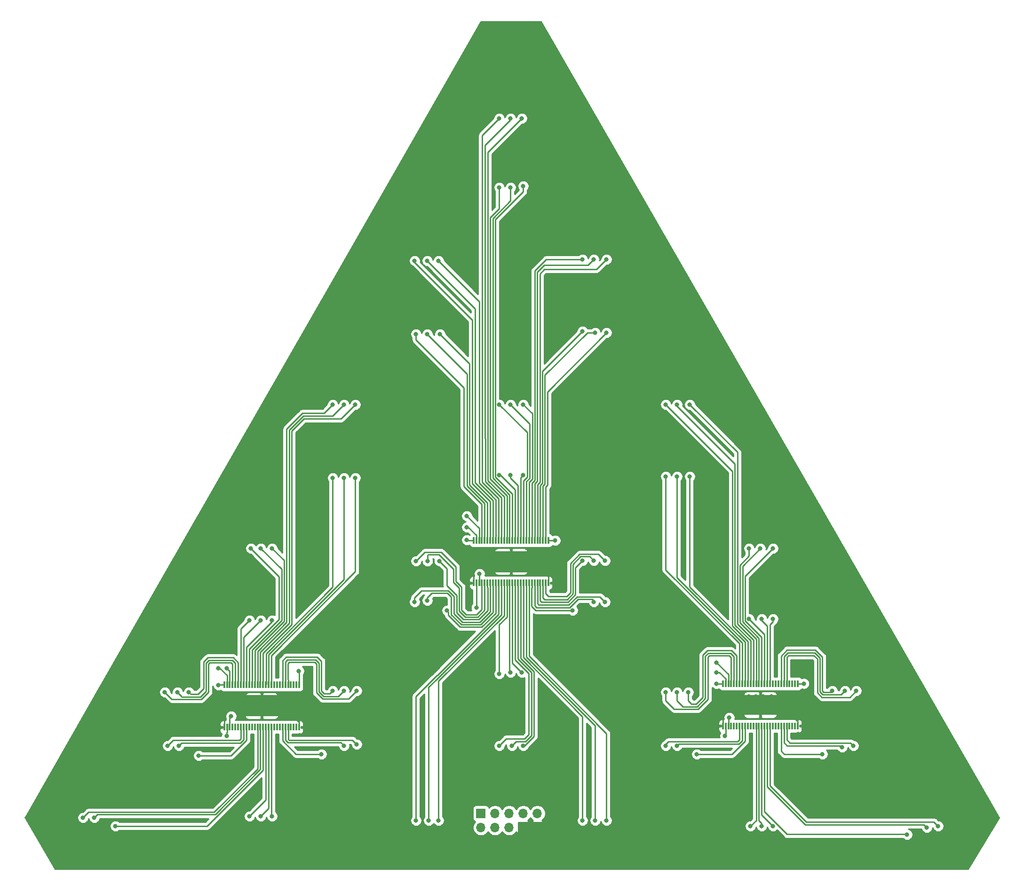
<source format=gbr>
%TF.GenerationSoftware,KiCad,Pcbnew,(5.1.10)-1*%
%TF.CreationDate,2021-06-01T20:39:26-04:00*%
%TF.ProjectId,HabitTracker - Copy (2),48616269-7454-4726-9163-6b6572202d20,rev?*%
%TF.SameCoordinates,Original*%
%TF.FileFunction,Copper,L2,Bot*%
%TF.FilePolarity,Positive*%
%FSLAX46Y46*%
G04 Gerber Fmt 4.6, Leading zero omitted, Abs format (unit mm)*
G04 Created by KiCad (PCBNEW (5.1.10)-1) date 2021-06-01 20:39:26*
%MOMM*%
%LPD*%
G01*
G04 APERTURE LIST*
%TA.AperFunction,SMDPad,CuDef*%
%ADD10R,4.700001X3.610000*%
%TD*%
%TA.AperFunction,SMDPad,CuDef*%
%ADD11R,0.299999X1.270000*%
%TD*%
%TA.AperFunction,ComponentPad*%
%ADD12R,1.700000X1.700000*%
%TD*%
%TA.AperFunction,ComponentPad*%
%ADD13O,1.700000X1.700000*%
%TD*%
%TA.AperFunction,ViaPad*%
%ADD14C,0.800000*%
%TD*%
%TA.AperFunction,Conductor*%
%ADD15C,0.250000*%
%TD*%
%TA.AperFunction,Conductor*%
%ADD16C,0.254000*%
%TD*%
%TA.AperFunction,Conductor*%
%ADD17C,0.100000*%
%TD*%
G04 APERTURE END LIST*
D10*
%TO.P,U2,57*%
%TO.N,GND*%
X155025000Y-104500000D03*
D11*
%TO.P,U2,56*%
X148275014Y-108322700D03*
%TO.P,U2,55*%
%TO.N,/GS_CLOCK*%
X148775012Y-108322700D03*
%TO.P,U2,54*%
%TO.N,+5V*%
X149275012Y-108322700D03*
%TO.P,U2,53*%
%TO.N,Net-(LED25-Pad4)*%
X149775010Y-108322700D03*
%TO.P,U2,52*%
%TO.N,Net-(LED25-Pad5)*%
X150275010Y-108322700D03*
%TO.P,U2,51*%
%TO.N,Net-(LED25-Pad6)*%
X150775009Y-108322700D03*
%TO.P,U2,50*%
%TO.N,Net-(LED17-Pad4)*%
X151275008Y-108322700D03*
%TO.P,U2,49*%
%TO.N,Net-(LED17-Pad5)*%
X151775006Y-108322700D03*
%TO.P,U2,48*%
%TO.N,Net-(LED17-Pad6)*%
X152275006Y-108322700D03*
%TO.P,U2,47*%
%TO.N,Net-(LED23-Pad4)*%
X152775004Y-108322700D03*
%TO.P,U2,46*%
%TO.N,Net-(LED23-Pad5)*%
X153275004Y-108322700D03*
%TO.P,U2,45*%
%TO.N,Net-(LED23-Pad6)*%
X153775003Y-108322700D03*
%TO.P,U2,44*%
%TO.N,Net-(LED15-Pad4)*%
X154275002Y-108322700D03*
%TO.P,U2,43*%
%TO.N,Net-(LED15-Pad5)*%
X154775000Y-108322700D03*
%TO.P,U2,42*%
%TO.N,Net-(LED15-Pad6)*%
X155275000Y-108322700D03*
%TO.P,U2,41*%
%TO.N,Net-(LED13-Pad4)*%
X155774998Y-108322700D03*
%TO.P,U2,40*%
%TO.N,Net-(LED13-Pad5)*%
X156274997Y-108322700D03*
%TO.P,U2,39*%
%TO.N,Net-(LED13-Pad6)*%
X156774996Y-108322700D03*
%TO.P,U2,38*%
%TO.N,Net-(LED21-Pad4)*%
X157274996Y-108322700D03*
%TO.P,U2,37*%
%TO.N,Net-(LED21-Pad5)*%
X157774994Y-108322700D03*
%TO.P,U2,36*%
%TO.N,Net-(LED21-Pad6)*%
X158274994Y-108322700D03*
%TO.P,U2,35*%
%TO.N,Net-(LED12-Pad4)*%
X158774992Y-108322700D03*
%TO.P,U2,34*%
%TO.N,Net-(LED12-Pad5)*%
X159274991Y-108322700D03*
%TO.P,U2,33*%
%TO.N,Net-(LED12-Pad6)*%
X159774990Y-108322700D03*
%TO.P,U2,32*%
%TO.N,Net-(LED19-Pad4)*%
X160274990Y-108322700D03*
%TO.P,U2,31*%
%TO.N,Net-(LED19-Pad5)*%
X160774988Y-108322700D03*
%TO.P,U2,30*%
%TO.N,Net-(LED19-Pad6)*%
X161274988Y-108322700D03*
%TO.P,U2,29*%
%TO.N,GND*%
X161774986Y-108322700D03*
%TO.P,U2,28*%
%TO.N,/SERIAL_LINK2*%
X161774986Y-100677300D03*
%TO.P,U2,27*%
%TO.N,Net-(LED26-Pad6)*%
X161274988Y-100677300D03*
%TO.P,U2,26*%
%TO.N,Net-(LED26-Pad5)*%
X160774988Y-100677300D03*
%TO.P,U2,25*%
%TO.N,Net-(LED26-Pad4)*%
X160274990Y-100677300D03*
%TO.P,U2,24*%
%TO.N,Net-(LED18-Pad6)*%
X159774990Y-100677300D03*
%TO.P,U2,23*%
%TO.N,Net-(LED18-Pad5)*%
X159274991Y-100677300D03*
%TO.P,U2,22*%
%TO.N,Net-(LED18-Pad4)*%
X158774992Y-100677300D03*
%TO.P,U2,21*%
%TO.N,Net-(LED24-Pad6)*%
X158274994Y-100677300D03*
%TO.P,U2,20*%
%TO.N,Net-(LED24-Pad5)*%
X157774994Y-100677300D03*
%TO.P,U2,19*%
%TO.N,Net-(LED24-Pad4)*%
X157274996Y-100677300D03*
%TO.P,U2,18*%
%TO.N,Net-(LED16-Pad6)*%
X156774996Y-100677300D03*
%TO.P,U2,17*%
%TO.N,Net-(LED16-Pad5)*%
X156274997Y-100677300D03*
%TO.P,U2,16*%
%TO.N,Net-(LED16-Pad4)*%
X155774998Y-100677300D03*
%TO.P,U2,15*%
%TO.N,Net-(LED14-Pad6)*%
X155275000Y-100677300D03*
%TO.P,U2,14*%
%TO.N,Net-(LED14-Pad5)*%
X154775000Y-100677300D03*
%TO.P,U2,13*%
%TO.N,Net-(LED14-Pad4)*%
X154275002Y-100677300D03*
%TO.P,U2,12*%
%TO.N,Net-(LED22-Pad6)*%
X153775003Y-100677300D03*
%TO.P,U2,11*%
%TO.N,Net-(LED22-Pad5)*%
X153275004Y-100677300D03*
%TO.P,U2,10*%
%TO.N,Net-(LED22-Pad4)*%
X152775004Y-100677300D03*
%TO.P,U2,9*%
%TO.N,Net-(LED11-Pad6)*%
X152275006Y-100677300D03*
%TO.P,U2,8*%
%TO.N,Net-(LED11-Pad5)*%
X151775006Y-100677300D03*
%TO.P,U2,7*%
%TO.N,Net-(LED11-Pad4)*%
X151275008Y-100677300D03*
%TO.P,U2,6*%
%TO.N,Net-(LED20-Pad6)*%
X150775009Y-100677300D03*
%TO.P,U2,5*%
%TO.N,Net-(LED20-Pad5)*%
X150275010Y-100677300D03*
%TO.P,U2,4*%
%TO.N,Net-(LED20-Pad4)*%
X149775010Y-100677300D03*
%TO.P,U2,3*%
%TO.N,/LATCH*%
X149275012Y-100677300D03*
%TO.P,U2,2*%
%TO.N,/SERIAL_CLOCK*%
X148775012Y-100677300D03*
%TO.P,U2,1*%
%TO.N,/SERIAL_LINK1*%
X148275014Y-100677300D03*
%TD*%
D10*
%TO.P,U3,57*%
%TO.N,GND*%
X199898000Y-130302081D03*
D11*
%TO.P,U3,56*%
X193148014Y-134124781D03*
%TO.P,U3,55*%
%TO.N,/GS_CLOCK*%
X193648012Y-134124781D03*
%TO.P,U3,54*%
%TO.N,+5V*%
X194148012Y-134124781D03*
%TO.P,U3,53*%
%TO.N,Net-(U3-Pad53)*%
X194648010Y-134124781D03*
%TO.P,U3,52*%
%TO.N,Net-(U3-Pad52)*%
X195148010Y-134124781D03*
%TO.P,U3,51*%
%TO.N,Net-(U3-Pad51)*%
X195648009Y-134124781D03*
%TO.P,U3,50*%
%TO.N,Net-(LED33-Pad4)*%
X196148008Y-134124781D03*
%TO.P,U3,49*%
%TO.N,Net-(LED33-Pad5)*%
X196648006Y-134124781D03*
%TO.P,U3,48*%
%TO.N,Net-(LED33-Pad6)*%
X197148006Y-134124781D03*
%TO.P,U3,47*%
%TO.N,Net-(U3-Pad47)*%
X197648004Y-134124781D03*
%TO.P,U3,46*%
%TO.N,Net-(U3-Pad46)*%
X198148004Y-134124781D03*
%TO.P,U3,45*%
%TO.N,Net-(U3-Pad45)*%
X198648003Y-134124781D03*
%TO.P,U3,44*%
%TO.N,Net-(LED31-Pad4)*%
X199148002Y-134124781D03*
%TO.P,U3,43*%
%TO.N,Net-(LED31-Pad5)*%
X199648000Y-134124781D03*
%TO.P,U3,42*%
%TO.N,Net-(LED31-Pad6)*%
X200148000Y-134124781D03*
%TO.P,U3,41*%
%TO.N,Net-(LED29-Pad4)*%
X200647998Y-134124781D03*
%TO.P,U3,40*%
%TO.N,Net-(LED29-Pad5)*%
X201147997Y-134124781D03*
%TO.P,U3,39*%
%TO.N,Net-(LED29-Pad6)*%
X201647996Y-134124781D03*
%TO.P,U3,38*%
%TO.N,Net-(U3-Pad38)*%
X202147996Y-134124781D03*
%TO.P,U3,37*%
%TO.N,Net-(U3-Pad37)*%
X202647994Y-134124781D03*
%TO.P,U3,36*%
%TO.N,Net-(U3-Pad36)*%
X203147994Y-134124781D03*
%TO.P,U3,35*%
%TO.N,Net-(LED28-Pad4)*%
X203647992Y-134124781D03*
%TO.P,U3,34*%
%TO.N,Net-(LED28-Pad5)*%
X204147991Y-134124781D03*
%TO.P,U3,33*%
%TO.N,Net-(LED28-Pad6)*%
X204647990Y-134124781D03*
%TO.P,U3,32*%
%TO.N,Net-(U3-Pad32)*%
X205147990Y-134124781D03*
%TO.P,U3,31*%
%TO.N,Net-(U3-Pad31)*%
X205647988Y-134124781D03*
%TO.P,U3,30*%
%TO.N,Net-(U3-Pad30)*%
X206147988Y-134124781D03*
%TO.P,U3,29*%
%TO.N,GND*%
X206647986Y-134124781D03*
%TO.P,U3,28*%
%TO.N,/SERIAL_OUT*%
X206647986Y-126479381D03*
%TO.P,U3,27*%
%TO.N,Net-(U3-Pad27)*%
X206147988Y-126479381D03*
%TO.P,U3,26*%
%TO.N,Net-(U3-Pad26)*%
X205647988Y-126479381D03*
%TO.P,U3,25*%
%TO.N,Net-(U3-Pad25)*%
X205147990Y-126479381D03*
%TO.P,U3,24*%
%TO.N,Net-(LED34-Pad6)*%
X204647990Y-126479381D03*
%TO.P,U3,23*%
%TO.N,Net-(LED34-Pad5)*%
X204147991Y-126479381D03*
%TO.P,U3,22*%
%TO.N,Net-(LED34-Pad4)*%
X203647992Y-126479381D03*
%TO.P,U3,21*%
%TO.N,Net-(U3-Pad21)*%
X203147994Y-126479381D03*
%TO.P,U3,20*%
%TO.N,Net-(U3-Pad20)*%
X202647994Y-126479381D03*
%TO.P,U3,19*%
%TO.N,Net-(U3-Pad19)*%
X202147996Y-126479381D03*
%TO.P,U3,18*%
%TO.N,Net-(LED32-Pad6)*%
X201647996Y-126479381D03*
%TO.P,U3,17*%
%TO.N,Net-(LED32-Pad5)*%
X201147997Y-126479381D03*
%TO.P,U3,16*%
%TO.N,Net-(LED32-Pad4)*%
X200647998Y-126479381D03*
%TO.P,U3,15*%
%TO.N,Net-(LED30-Pad6)*%
X200148000Y-126479381D03*
%TO.P,U3,14*%
%TO.N,Net-(LED30-Pad5)*%
X199648000Y-126479381D03*
%TO.P,U3,13*%
%TO.N,Net-(LED30-Pad4)*%
X199148002Y-126479381D03*
%TO.P,U3,12*%
%TO.N,Net-(LED36-Pad6)*%
X198648003Y-126479381D03*
%TO.P,U3,11*%
%TO.N,Net-(LED36-Pad5)*%
X198148004Y-126479381D03*
%TO.P,U3,10*%
%TO.N,Net-(LED36-Pad4)*%
X197648004Y-126479381D03*
%TO.P,U3,9*%
%TO.N,Net-(LED27-Pad6)*%
X197148006Y-126479381D03*
%TO.P,U3,8*%
%TO.N,Net-(LED27-Pad5)*%
X196648006Y-126479381D03*
%TO.P,U3,7*%
%TO.N,Net-(LED27-Pad4)*%
X196148008Y-126479381D03*
%TO.P,U3,6*%
%TO.N,Net-(LED35-Pad6)*%
X195648009Y-126479381D03*
%TO.P,U3,5*%
%TO.N,Net-(LED35-Pad5)*%
X195148010Y-126479381D03*
%TO.P,U3,4*%
%TO.N,Net-(LED35-Pad4)*%
X194648010Y-126479381D03*
%TO.P,U3,3*%
%TO.N,/LATCH*%
X194148012Y-126479381D03*
%TO.P,U3,2*%
%TO.N,/SERIAL_CLOCK*%
X193648012Y-126479381D03*
%TO.P,U3,1*%
%TO.N,/SERIAL_LINK2*%
X193148014Y-126479381D03*
%TD*%
D10*
%TO.P,U1,57*%
%TO.N,GND*%
X110150000Y-130500000D03*
D11*
%TO.P,U1,56*%
X103400014Y-134322700D03*
%TO.P,U1,55*%
%TO.N,/GS_CLOCK*%
X103900012Y-134322700D03*
%TO.P,U1,54*%
%TO.N,+5V*%
X104400012Y-134322700D03*
%TO.P,U1,53*%
%TO.N,Net-(U1-Pad53)*%
X104900010Y-134322700D03*
%TO.P,U1,52*%
%TO.N,Net-(U1-Pad52)*%
X105400010Y-134322700D03*
%TO.P,U1,51*%
%TO.N,Net-(U1-Pad51)*%
X105900009Y-134322700D03*
%TO.P,U1,50*%
%TO.N,Net-(LED7-Pad4)*%
X106400008Y-134322700D03*
%TO.P,U1,49*%
%TO.N,Net-(LED7-Pad5)*%
X106900006Y-134322700D03*
%TO.P,U1,48*%
%TO.N,Net-(LED7-Pad6)*%
X107400006Y-134322700D03*
%TO.P,U1,47*%
%TO.N,Net-(U1-Pad47)*%
X107900004Y-134322700D03*
%TO.P,U1,46*%
%TO.N,Net-(U1-Pad46)*%
X108400004Y-134322700D03*
%TO.P,U1,45*%
%TO.N,Net-(U1-Pad45)*%
X108900003Y-134322700D03*
%TO.P,U1,44*%
%TO.N,Net-(LED5-Pad4)*%
X109400002Y-134322700D03*
%TO.P,U1,43*%
%TO.N,Net-(LED5-Pad5)*%
X109900000Y-134322700D03*
%TO.P,U1,42*%
%TO.N,Net-(LED5-Pad6)*%
X110400000Y-134322700D03*
%TO.P,U1,41*%
%TO.N,Net-(LED3-Pad4)*%
X110899998Y-134322700D03*
%TO.P,U1,40*%
%TO.N,Net-(LED3-Pad5)*%
X111399997Y-134322700D03*
%TO.P,U1,39*%
%TO.N,Net-(LED3-Pad6)*%
X111899996Y-134322700D03*
%TO.P,U1,38*%
%TO.N,Net-(U1-Pad38)*%
X112399996Y-134322700D03*
%TO.P,U1,37*%
%TO.N,Net-(U1-Pad37)*%
X112899994Y-134322700D03*
%TO.P,U1,36*%
%TO.N,Net-(U1-Pad36)*%
X113399994Y-134322700D03*
%TO.P,U1,35*%
%TO.N,Net-(LED2-Pad4)*%
X113899992Y-134322700D03*
%TO.P,U1,34*%
%TO.N,Net-(LED2-Pad5)*%
X114399991Y-134322700D03*
%TO.P,U1,33*%
%TO.N,Net-(LED2-Pad6)*%
X114899990Y-134322700D03*
%TO.P,U1,32*%
%TO.N,Net-(U1-Pad32)*%
X115399990Y-134322700D03*
%TO.P,U1,31*%
%TO.N,Net-(U1-Pad31)*%
X115899988Y-134322700D03*
%TO.P,U1,30*%
%TO.N,Net-(U1-Pad30)*%
X116399988Y-134322700D03*
%TO.P,U1,29*%
%TO.N,GND*%
X116899986Y-134322700D03*
%TO.P,U1,28*%
%TO.N,/SERIAL_LINK1*%
X116899986Y-126677300D03*
%TO.P,U1,27*%
%TO.N,Net-(U1-Pad27)*%
X116399988Y-126677300D03*
%TO.P,U1,26*%
%TO.N,Net-(U1-Pad26)*%
X115899988Y-126677300D03*
%TO.P,U1,25*%
%TO.N,Net-(U1-Pad25)*%
X115399990Y-126677300D03*
%TO.P,U1,24*%
%TO.N,Net-(LED8-Pad6)*%
X114899990Y-126677300D03*
%TO.P,U1,23*%
%TO.N,Net-(LED8-Pad5)*%
X114399991Y-126677300D03*
%TO.P,U1,22*%
%TO.N,Net-(LED8-Pad4)*%
X113899992Y-126677300D03*
%TO.P,U1,21*%
%TO.N,Net-(U1-Pad21)*%
X113399994Y-126677300D03*
%TO.P,U1,20*%
%TO.N,Net-(U1-Pad20)*%
X112899994Y-126677300D03*
%TO.P,U1,19*%
%TO.N,Net-(U1-Pad19)*%
X112399996Y-126677300D03*
%TO.P,U1,18*%
%TO.N,Net-(LED6-Pad6)*%
X111899996Y-126677300D03*
%TO.P,U1,17*%
%TO.N,Net-(LED6-Pad5)*%
X111399997Y-126677300D03*
%TO.P,U1,16*%
%TO.N,Net-(LED6-Pad4)*%
X110899998Y-126677300D03*
%TO.P,U1,15*%
%TO.N,Net-(LED4-Pad6)*%
X110400000Y-126677300D03*
%TO.P,U1,14*%
%TO.N,Net-(LED4-Pad5)*%
X109900000Y-126677300D03*
%TO.P,U1,13*%
%TO.N,Net-(LED4-Pad4)*%
X109400002Y-126677300D03*
%TO.P,U1,12*%
%TO.N,Net-(LED10-Pad6)*%
X108900003Y-126677300D03*
%TO.P,U1,11*%
%TO.N,Net-(LED10-Pad5)*%
X108400004Y-126677300D03*
%TO.P,U1,10*%
%TO.N,Net-(LED10-Pad4)*%
X107900004Y-126677300D03*
%TO.P,U1,9*%
%TO.N,Net-(LED1-Pad6)*%
X107400006Y-126677300D03*
%TO.P,U1,8*%
%TO.N,Net-(LED1-Pad5)*%
X106900006Y-126677300D03*
%TO.P,U1,7*%
%TO.N,Net-(LED1-Pad4)*%
X106400008Y-126677300D03*
%TO.P,U1,6*%
%TO.N,Net-(LED9-Pad6)*%
X105900009Y-126677300D03*
%TO.P,U1,5*%
%TO.N,Net-(LED9-Pad5)*%
X105400010Y-126677300D03*
%TO.P,U1,4*%
%TO.N,Net-(LED9-Pad4)*%
X104900010Y-126677300D03*
%TO.P,U1,3*%
%TO.N,/LATCH*%
X104400012Y-126677300D03*
%TO.P,U1,2*%
%TO.N,/SERIAL_CLOCK*%
X103900012Y-126677300D03*
%TO.P,U1,1*%
%TO.N,/SERIAL_IN*%
X103400014Y-126677300D03*
%TD*%
D12*
%TO.P,J1,1*%
%TO.N,/SERIAL_CLOCK*%
X149606000Y-149860000D03*
D13*
%TO.P,J1,2*%
%TO.N,+5V*%
X149606000Y-152400000D03*
%TO.P,J1,3*%
%TO.N,/SERIAL_IN*%
X152146000Y-149860000D03*
%TO.P,J1,4*%
%TO.N,+5V*%
X152146000Y-152400000D03*
%TO.P,J1,5*%
%TO.N,/LATCH*%
X154686000Y-149860000D03*
%TO.P,J1,6*%
%TO.N,Net-(J1-Pad6)*%
X154686000Y-152400000D03*
%TO.P,J1,7*%
%TO.N,/GS_CLOCK*%
X157226000Y-149860000D03*
%TO.P,J1,8*%
%TO.N,GND*%
X157226000Y-152400000D03*
%TO.P,J1,9*%
%TO.N,/SERIAL_OUT*%
X159766000Y-149860000D03*
%TO.P,J1,10*%
%TO.N,GND*%
X159766000Y-152400000D03*
%TD*%
D14*
%TO.N,+5V*%
X104648000Y-132334000D03*
X149352000Y-106680000D03*
X194310000Y-132588000D03*
%TO.N,Net-(LED1-Pad4)*%
X107950000Y-115062000D03*
%TO.N,Net-(LED1-Pad5)*%
X109982000Y-115062000D03*
%TO.N,Net-(LED1-Pad6)*%
X112014000Y-115062000D03*
%TO.N,Net-(LED2-Pad6)*%
X127254000Y-137414000D03*
%TO.N,Net-(LED2-Pad5)*%
X124968000Y-137668000D03*
%TO.N,Net-(LED2-Pad4)*%
X120904000Y-139192000D03*
%TO.N,Net-(LED3-Pad4)*%
X107950000Y-150368000D03*
%TO.N,Net-(LED3-Pad5)*%
X109982000Y-150368000D03*
%TO.N,Net-(LED3-Pad6)*%
X112014000Y-150368000D03*
%TO.N,Net-(LED4-Pad6)*%
X127000000Y-76200000D03*
%TO.N,Net-(LED4-Pad5)*%
X124968000Y-76200000D03*
%TO.N,Net-(LED4-Pad4)*%
X122936000Y-76200000D03*
%TO.N,Net-(LED5-Pad4)*%
X77978000Y-150622000D03*
%TO.N,Net-(LED5-Pad5)*%
X80010000Y-150622000D03*
%TO.N,Net-(LED5-Pad6)*%
X83820000Y-152146000D03*
%TO.N,Net-(LED6-Pad6)*%
X127000000Y-89408000D03*
%TO.N,Net-(LED6-Pad5)*%
X124968000Y-89408000D03*
%TO.N,Net-(LED6-Pad4)*%
X122936000Y-89408000D03*
%TO.N,Net-(LED7-Pad4)*%
X93218000Y-137668000D03*
%TO.N,Net-(LED7-Pad5)*%
X95250000Y-137668000D03*
%TO.N,Net-(LED7-Pad6)*%
X98806000Y-139446000D03*
%TO.N,Net-(LED8-Pad6)*%
X127254000Y-127762000D03*
%TO.N,Net-(LED8-Pad5)*%
X124968000Y-127762000D03*
%TO.N,Net-(LED8-Pad4)*%
X122936000Y-127762000D03*
%TO.N,Net-(LED9-Pad6)*%
X97028000Y-128016000D03*
%TO.N,Net-(LED9-Pad5)*%
X94996000Y-128016000D03*
%TO.N,Net-(LED9-Pad4)*%
X92710000Y-128016000D03*
%TO.N,Net-(LED10-Pad4)*%
X108204000Y-102108000D03*
%TO.N,Net-(LED10-Pad5)*%
X109982000Y-102108000D03*
%TO.N,Net-(LED10-Pad6)*%
X112014000Y-102108000D03*
%TO.N,Net-(LED11-Pad6)*%
X141986000Y-50292000D03*
%TO.N,Net-(LED11-Pad5)*%
X139954000Y-50292000D03*
%TO.N,Net-(LED11-Pad4)*%
X137668000Y-50292000D03*
%TO.N,Net-(LED12-Pad4)*%
X166116000Y-113284000D03*
%TO.N,Net-(LED12-Pad5)*%
X169926000Y-111760000D03*
%TO.N,Net-(LED12-Pad6)*%
X171958000Y-111760000D03*
%TO.N,Net-(LED13-Pad4)*%
X152908000Y-137668000D03*
%TO.N,Net-(LED13-Pad5)*%
X155194000Y-137668000D03*
%TO.N,Net-(LED13-Pad6)*%
X157226000Y-137668000D03*
%TO.N,Net-(LED14-Pad4)*%
X152908000Y-37084000D03*
%TO.N,Net-(LED14-Pad5)*%
X154940000Y-37084000D03*
%TO.N,Net-(LED14-Pad6)*%
X157226000Y-36830000D03*
%TO.N,Net-(LED15-Pad6)*%
X156972000Y-124460000D03*
%TO.N,Net-(LED15-Pad5)*%
X154940000Y-124460000D03*
%TO.N,Net-(LED15-Pad4)*%
X152908000Y-124714000D03*
%TO.N,Net-(LED16-Pad4)*%
X152908000Y-88900000D03*
%TO.N,Net-(LED16-Pad5)*%
X154940000Y-88900000D03*
%TO.N,Net-(LED16-Pad6)*%
X157226000Y-88900000D03*
%TO.N,Net-(LED17-Pad6)*%
X143510000Y-113284000D03*
%TO.N,Net-(LED17-Pad5)*%
X139954000Y-111506000D03*
%TO.N,Net-(LED17-Pad4)*%
X137668000Y-111760000D03*
%TO.N,Net-(LED18-Pad4)*%
X167894000Y-50038000D03*
%TO.N,Net-(LED18-Pad5)*%
X169926000Y-50038000D03*
%TO.N,Net-(LED18-Pad6)*%
X172212000Y-50038000D03*
%TO.N,Net-(LED19-Pad6)*%
X171950000Y-104325000D03*
%TO.N,Net-(LED19-Pad5)*%
X169925000Y-104325000D03*
%TO.N,Net-(LED19-Pad4)*%
X167900000Y-104325000D03*
%TO.N,Net-(LED20-Pad4)*%
X137922000Y-63500000D03*
%TO.N,Net-(LED20-Pad5)*%
X139954000Y-63500000D03*
%TO.N,Net-(LED20-Pad6)*%
X142240000Y-63500000D03*
%TO.N,Net-(LED21-Pad6)*%
X172212000Y-151130000D03*
%TO.N,Net-(LED21-Pad5)*%
X170180000Y-151130000D03*
%TO.N,Net-(LED21-Pad4)*%
X167894000Y-151130000D03*
%TO.N,Net-(LED22-Pad4)*%
X152908000Y-24638000D03*
%TO.N,Net-(LED22-Pad5)*%
X154940000Y-24638000D03*
%TO.N,Net-(LED22-Pad6)*%
X156972000Y-24638000D03*
%TO.N,Net-(LED23-Pad6)*%
X141986000Y-151130000D03*
%TO.N,Net-(LED23-Pad5)*%
X140208000Y-151130000D03*
%TO.N,Net-(LED23-Pad4)*%
X137922000Y-151130000D03*
%TO.N,Net-(LED24-Pad4)*%
X152908000Y-76200000D03*
%TO.N,Net-(LED24-Pad5)*%
X154940000Y-76200000D03*
%TO.N,Net-(LED24-Pad6)*%
X157226000Y-76200000D03*
%TO.N,Net-(LED25-Pad4)*%
X137925000Y-104400000D03*
%TO.N,Net-(LED25-Pad5)*%
X140000000Y-104400000D03*
%TO.N,Net-(LED25-Pad6)*%
X142100000Y-104375000D03*
%TO.N,Net-(LED26-Pad6)*%
X172212000Y-63246000D03*
%TO.N,Net-(LED26-Pad5)*%
X170180000Y-63246000D03*
%TO.N,Net-(LED26-Pad4)*%
X167894000Y-62992000D03*
%TO.N,Net-(LED27-Pad4)*%
X182880000Y-89154000D03*
%TO.N,Net-(LED27-Pad5)*%
X184912000Y-89154000D03*
%TO.N,Net-(LED27-Pad6)*%
X187198000Y-89154000D03*
%TO.N,Net-(LED28-Pad6)*%
X216662000Y-137668000D03*
%TO.N,Net-(LED28-Pad5)*%
X214630000Y-137922000D03*
%TO.N,Net-(LED28-Pad4)*%
X211074000Y-139192000D03*
%TO.N,Net-(LED29-Pad6)*%
X231902000Y-152146000D03*
%TO.N,Net-(LED29-Pad5)*%
X229870000Y-152400000D03*
%TO.N,Net-(LED29-Pad4)*%
X226314000Y-153670000D03*
%TO.N,Net-(LED30-Pad4)*%
X197866000Y-102108000D03*
%TO.N,Net-(LED30-Pad5)*%
X199898000Y-102108000D03*
%TO.N,Net-(LED30-Pad6)*%
X202184000Y-102108000D03*
%TO.N,Net-(LED31-Pad6)*%
X202184000Y-152146000D03*
%TO.N,Net-(LED31-Pad5)*%
X200152000Y-152146000D03*
%TO.N,Net-(LED31-Pad4)*%
X198120000Y-152146000D03*
%TO.N,Net-(LED32-Pad4)*%
X197866000Y-114808000D03*
%TO.N,Net-(LED32-Pad5)*%
X200152000Y-114808000D03*
%TO.N,Net-(LED32-Pad6)*%
X202184000Y-114808000D03*
%TO.N,Net-(LED33-Pad6)*%
X188468000Y-139192000D03*
%TO.N,Net-(LED33-Pad5)*%
X184912000Y-137668000D03*
%TO.N,Net-(LED33-Pad4)*%
X182880000Y-137668000D03*
%TO.N,Net-(LED34-Pad4)*%
X212852000Y-127762000D03*
%TO.N,Net-(LED34-Pad5)*%
X215138000Y-127762000D03*
%TO.N,Net-(LED34-Pad6)*%
X217170000Y-127762000D03*
%TO.N,Net-(LED35-Pad6)*%
X186944000Y-128016000D03*
%TO.N,Net-(LED35-Pad5)*%
X184912000Y-128016000D03*
%TO.N,Net-(LED35-Pad4)*%
X182880000Y-128016000D03*
%TO.N,Net-(LED36-Pad4)*%
X182880000Y-76200000D03*
%TO.N,Net-(LED36-Pad5)*%
X184912000Y-76200000D03*
%TO.N,Net-(LED36-Pad6)*%
X187198000Y-76200000D03*
%TO.N,/SERIAL_IN*%
X102362000Y-126746000D03*
%TO.N,/SERIAL_CLOCK*%
X102362000Y-123698000D03*
X147066000Y-98298000D03*
X192024000Y-124460000D03*
%TO.N,/LATCH*%
X103890653Y-123693347D03*
X147066000Y-96266000D03*
X192024000Y-122682000D03*
%TO.N,/SERIAL_LINK1*%
X116840000Y-124206000D03*
X147066000Y-100584000D03*
%TO.N,GND*%
X201930000Y-128778000D03*
X200406000Y-128778000D03*
X199136000Y-128778000D03*
X197866000Y-128778000D03*
X197900000Y-131572000D03*
X199200000Y-131572000D03*
X200600000Y-131572000D03*
X201800000Y-131572000D03*
X200406000Y-130302000D03*
X199200000Y-130302000D03*
X201800000Y-130302000D03*
X197866000Y-130302000D03*
X157000000Y-104500000D03*
X155800000Y-104500000D03*
X154300000Y-104500000D03*
X153100000Y-104500000D03*
X157000000Y-105900000D03*
X155800000Y-105900000D03*
X154300000Y-105900000D03*
X153100000Y-105900000D03*
X155800000Y-103100000D03*
X154300000Y-103100000D03*
X157000000Y-103100000D03*
X153100000Y-103100000D03*
X112100000Y-130500000D03*
X110900000Y-130500000D03*
X109500000Y-130500000D03*
X108200000Y-130500000D03*
X112100000Y-131900000D03*
X110900000Y-131900000D03*
X109500000Y-131900000D03*
X108200000Y-131900000D03*
X110900000Y-129100000D03*
X112100000Y-129100000D03*
X109500000Y-129100000D03*
X108200000Y-129100000D03*
X100584000Y-132334000D03*
X189738000Y-132588000D03*
X146182000Y-104516000D03*
%TO.N,/GS_CLOCK*%
X193548000Y-135890000D03*
X103886000Y-135890000D03*
X148800000Y-112800000D03*
%TO.N,/SERIAL_LINK2*%
X192024000Y-126492000D03*
X162974700Y-100677300D03*
%TO.N,/SERIAL_OUT*%
X207759381Y-126479381D03*
%TD*%
D15*
%TO.N,+5V*%
X104400012Y-132581988D02*
X104648000Y-132334000D01*
X104400012Y-134322700D02*
X104400012Y-132581988D01*
X149275012Y-108322700D02*
X149275012Y-106857012D01*
X149352000Y-106780024D02*
X149352000Y-106680000D01*
X149275012Y-106857012D02*
X149352000Y-106780024D01*
X194148012Y-134124781D02*
X194148012Y-132680012D01*
X194240024Y-132588000D02*
X194310000Y-132588000D01*
X194148012Y-132680012D02*
X194240024Y-132588000D01*
%TO.N,Net-(LED1-Pad4)*%
X106400008Y-126677300D02*
X106400008Y-116611992D01*
X106400008Y-116611992D02*
X107950000Y-115062000D01*
%TO.N,Net-(LED1-Pad5)*%
X106900006Y-118143994D02*
X109982000Y-115062000D01*
X106900006Y-126677300D02*
X106900006Y-118143994D01*
%TO.N,Net-(LED1-Pad6)*%
X107400006Y-126677300D02*
X107400006Y-119929994D01*
X112014000Y-115316000D02*
X112014000Y-115062000D01*
X107400006Y-119929994D02*
X112014000Y-115316000D01*
%TO.N,Net-(LED2-Pad6)*%
X114899990Y-134322700D02*
X114899990Y-136489990D01*
X114899990Y-136489990D02*
X115062000Y-136652000D01*
X115062000Y-136652000D02*
X126492000Y-136652000D01*
X126492000Y-136652000D02*
X127254000Y-137414000D01*
%TO.N,Net-(LED2-Pad5)*%
X114399991Y-136626401D02*
X114875600Y-137102010D01*
X114399991Y-134322700D02*
X114399991Y-136626401D01*
X124402010Y-137102010D02*
X124968000Y-137668000D01*
X114875600Y-137102010D02*
X124402010Y-137102010D01*
%TO.N,Net-(LED2-Pad4)*%
X113899992Y-136762812D02*
X116329180Y-139192000D01*
X113899992Y-134322700D02*
X113899992Y-136762812D01*
X116329180Y-139192000D02*
X120904000Y-139192000D01*
%TO.N,Net-(LED3-Pad4)*%
X110899998Y-134322700D02*
X110899998Y-147418002D01*
X110899998Y-147418002D02*
X107950000Y-150368000D01*
%TO.N,Net-(LED3-Pad5)*%
X111399997Y-148950003D02*
X109982000Y-150368000D01*
X111399997Y-134322700D02*
X111399997Y-148950003D01*
%TO.N,Net-(LED3-Pad6)*%
X111899996Y-134322700D02*
X111899996Y-150253996D01*
X111899996Y-150253996D02*
X112014000Y-150368000D01*
%TO.N,Net-(LED4-Pad6)*%
X110400000Y-126677300D02*
X110400000Y-120994000D01*
X110400000Y-120994000D02*
X115570000Y-115824000D01*
X115570000Y-115824000D02*
X115570000Y-81026000D01*
X115570000Y-81026000D02*
X115570000Y-80934880D01*
X115570000Y-80934880D02*
X117764880Y-78740000D01*
X117764880Y-78740000D02*
X124460000Y-78740000D01*
X124460000Y-78740000D02*
X127000000Y-76200000D01*
%TO.N,Net-(LED4-Pad5)*%
X109900000Y-120794642D02*
X115084040Y-115610602D01*
X109900000Y-126677300D02*
X109900000Y-120794642D01*
X115084040Y-115610602D02*
X115084040Y-80784430D01*
X115084040Y-80784430D02*
X117619235Y-78249235D01*
X117619235Y-78249235D02*
X122918765Y-78249235D01*
X122918765Y-78249235D02*
X124968000Y-76200000D01*
%TO.N,Net-(LED4-Pad4)*%
X114634030Y-115424202D02*
X114634030Y-80598030D01*
X109400002Y-120658230D02*
X114634030Y-115424202D01*
X109400002Y-126677300D02*
X109400002Y-120658230D01*
X114634030Y-80598030D02*
X117508060Y-77724000D01*
X121412000Y-77724000D02*
X122936000Y-76200000D01*
X117508060Y-77724000D02*
X121412000Y-77724000D01*
%TO.N,Net-(LED5-Pad4)*%
X109400002Y-134322700D02*
X109400002Y-141805998D01*
X109400002Y-141805998D02*
X101600000Y-149606000D01*
X78994000Y-149606000D02*
X77978000Y-150622000D01*
X101600000Y-149606000D02*
X78994000Y-149606000D01*
%TO.N,Net-(LED5-Pad5)*%
X109900000Y-141942410D02*
X101786400Y-150056010D01*
X109900000Y-134322700D02*
X109900000Y-141942410D01*
X101786400Y-150056010D02*
X80575990Y-150056010D01*
X80575990Y-150056010D02*
X80010000Y-150622000D01*
%TO.N,Net-(LED5-Pad6)*%
X110400000Y-142078820D02*
X100332820Y-152146000D01*
X110400000Y-134322700D02*
X110400000Y-142078820D01*
X100332820Y-152146000D02*
X83820000Y-152146000D01*
%TO.N,Net-(LED6-Pad6)*%
X111899996Y-121403234D02*
X127000000Y-106303230D01*
X111899996Y-126677300D02*
X111899996Y-121403234D01*
X127000000Y-106303230D02*
X127000000Y-89408000D01*
%TO.N,Net-(LED6-Pad5)*%
X124968000Y-107698820D02*
X124968000Y-89408000D01*
X111399997Y-121266823D02*
X124968000Y-107698820D01*
X111399997Y-126677300D02*
X111399997Y-121266823D01*
%TO.N,Net-(LED6-Pad4)*%
X110899998Y-126590002D02*
X110924997Y-126565003D01*
X110899998Y-126677300D02*
X110899998Y-126590002D01*
X110924997Y-121105413D02*
X122936000Y-109094410D01*
X110924997Y-126565003D02*
X110924997Y-121105413D01*
X122936000Y-109094410D02*
X122936000Y-89408000D01*
%TO.N,Net-(LED7-Pad4)*%
X106400008Y-134322700D02*
X106400008Y-136423992D01*
X106400008Y-136423992D02*
X106172000Y-136652000D01*
X94234000Y-136652000D02*
X93218000Y-137668000D01*
X94234000Y-136652000D02*
X106172000Y-136652000D01*
%TO.N,Net-(LED7-Pad5)*%
X106900006Y-136560404D02*
X106300410Y-137160000D01*
X106900006Y-134322700D02*
X106900006Y-136560404D01*
X106300410Y-137160000D02*
X95758000Y-137160000D01*
X95758000Y-137160000D02*
X95250000Y-137668000D01*
%TO.N,Net-(LED7-Pad6)*%
X107400006Y-136696814D02*
X104650820Y-139446000D01*
X107400006Y-134322700D02*
X107400006Y-136696814D01*
X104650820Y-139446000D02*
X98806000Y-139446000D01*
%TO.N,Net-(LED8-Pad6)*%
X114899990Y-125821990D02*
X114850001Y-125772001D01*
X114899990Y-126677300D02*
X114899990Y-125821990D01*
X114850001Y-122893999D02*
X115119990Y-122624010D01*
X114850001Y-125772001D02*
X114850001Y-122893999D01*
X115119990Y-122624010D02*
X119701600Y-122624010D01*
X119701600Y-122624010D02*
X120003981Y-122926391D01*
X125787990Y-129228010D02*
X127254000Y-127762000D01*
X121097190Y-129228010D02*
X125787990Y-129228010D01*
X120003982Y-128134802D02*
X121097190Y-129228010D01*
X120003981Y-122926391D02*
X120003982Y-128134802D01*
%TO.N,Net-(LED8-Pad5)*%
X114399991Y-126677300D02*
X114399991Y-122524019D01*
X114399991Y-122524019D02*
X114750010Y-122174000D01*
X114750010Y-122174000D02*
X119888000Y-122174000D01*
X120453991Y-127948401D02*
X121283590Y-128778000D01*
X120453990Y-122739990D02*
X120453991Y-127948401D01*
X119888000Y-122174000D02*
X120453990Y-122739990D01*
X123952000Y-128778000D02*
X124968000Y-127762000D01*
X121283590Y-128778000D02*
X123952000Y-128778000D01*
%TO.N,Net-(LED8-Pad4)*%
X113899992Y-126600008D02*
X113924991Y-126575009D01*
X113899992Y-126677300D02*
X113899992Y-126600008D01*
X113899992Y-126677300D02*
X113899992Y-122320008D01*
X113899992Y-122320008D02*
X114554000Y-121666000D01*
X114554000Y-121666000D02*
X119634000Y-121666000D01*
X119634000Y-121666000D02*
X120142000Y-121666000D01*
X120142000Y-121666000D02*
X120904000Y-122428000D01*
X120904000Y-122428000D02*
X120904000Y-127508000D01*
X120904000Y-127508000D02*
X120904000Y-127762000D01*
X120904000Y-127762000D02*
X121412000Y-128270000D01*
X122428000Y-128270000D02*
X122936000Y-127762000D01*
X121412000Y-128270000D02*
X122428000Y-128270000D01*
%TO.N,Net-(LED9-Pad6)*%
X105020801Y-121781981D02*
X100465198Y-121781982D01*
X105900009Y-122661189D02*
X105020801Y-121781981D01*
X105900009Y-126677300D02*
X105900009Y-122661189D01*
X100465198Y-121781982D02*
X99683980Y-122563200D01*
X99683980Y-127392020D02*
X98690020Y-128385980D01*
X99683980Y-122563200D02*
X99683980Y-127392020D01*
X98690020Y-128385980D02*
X97397980Y-128385980D01*
X97397980Y-128385980D02*
X97028000Y-128016000D01*
%TO.N,Net-(LED9-Pad5)*%
X104834401Y-122231991D02*
X100651599Y-122231991D01*
X105400010Y-122797600D02*
X104834401Y-122231991D01*
X100651599Y-122231991D02*
X100133990Y-122749600D01*
X105400010Y-126677300D02*
X105400010Y-122797600D01*
X100133990Y-122749600D02*
X100133990Y-127829600D01*
X100133990Y-127829600D02*
X99127600Y-128835990D01*
X99127600Y-128835990D02*
X95758000Y-128835990D01*
X95758000Y-128835990D02*
X95758000Y-128778000D01*
X95758000Y-128778000D02*
X94996000Y-128016000D01*
%TO.N,Net-(LED9-Pad4)*%
X104900010Y-125792300D02*
X104902000Y-125790310D01*
X104900010Y-126677300D02*
X104900010Y-125792300D01*
X104902000Y-125790310D02*
X104902000Y-122936000D01*
X104902000Y-122936000D02*
X104648000Y-122682000D01*
X104648000Y-122682000D02*
X100838000Y-122682000D01*
X100838000Y-122682000D02*
X100584000Y-122936000D01*
X100584000Y-122936000D02*
X100584000Y-128016000D01*
X100584000Y-128016000D02*
X99314000Y-129286000D01*
X99314000Y-129286000D02*
X93980000Y-129286000D01*
X93980000Y-129286000D02*
X92710000Y-128016000D01*
%TO.N,Net-(LED10-Pad4)*%
X107900004Y-120248998D02*
X113284000Y-114865002D01*
X107900004Y-126677300D02*
X107900004Y-120248998D01*
X113284000Y-114865002D02*
X113284000Y-107188000D01*
X113284000Y-107188000D02*
X108204000Y-102108000D01*
%TO.N,Net-(LED10-Pad5)*%
X113734010Y-115051402D02*
X113734010Y-105860010D01*
X108400004Y-120385408D02*
X113734010Y-115051402D01*
X108400004Y-126677300D02*
X108400004Y-120385408D01*
X113734010Y-105860010D02*
X109982000Y-102108000D01*
%TO.N,Net-(LED10-Pad6)*%
X114184020Y-115237802D02*
X114184020Y-104278020D01*
X108900003Y-120521819D02*
X114184020Y-115237802D01*
X108900003Y-126677300D02*
X108900003Y-120521819D01*
X114184020Y-104278020D02*
X112014000Y-102108000D01*
%TO.N,Net-(LED11-Pad6)*%
X152275006Y-99792300D02*
X152324994Y-99742312D01*
X152275006Y-100677300D02*
X152275006Y-99792300D01*
X152275006Y-100677300D02*
X152275006Y-93347006D01*
X151638000Y-92621614D02*
X149352000Y-90335614D01*
X151638000Y-92710000D02*
X151638000Y-92621614D01*
X152275006Y-93347006D02*
X151638000Y-92710000D01*
X149352000Y-90335614D02*
X149352000Y-57658000D01*
X149352000Y-57658000D02*
X141986000Y-50292000D01*
%TO.N,Net-(LED11-Pad5)*%
X151775006Y-93483416D02*
X148590000Y-90298410D01*
X151775006Y-100677300D02*
X151775006Y-93483416D01*
X148590000Y-90298410D02*
X148590000Y-81534000D01*
X148590000Y-81534000D02*
X148590000Y-58928000D01*
X148590000Y-58928000D02*
X139954000Y-50292000D01*
%TO.N,Net-(LED11-Pad4)*%
X151275008Y-100677300D02*
X151275008Y-93619828D01*
X151275008Y-93619828D02*
X148082000Y-90426820D01*
X148082000Y-90426820D02*
X148082000Y-60960000D01*
X148082000Y-60960000D02*
X137414000Y-50292000D01*
X137414000Y-50292000D02*
X137668000Y-50292000D01*
%TO.N,Net-(LED12-Pad4)*%
X158774992Y-109192702D02*
X158750000Y-109217694D01*
X158774992Y-108322700D02*
X158774992Y-109192702D01*
X158750000Y-109217694D02*
X158750000Y-112522000D01*
X159512000Y-113284000D02*
X166116000Y-113284000D01*
X158750000Y-112522000D02*
X159512000Y-113284000D01*
%TO.N,Net-(LED12-Pad5)*%
X159274991Y-108322700D02*
X159274991Y-112410581D01*
X159640410Y-112776000D02*
X165550998Y-112776000D01*
X159274991Y-112410581D02*
X159640410Y-112776000D01*
X165550998Y-112776000D02*
X167074998Y-111252000D01*
X167074998Y-111252000D02*
X169672000Y-111252000D01*
X169926000Y-111506000D02*
X169926000Y-111760000D01*
X169672000Y-111252000D02*
X169926000Y-111506000D01*
%TO.N,Net-(LED12-Pad6)*%
X159774990Y-109207700D02*
X159766000Y-109216690D01*
X159774990Y-108322700D02*
X159774990Y-109207700D01*
X159774990Y-109207700D02*
X159774990Y-112005010D01*
X159774990Y-112005010D02*
X160020000Y-112250020D01*
X160020000Y-112250020D02*
X165440568Y-112250020D01*
X166888598Y-110801990D02*
X170999990Y-110801990D01*
X165440568Y-112250020D02*
X166888598Y-110801990D01*
X170999990Y-110801990D02*
X171958000Y-111760000D01*
%TO.N,Net-(LED13-Pad4)*%
X155774998Y-122189996D02*
X158242000Y-124656998D01*
X155774998Y-108322700D02*
X155774998Y-122189996D01*
X158242000Y-124656998D02*
X158242000Y-135636000D01*
X158242000Y-135636000D02*
X157480000Y-136398000D01*
X154178000Y-136398000D02*
X152908000Y-137668000D01*
X157480000Y-136398000D02*
X154178000Y-136398000D01*
%TO.N,Net-(LED13-Pad5)*%
X158692009Y-135822401D02*
X157608410Y-136906000D01*
X158692010Y-124470598D02*
X158692009Y-135822401D01*
X156274997Y-122053585D02*
X158692010Y-124470598D01*
X156274997Y-108322700D02*
X156274997Y-122053585D01*
X155956000Y-136906000D02*
X155194000Y-137668000D01*
X157608410Y-136906000D02*
X155956000Y-136906000D01*
%TO.N,Net-(LED13-Pad6)*%
X159142018Y-136008802D02*
X157482820Y-137668000D01*
X159142019Y-124284199D02*
X159142018Y-136008802D01*
X156774996Y-121917174D02*
X159142019Y-124284199D01*
X156774996Y-108322700D02*
X156774996Y-121917174D01*
X157482820Y-137668000D02*
X157226000Y-137668000D01*
%TO.N,Net-(LED14-Pad4)*%
X154275002Y-100677300D02*
X154275002Y-92612998D01*
X151282980Y-89620975D02*
X151282981Y-42516199D01*
X154275002Y-92612998D02*
X151282980Y-89620975D01*
X151282981Y-42516199D02*
X152908000Y-40891180D01*
X152908000Y-40891180D02*
X152908000Y-37084000D01*
%TO.N,Net-(LED14-Pad5)*%
X151732989Y-89434401D02*
X151732990Y-42702600D01*
X154775000Y-92476412D02*
X151732989Y-89434401D01*
X154775000Y-100677300D02*
X154775000Y-92476412D01*
X154940000Y-39495590D02*
X154940000Y-37084000D01*
X151732990Y-42702600D02*
X154940000Y-39495590D01*
%TO.N,Net-(LED14-Pad6)*%
X152182999Y-89248001D02*
X152182999Y-42889001D01*
X155275000Y-92340002D02*
X152182999Y-89248001D01*
X155275000Y-100677300D02*
X155275000Y-92340002D01*
X152182999Y-42889001D02*
X157226000Y-37846000D01*
X157226000Y-37846000D02*
X157226000Y-36830000D01*
%TO.N,Net-(LED15-Pad6)*%
X155275000Y-108322700D02*
X155275000Y-122763000D01*
X155275000Y-122763000D02*
X156972000Y-124460000D01*
%TO.N,Net-(LED15-Pad5)*%
X154775000Y-108322700D02*
X154775000Y-124295000D01*
X154775000Y-124295000D02*
X154940000Y-124460000D01*
%TO.N,Net-(LED15-Pad4)*%
X154275002Y-108322700D02*
X154275002Y-114456998D01*
X154275002Y-114456998D02*
X152908000Y-115824000D01*
X152908000Y-115824000D02*
X152908000Y-124714000D01*
%TO.N,Net-(LED16-Pad4)*%
X155774998Y-100677300D02*
X155774998Y-91512998D01*
X153162000Y-88900000D02*
X152908000Y-88900000D01*
X155774998Y-91512998D02*
X153162000Y-88900000D01*
%TO.N,Net-(LED16-Pad5)*%
X156274997Y-100677300D02*
X156274997Y-90742997D01*
X154940000Y-89408000D02*
X154940000Y-88900000D01*
X156274997Y-90742997D02*
X154940000Y-89408000D01*
%TO.N,Net-(LED16-Pad6)*%
X156774996Y-89351004D02*
X157226000Y-88900000D01*
X156774996Y-100677300D02*
X156774996Y-89351004D01*
%TO.N,Net-(LED17-Pad6)*%
X145879995Y-116296045D02*
X143764000Y-114180050D01*
X149775998Y-116296046D02*
X145879995Y-116296045D01*
X152275006Y-113797040D02*
X149775998Y-116296046D01*
X152275006Y-108322700D02*
X152275006Y-113797040D01*
X143764000Y-114180050D02*
X143764000Y-113538000D01*
X143764000Y-113538000D02*
X143510000Y-113284000D01*
%TO.N,Net-(LED17-Pad5)*%
X144272000Y-114051640D02*
X144272000Y-110872410D01*
X146066396Y-115846036D02*
X144272000Y-114051640D01*
X151775006Y-113660629D02*
X149589597Y-115846037D01*
X149589597Y-115846037D02*
X146066396Y-115846036D01*
X151775006Y-108322700D02*
X151775006Y-113660629D01*
X144272000Y-110872410D02*
X143577600Y-110178010D01*
X143577600Y-110178010D02*
X140970000Y-110178010D01*
X140970000Y-110178010D02*
X140773990Y-110178010D01*
X139954000Y-110998000D02*
X139954000Y-111506000D01*
X140773990Y-110178010D02*
X139954000Y-110998000D01*
%TO.N,Net-(LED17-Pad4)*%
X146252797Y-115396027D02*
X144780000Y-113923230D01*
X149403198Y-115396028D02*
X146252797Y-115396027D01*
X151275008Y-113524220D02*
X149403198Y-115396028D01*
X151275008Y-108322700D02*
X151275008Y-113524220D01*
X144780000Y-113923230D02*
X144780000Y-110744000D01*
X144780000Y-110744000D02*
X143764000Y-109728000D01*
X143764000Y-109728000D02*
X138938000Y-109728000D01*
X138938000Y-109728000D02*
X137668000Y-110998000D01*
X137668000Y-110998000D02*
X137668000Y-111760000D01*
%TO.N,Net-(LED18-Pad4)*%
X159301031Y-89807201D02*
X159301031Y-52113031D01*
X158774992Y-90333240D02*
X159301031Y-89807201D01*
X158774992Y-100677300D02*
X158774992Y-90333240D01*
X161376062Y-50038000D02*
X167894000Y-50038000D01*
X159301031Y-52113031D02*
X161376062Y-50038000D01*
%TO.N,Net-(LED18-Pad5)*%
X159274991Y-90469651D02*
X159766000Y-89978642D01*
X159274991Y-100677300D02*
X159274991Y-90469651D01*
X159766000Y-70612000D02*
X159751041Y-70597041D01*
X159766000Y-89978642D02*
X159766000Y-70612000D01*
X159751041Y-70597041D02*
X159751041Y-52338959D01*
X159751041Y-52338959D02*
X161036000Y-51054000D01*
X168910000Y-51054000D02*
X169926000Y-50038000D01*
X161036000Y-51054000D02*
X168910000Y-51054000D01*
%TO.N,Net-(LED18-Pad6)*%
X159774990Y-100677300D02*
X159774990Y-90606062D01*
X160216010Y-54552010D02*
X160201051Y-54537051D01*
X160216010Y-90165042D02*
X160216010Y-54552010D01*
X159774990Y-90606062D02*
X160216010Y-90165042D01*
X160201051Y-54537051D02*
X160201051Y-52650949D01*
X160201051Y-52650949D02*
X161036000Y-51816000D01*
X170434000Y-51816000D02*
X172212000Y-50038000D01*
X161036000Y-51816000D02*
X170434000Y-51816000D01*
%TO.N,Net-(LED19-Pad6)*%
X165723982Y-104791606D02*
X167365599Y-103149989D01*
X170774989Y-103149989D02*
X171950000Y-104325000D01*
X165723981Y-110057377D02*
X165723982Y-104791606D01*
X167365599Y-103149989D02*
X170774989Y-103149989D01*
X165037358Y-110744000D02*
X165723981Y-110057377D01*
X161274988Y-110220988D02*
X161798000Y-110744000D01*
X161798000Y-110744000D02*
X165037358Y-110744000D01*
X161274988Y-108322700D02*
X161274988Y-110220988D01*
%TO.N,Net-(LED19-Pad5)*%
X169199999Y-103599999D02*
X169925000Y-104325000D01*
X166173991Y-104978007D02*
X167551999Y-103599999D01*
X166173990Y-110243778D02*
X166173991Y-104978007D01*
X165107778Y-111309990D02*
X166173990Y-110243778D01*
X161093990Y-111309990D02*
X165107778Y-111309990D01*
X160774988Y-110990988D02*
X161093990Y-111309990D01*
X167551999Y-103599999D02*
X169199999Y-103599999D01*
X160774988Y-108322700D02*
X160774988Y-110990988D01*
%TO.N,Net-(LED19-Pad4)*%
X166624000Y-105601000D02*
X167900000Y-104325000D01*
X166624000Y-110430178D02*
X166624000Y-105601000D01*
X165294178Y-111760000D02*
X166624000Y-110430178D01*
X160528000Y-111760000D02*
X165294178Y-111760000D01*
X160274000Y-111506000D02*
X160528000Y-111760000D01*
X160274000Y-109208690D02*
X160274000Y-111506000D01*
X160274990Y-109207700D02*
X160274000Y-109208690D01*
X160274990Y-108322700D02*
X160274990Y-109207700D01*
%TO.N,Net-(LED20-Pad4)*%
X149775010Y-100677300D02*
X149775010Y-94151830D01*
X149775010Y-94151830D02*
X146558000Y-90934820D01*
X146558000Y-90934820D02*
X146558000Y-73152000D01*
X137922000Y-64516000D02*
X137922000Y-63500000D01*
X146558000Y-73152000D02*
X137922000Y-64516000D01*
%TO.N,Net-(LED20-Pad5)*%
X150275010Y-100677300D02*
X150275010Y-94015420D01*
X150275010Y-94015420D02*
X147123991Y-90864401D01*
X147123991Y-90864401D02*
X147123990Y-81212400D01*
X147123990Y-81212400D02*
X147123990Y-70669990D01*
X147123990Y-70669990D02*
X139954000Y-63500000D01*
%TO.N,Net-(LED20-Pad6)*%
X150775009Y-100677300D02*
X150775009Y-93879009D01*
X150775009Y-93879009D02*
X147574000Y-90678000D01*
X147574000Y-90678000D02*
X147574000Y-81026000D01*
X147574000Y-68834000D02*
X142240000Y-63500000D01*
X147574000Y-81026000D02*
X147574000Y-68834000D01*
%TO.N,Net-(LED21-Pad6)*%
X172212000Y-135444951D02*
X172212000Y-151130000D01*
X158274994Y-121507945D02*
X172212000Y-135444951D01*
X158274994Y-108322700D02*
X158274994Y-121507945D01*
%TO.N,Net-(LED21-Pad5)*%
X157774994Y-121644355D02*
X170180000Y-134049361D01*
X157774994Y-108322700D02*
X157774994Y-121644355D01*
X170180000Y-134049361D02*
X170180000Y-151130000D01*
%TO.N,Net-(LED21-Pad4)*%
X157274996Y-121780767D02*
X167894000Y-132399771D01*
X157274996Y-108322700D02*
X157274996Y-121780767D01*
X167894000Y-132399771D02*
X167894000Y-151130000D01*
%TO.N,Net-(LED22-Pad4)*%
X152775004Y-93122208D02*
X149860000Y-90207204D01*
X152775004Y-100677300D02*
X152775004Y-93122208D01*
X149860000Y-90207204D02*
X149860000Y-88138000D01*
X149860000Y-88138000D02*
X149860000Y-36322000D01*
X149860000Y-36322000D02*
X149860000Y-27686000D01*
X149860000Y-27686000D02*
X152908000Y-24638000D01*
%TO.N,Net-(LED22-Pad5)*%
X153275004Y-92985798D02*
X150382961Y-90093755D01*
X153275004Y-100677300D02*
X153275004Y-92985798D01*
X150382961Y-90093755D02*
X150382961Y-82310961D01*
X150382961Y-82310961D02*
X150368000Y-82296000D01*
X150368000Y-82296000D02*
X150368000Y-29464000D01*
X154940000Y-24892000D02*
X154940000Y-24638000D01*
X150368000Y-29464000D02*
X154940000Y-24892000D01*
%TO.N,Net-(LED22-Pad6)*%
X153775003Y-100677300D02*
X153775003Y-92849387D01*
X150832971Y-89907355D02*
X150832971Y-30777029D01*
X153775003Y-92849387D02*
X150832971Y-89907355D01*
X150832971Y-30777029D02*
X156972000Y-24638000D01*
%TO.N,Net-(LED23-Pad6)*%
X153775003Y-108322700D02*
X153775003Y-114206270D01*
X141986000Y-125995273D02*
X141986000Y-151130000D01*
X153775003Y-114206270D02*
X141986000Y-125995273D01*
%TO.N,Net-(LED23-Pad5)*%
X141614863Y-125730000D02*
X141606410Y-125730000D01*
X153275004Y-114069859D02*
X141614863Y-125730000D01*
X153275004Y-108322700D02*
X153275004Y-114069859D01*
X140208000Y-127128410D02*
X140208000Y-151130000D01*
X141606410Y-125730000D02*
X140208000Y-127128410D01*
%TO.N,Net-(LED23-Pad4)*%
X152775004Y-113933449D02*
X141740453Y-124968000D01*
X152775004Y-108322700D02*
X152775004Y-113933449D01*
X141740453Y-124968000D02*
X141732000Y-124968000D01*
X141732000Y-124968000D02*
X137922000Y-128778000D01*
X137922000Y-128778000D02*
X137922000Y-151130000D01*
%TO.N,Net-(LED24-Pad4)*%
X157951001Y-89248001D02*
X157951001Y-81243001D01*
X157274996Y-89924006D02*
X157951001Y-89248001D01*
X157274996Y-100677300D02*
X157274996Y-89924006D01*
X157951001Y-81243001D02*
X152908000Y-76200000D01*
%TO.N,Net-(LED24-Pad5)*%
X158401011Y-89434401D02*
X158401011Y-79661011D01*
X157774994Y-90060418D02*
X158401011Y-89434401D01*
X157774994Y-100677300D02*
X157774994Y-90060418D01*
X158401011Y-79661011D02*
X154940000Y-76200000D01*
%TO.N,Net-(LED24-Pad6)*%
X158851021Y-89620801D02*
X158851021Y-77825021D01*
X158274994Y-90196828D02*
X158851021Y-89620801D01*
X158274994Y-100677300D02*
X158274994Y-90196828D01*
X158851021Y-77825021D02*
X157226000Y-76200000D01*
%TO.N,Net-(LED25-Pad4)*%
X149775010Y-113112169D02*
X149775010Y-108322700D01*
X148841179Y-114046000D02*
X149775010Y-113112169D01*
X146940410Y-114046000D02*
X148841179Y-114046000D01*
X146130028Y-109043208D02*
X146130028Y-113235618D01*
X146130028Y-113235618D02*
X146940410Y-114046000D01*
X146130028Y-109043208D02*
X145125000Y-108038180D01*
X139525009Y-102799991D02*
X137925000Y-104400000D01*
X142474991Y-102799991D02*
X139525009Y-102799991D01*
X145125000Y-105450000D02*
X142474991Y-102799991D01*
X145125000Y-108038180D02*
X145125000Y-105450000D01*
%TO.N,Net-(LED25-Pad5)*%
X140100000Y-103250000D02*
X140000000Y-103350000D01*
X142048002Y-103250000D02*
X140100000Y-103250000D01*
X140000000Y-103350000D02*
X140000000Y-104400000D01*
X144674990Y-105876988D02*
X142048002Y-103250000D01*
X145680018Y-109229608D02*
X144674990Y-108224580D01*
X145680018Y-113422018D02*
X145680018Y-109229608D01*
X146754008Y-114496008D02*
X145680018Y-113422018D01*
X149027581Y-114496008D02*
X146754008Y-114496008D01*
X150275009Y-113248580D02*
X149027581Y-114496008D01*
X144674990Y-108224580D02*
X144674990Y-105876988D01*
X150275010Y-108322700D02*
X150275009Y-113248580D01*
%TO.N,Net-(LED25-Pad6)*%
X150757300Y-108322700D02*
X150750011Y-108315411D01*
X150775009Y-108322700D02*
X150757300Y-108322700D01*
X150775009Y-108322700D02*
X150775009Y-108357009D01*
X143510000Y-105785000D02*
X142100000Y-104375000D01*
X145230010Y-113736830D02*
X145230009Y-110557599D01*
X143510000Y-108837590D02*
X143510000Y-105785000D01*
X145230009Y-110557599D02*
X143510000Y-108837590D01*
X149213981Y-114946018D02*
X146439198Y-114946018D01*
X150824998Y-109168998D02*
X150824998Y-113335002D01*
X150775009Y-109119009D02*
X150824998Y-109168998D01*
X146439198Y-114946018D02*
X145230010Y-113736830D01*
X150824998Y-113335002D02*
X149213981Y-114946018D01*
X150775009Y-108322700D02*
X150775009Y-109119009D01*
%TO.N,Net-(LED26-Pad6)*%
X161274988Y-91015294D02*
X161566039Y-90724243D01*
X161274988Y-100677300D02*
X161274988Y-91015294D01*
X161566039Y-73891961D02*
X172212000Y-63246000D01*
X161566039Y-90724243D02*
X161566039Y-73891961D01*
%TO.N,Net-(LED26-Pad5)*%
X161116029Y-90537843D02*
X161116029Y-70914381D01*
X160774988Y-90878884D02*
X161116029Y-90537843D01*
X160774988Y-100677300D02*
X160774988Y-90878884D01*
X168784410Y-63246000D02*
X170180000Y-63246000D01*
X161116029Y-70914381D02*
X168784410Y-63246000D01*
%TO.N,Net-(LED26-Pad4)*%
X160274990Y-100677300D02*
X160274990Y-90932990D01*
X160324978Y-90692484D02*
X160666019Y-90351443D01*
X160324978Y-90883002D02*
X160324978Y-90692484D01*
X160274990Y-90932990D02*
X160324978Y-90883002D01*
X160666019Y-90351443D02*
X160666019Y-70219981D01*
X160666019Y-70219981D02*
X167894000Y-62992000D01*
%TO.N,Net-(LED27-Pad4)*%
X182880000Y-105986280D02*
X182880000Y-89154000D01*
X196148008Y-119254288D02*
X182880000Y-105986280D01*
X196148008Y-126479381D02*
X196148008Y-119254288D01*
%TO.N,Net-(LED27-Pad5)*%
X184912000Y-107381870D02*
X184912000Y-89154000D01*
X196648006Y-119117876D02*
X184912000Y-107381870D01*
X196648006Y-126479381D02*
X196648006Y-119117876D01*
%TO.N,Net-(LED27-Pad6)*%
X187198000Y-109031460D02*
X187198000Y-89154000D01*
X197148006Y-118981466D02*
X187198000Y-109031460D01*
X197148006Y-126479381D02*
X197148006Y-118981466D01*
%TO.N,Net-(LED28-Pad6)*%
X204647990Y-134124781D02*
X204647990Y-136575990D01*
X204647990Y-136575990D02*
X205232000Y-137160000D01*
X216154000Y-137160000D02*
X216662000Y-137668000D01*
X205232000Y-137160000D02*
X216154000Y-137160000D01*
%TO.N,Net-(LED28-Pad5)*%
X204147991Y-134124781D02*
X204147991Y-137091991D01*
X204147991Y-137091991D02*
X204724000Y-137668000D01*
X214376000Y-137668000D02*
X214630000Y-137922000D01*
X204724000Y-137668000D02*
X214376000Y-137668000D01*
%TO.N,Net-(LED28-Pad4)*%
X203647992Y-134124781D02*
X203647992Y-138623992D01*
X203647992Y-138623992D02*
X204216000Y-139192000D01*
X204216000Y-139192000D02*
X211074000Y-139192000D01*
%TO.N,Net-(LED29-Pad6)*%
X201647996Y-135009781D02*
X201676000Y-135037785D01*
X201676000Y-135037785D02*
X201676000Y-144905590D01*
X201647996Y-134124781D02*
X201647996Y-135009781D01*
X201676000Y-144905590D02*
X208154410Y-151384000D01*
X208154410Y-151384000D02*
X229927002Y-151384000D01*
X231140000Y-151384000D02*
X231902000Y-152146000D01*
X229927002Y-151384000D02*
X231140000Y-151384000D01*
%TO.N,Net-(LED29-Pad5)*%
X201147997Y-134124781D02*
X201147997Y-145013997D01*
X201147997Y-145013997D02*
X208026000Y-151892000D01*
X208026000Y-151892000D02*
X229108000Y-151892000D01*
X229108000Y-151892000D02*
X229362000Y-151892000D01*
X229362000Y-151892000D02*
X229870000Y-152400000D01*
%TO.N,Net-(LED29-Pad4)*%
X200647998Y-149536996D02*
X204724000Y-153612998D01*
X200647998Y-134124781D02*
X200647998Y-149536996D01*
X226256998Y-153612998D02*
X226314000Y-153670000D01*
X204724000Y-153612998D02*
X226256998Y-153612998D01*
%TO.N,Net-(LED30-Pad4)*%
X196240979Y-115528801D02*
X196240980Y-105128610D01*
X199148002Y-118435824D02*
X196240979Y-115528801D01*
X199148002Y-126479381D02*
X199148002Y-118435824D01*
X197866000Y-103503590D02*
X197866000Y-102108000D01*
X196240980Y-105128610D02*
X197866000Y-103503590D01*
%TO.N,Net-(LED30-Pad5)*%
X196690989Y-105315011D02*
X199898000Y-102108000D01*
X196690989Y-115342401D02*
X196690989Y-105315011D01*
X199648000Y-118299412D02*
X196690989Y-115342401D01*
X199648000Y-126479381D02*
X199648000Y-118299412D01*
%TO.N,Net-(LED30-Pad6)*%
X197140999Y-115156001D02*
X197140999Y-107151001D01*
X200148000Y-118163002D02*
X197140999Y-115156001D01*
X200148000Y-126479381D02*
X200148000Y-118163002D01*
X197140999Y-107151001D02*
X202184000Y-102108000D01*
%TO.N,Net-(LED31-Pad6)*%
X200148000Y-150110000D02*
X202184000Y-152146000D01*
X200148000Y-134124781D02*
X200148000Y-150110000D01*
%TO.N,Net-(LED31-Pad5)*%
X199648000Y-134124781D02*
X199648000Y-151126000D01*
X200152000Y-151630000D02*
X200152000Y-152146000D01*
X199648000Y-151126000D02*
X200152000Y-151630000D01*
%TO.N,Net-(LED31-Pad4)*%
X199148002Y-134124781D02*
X199148002Y-151117998D01*
X199148002Y-151117998D02*
X198120000Y-152146000D01*
%TO.N,Net-(LED32-Pad4)*%
X200647998Y-117589998D02*
X197866000Y-114808000D01*
X200647998Y-126479381D02*
X200647998Y-117589998D01*
%TO.N,Net-(LED32-Pad5)*%
X201147997Y-126479381D02*
X201147997Y-116057997D01*
X200152000Y-115062000D02*
X200152000Y-114808000D01*
X201147997Y-116057997D02*
X200152000Y-115062000D01*
%TO.N,Net-(LED32-Pad6)*%
X201647996Y-126479381D02*
X201647996Y-115852004D01*
X202184000Y-115316000D02*
X202184000Y-114808000D01*
X201647996Y-115852004D02*
X202184000Y-115316000D01*
%TO.N,Net-(LED33-Pad6)*%
X197148006Y-136864814D02*
X194820820Y-139192000D01*
X197148006Y-134124781D02*
X197148006Y-136864814D01*
X194820820Y-139192000D02*
X188468000Y-139192000D01*
%TO.N,Net-(LED33-Pad5)*%
X196648006Y-136728404D02*
X196020400Y-137356010D01*
X196648006Y-134124781D02*
X196648006Y-136728404D01*
X196020400Y-137356010D02*
X185223990Y-137356010D01*
X185223990Y-137356010D02*
X184912000Y-137668000D01*
%TO.N,Net-(LED33-Pad4)*%
X196148008Y-134124781D02*
X196148008Y-136591992D01*
X196148008Y-136591992D02*
X195834000Y-136906000D01*
X195834000Y-136906000D02*
X183388000Y-136906000D01*
X183388000Y-136906000D02*
X182880000Y-137414000D01*
X182880000Y-137414000D02*
X182880000Y-137668000D01*
%TO.N,Net-(LED34-Pad4)*%
X203647992Y-126479381D02*
X203647992Y-121472008D01*
X203647992Y-121472008D02*
X204724000Y-120396000D01*
X204724000Y-120396000D02*
X209296000Y-120396000D01*
X209296000Y-120396000D02*
X209804000Y-120396000D01*
X209804000Y-120396000D02*
X211074000Y-121666000D01*
X211074000Y-121666000D02*
X211074000Y-127762000D01*
X211074000Y-127762000D02*
X211328000Y-128016000D01*
X212598000Y-128016000D02*
X212852000Y-127762000D01*
X211328000Y-128016000D02*
X212598000Y-128016000D01*
%TO.N,Net-(LED34-Pad5)*%
X204147991Y-126479381D02*
X204147991Y-121608419D01*
X204147991Y-121608419D02*
X204852410Y-120904000D01*
X204852410Y-120904000D02*
X209550000Y-120904000D01*
X209550000Y-120904000D02*
X209675590Y-120904000D01*
X211162591Y-128487001D02*
X214412999Y-128487001D01*
X210623991Y-127948401D02*
X211162591Y-128487001D01*
X210623990Y-121852400D02*
X210623991Y-127948401D01*
X209675590Y-120904000D02*
X210623990Y-121852400D01*
X214412999Y-128487001D02*
X215138000Y-127762000D01*
%TO.N,Net-(LED34-Pad6)*%
X204647990Y-126479381D02*
X204647990Y-121744830D01*
X204980820Y-121412000D02*
X209547180Y-121412000D01*
X204647990Y-121744830D02*
X204980820Y-121412000D01*
X209547180Y-121412000D02*
X210173981Y-122038801D01*
X210976191Y-128937011D02*
X215994989Y-128937011D01*
X210173982Y-128134802D02*
X210976191Y-128937011D01*
X210173981Y-122038801D02*
X210173982Y-128134802D01*
X215994989Y-128937011D02*
X217170000Y-127762000D01*
%TO.N,Net-(LED35-Pad6)*%
X190381198Y-120511982D02*
X189541990Y-121351190D01*
X194682801Y-120511981D02*
X190381198Y-120511982D01*
X195623011Y-121452191D02*
X194682801Y-120511981D01*
X189541990Y-121351190D02*
X189541990Y-128971190D01*
X189541990Y-128971190D02*
X188349200Y-130163980D01*
X188349200Y-130163980D02*
X187452000Y-130163980D01*
X187452000Y-130163980D02*
X187452000Y-130048000D01*
X186944000Y-129540000D02*
X186944000Y-128016000D01*
X187452000Y-130048000D02*
X186944000Y-129540000D01*
X195623011Y-126398993D02*
X195623011Y-121452191D01*
X195648009Y-126423991D02*
X195623011Y-126398993D01*
X195648009Y-126479381D02*
X195648009Y-126423991D01*
%TO.N,Net-(LED35-Pad5)*%
X190567599Y-120961991D02*
X189992000Y-121537590D01*
X194496401Y-120961991D02*
X190567599Y-120961991D01*
X195148010Y-121613600D02*
X194496401Y-120961991D01*
X195148010Y-126479381D02*
X195148010Y-121613600D01*
X189992000Y-121537590D02*
X189992000Y-129157590D01*
X189992000Y-129157590D02*
X188535600Y-130613990D01*
X188535600Y-130613990D02*
X185985990Y-130613990D01*
X184912000Y-129540000D02*
X184912000Y-128016000D01*
X185985990Y-130613990D02*
X184912000Y-129540000D01*
%TO.N,Net-(LED35-Pad4)*%
X194648010Y-126479381D02*
X194648010Y-121750010D01*
X194648010Y-121750010D02*
X194310000Y-121412000D01*
X194310000Y-121412000D02*
X190754000Y-121412000D01*
X190754000Y-121412000D02*
X190500000Y-121666000D01*
X190500000Y-121666000D02*
X190500000Y-129286000D01*
X190500000Y-129286000D02*
X188722000Y-131064000D01*
X188722000Y-131064000D02*
X184404000Y-131064000D01*
X184404000Y-131064000D02*
X182880000Y-129540000D01*
X182880000Y-129540000D02*
X182880000Y-128016000D01*
%TO.N,Net-(LED36-Pad4)*%
X197648004Y-126479381D02*
X197648004Y-118845054D01*
X197648004Y-118845054D02*
X194875990Y-116073040D01*
X194875990Y-116073040D02*
X194875990Y-88195990D01*
X194875990Y-88195990D02*
X182880000Y-76200000D01*
%TO.N,Net-(LED36-Pad5)*%
X198148004Y-118708644D02*
X195326000Y-115886640D01*
X198148004Y-126479381D02*
X198148004Y-118708644D01*
X195326000Y-115886640D02*
X195326000Y-86868000D01*
X184912000Y-76454000D02*
X184912000Y-76200000D01*
X195326000Y-86868000D02*
X184912000Y-76454000D01*
%TO.N,Net-(LED36-Pad6)*%
X198648003Y-126479381D02*
X198648003Y-118638003D01*
X198598014Y-118588014D02*
X198598013Y-118522243D01*
X198648003Y-118638003D02*
X198598014Y-118588014D01*
X195790970Y-115715202D02*
X195790970Y-84792970D01*
X198598013Y-118522243D02*
X195790970Y-115715202D01*
X195790970Y-84792970D02*
X187198000Y-76200000D01*
%TO.N,/SERIAL_IN*%
X103400014Y-126677300D02*
X102430700Y-126677300D01*
X102430700Y-126677300D02*
X102362000Y-126746000D01*
%TO.N,/SERIAL_CLOCK*%
X103900012Y-126677300D02*
X103900012Y-124982012D01*
X102616000Y-123698000D02*
X102362000Y-123698000D01*
X103900012Y-124982012D02*
X102616000Y-123698000D01*
X148775012Y-99792300D02*
X147280712Y-98298000D01*
X148775012Y-100677300D02*
X148775012Y-99792300D01*
X147280712Y-98298000D02*
X147066000Y-98298000D01*
X193648012Y-125609377D02*
X192498635Y-124460000D01*
X193648012Y-126479381D02*
X193648012Y-125609377D01*
X192498635Y-124460000D02*
X192024000Y-124460000D01*
%TO.N,/LATCH*%
X104400012Y-124202706D02*
X103890653Y-123693347D01*
X104400012Y-126677300D02*
X104400012Y-124202706D01*
X149275012Y-100677300D02*
X149275012Y-98475012D01*
X149275012Y-98475012D02*
X147066000Y-96266000D01*
X194148012Y-126479381D02*
X194148012Y-124806012D01*
X194148012Y-124806012D02*
X192024000Y-122682000D01*
X192024000Y-122682000D02*
X192024000Y-122428000D01*
%TO.N,/SERIAL_LINK1*%
X116899986Y-124265986D02*
X116840000Y-124206000D01*
X116899986Y-126677300D02*
X116899986Y-124265986D01*
X148275014Y-100677300D02*
X147159300Y-100677300D01*
X147159300Y-100677300D02*
X147066000Y-100584000D01*
%TO.N,GND*%
X103400014Y-134388014D02*
X103378000Y-134410028D01*
X103400014Y-134322700D02*
X103400014Y-134388014D01*
X116899986Y-133452696D02*
X116899986Y-134322700D01*
X113947290Y-130500000D02*
X116899986Y-133452696D01*
X110150000Y-130500000D02*
X113947290Y-130500000D01*
X196085795Y-130302000D02*
X197866000Y-130302000D01*
X206647986Y-133254777D02*
X206647986Y-134124781D01*
X203695209Y-130302000D02*
X206647986Y-133254777D01*
X201800000Y-130302000D02*
X203695209Y-130302000D01*
X148275014Y-108010986D02*
X148300012Y-107985988D01*
X148300012Y-107985988D02*
X148300012Y-105445988D01*
X148275014Y-108322700D02*
X148275014Y-108010986D01*
X149246000Y-104500000D02*
X153100000Y-104500000D01*
X148300012Y-105445988D02*
X149246000Y-104500000D01*
X161774986Y-108322700D02*
X161774986Y-105640986D01*
X160634000Y-104500000D02*
X157000000Y-104500000D01*
X161774986Y-105640986D02*
X160634000Y-104500000D01*
X106337714Y-130500000D02*
X108200000Y-130500000D01*
X103688000Y-130500000D02*
X106337714Y-130500000D01*
X103400014Y-130787986D02*
X103688000Y-130500000D01*
X103400014Y-134322700D02*
X103400014Y-130787986D01*
X193548081Y-130302081D02*
X199898000Y-130302081D01*
X193548000Y-130302000D02*
X193548081Y-130302081D01*
X193148014Y-130701986D02*
X193548000Y-130302000D01*
X193148014Y-134124781D02*
X193148014Y-130701986D01*
%TO.N,/GS_CLOCK*%
X193648012Y-135789988D02*
X193548000Y-135890000D01*
X193648012Y-134124781D02*
X193648012Y-135789988D01*
X103900012Y-135207700D02*
X103886000Y-135221712D01*
X103900012Y-134322700D02*
X103900012Y-135207700D01*
X103886000Y-135221712D02*
X103886000Y-135890000D01*
X148775012Y-112775012D02*
X148800000Y-112800000D01*
X148775012Y-108322700D02*
X148775012Y-112775012D01*
%TO.N,/SERIAL_LINK2*%
X192036619Y-126479381D02*
X192024000Y-126492000D01*
X193148014Y-126479381D02*
X192036619Y-126479381D01*
X161774986Y-100677300D02*
X162974700Y-100677300D01*
%TO.N,/SERIAL_OUT*%
X206647986Y-126479381D02*
X207759381Y-126479381D01*
X207759381Y-126479381D02*
X207759381Y-126479381D01*
%TD*%
D16*
%TO.N,GND*%
X116967000Y-132207000D02*
X105678015Y-132207000D01*
X105643226Y-132032102D01*
X105565205Y-131843744D01*
X105537000Y-131801532D01*
X105537000Y-131064000D01*
X105534560Y-131039224D01*
X105527333Y-131015399D01*
X105515597Y-130993443D01*
X105499803Y-130974197D01*
X105480557Y-130958403D01*
X105458601Y-130946667D01*
X105434776Y-130939440D01*
X105410000Y-130937000D01*
X103251000Y-130937000D01*
X103251000Y-128651000D01*
X116967000Y-128651000D01*
X116967000Y-132207000D01*
%TA.AperFunction,Conductor*%
D17*
G36*
X116967000Y-132207000D02*
G01*
X105678015Y-132207000D01*
X105643226Y-132032102D01*
X105565205Y-131843744D01*
X105537000Y-131801532D01*
X105537000Y-131064000D01*
X105534560Y-131039224D01*
X105527333Y-131015399D01*
X105515597Y-130993443D01*
X105499803Y-130974197D01*
X105480557Y-130958403D01*
X105458601Y-130946667D01*
X105434776Y-130939440D01*
X105410000Y-130937000D01*
X103251000Y-130937000D01*
X103251000Y-128651000D01*
X116967000Y-128651000D01*
X116967000Y-132207000D01*
G37*
%TD.AperFunction*%
%TD*%
D16*
%TO.N,GND*%
X162687000Y-154813000D02*
X156337000Y-154813000D01*
X156337000Y-151511000D01*
X162687000Y-151511000D01*
X162687000Y-154813000D01*
%TA.AperFunction,Conductor*%
D17*
G36*
X162687000Y-154813000D02*
G01*
X156337000Y-154813000D01*
X156337000Y-151511000D01*
X162687000Y-151511000D01*
X162687000Y-154813000D01*
G37*
%TD.AperFunction*%
%TD*%
D16*
%TO.N,GND*%
X159385000Y-106299000D02*
X151257000Y-106299000D01*
X151257000Y-102743000D01*
X159385000Y-102743000D01*
X159385000Y-106299000D01*
%TA.AperFunction,Conductor*%
D17*
G36*
X159385000Y-106299000D02*
G01*
X151257000Y-106299000D01*
X151257000Y-102743000D01*
X159385000Y-102743000D01*
X159385000Y-106299000D01*
G37*
%TD.AperFunction*%
%TD*%
D16*
%TO.N,GND*%
X203835000Y-131953000D02*
X196469000Y-131953000D01*
X196469000Y-128651000D01*
X203835000Y-128651000D01*
X203835000Y-131953000D01*
%TA.AperFunction,Conductor*%
D17*
G36*
X203835000Y-131953000D02*
G01*
X196469000Y-131953000D01*
X196469000Y-128651000D01*
X203835000Y-128651000D01*
X203835000Y-131953000D01*
G37*
%TD.AperFunction*%
%TD*%
D16*
%TO.N,GND*%
X162280471Y-10415303D02*
X242879919Y-150620623D01*
X237316507Y-159892978D01*
X72970929Y-159842223D01*
X67558286Y-150570566D01*
X67587186Y-150520061D01*
X76943000Y-150520061D01*
X76943000Y-150723939D01*
X76982774Y-150923898D01*
X77060795Y-151112256D01*
X77174063Y-151281774D01*
X77318226Y-151425937D01*
X77487744Y-151539205D01*
X77676102Y-151617226D01*
X77876061Y-151657000D01*
X78079939Y-151657000D01*
X78279898Y-151617226D01*
X78468256Y-151539205D01*
X78637774Y-151425937D01*
X78781937Y-151281774D01*
X78895205Y-151112256D01*
X78973226Y-150923898D01*
X78994000Y-150819459D01*
X79014774Y-150923898D01*
X79092795Y-151112256D01*
X79206063Y-151281774D01*
X79350226Y-151425937D01*
X79519744Y-151539205D01*
X79708102Y-151617226D01*
X79908061Y-151657000D01*
X80111939Y-151657000D01*
X80311898Y-151617226D01*
X80500256Y-151539205D01*
X80669774Y-151425937D01*
X80813937Y-151281774D01*
X80927205Y-151112256D01*
X81005226Y-150923898D01*
X81026686Y-150816010D01*
X100588009Y-150816010D01*
X100018019Y-151386000D01*
X84523711Y-151386000D01*
X84479774Y-151342063D01*
X84310256Y-151228795D01*
X84121898Y-151150774D01*
X83921939Y-151111000D01*
X83718061Y-151111000D01*
X83518102Y-151150774D01*
X83329744Y-151228795D01*
X83160226Y-151342063D01*
X83016063Y-151486226D01*
X82902795Y-151655744D01*
X82824774Y-151844102D01*
X82785000Y-152044061D01*
X82785000Y-152247939D01*
X82824774Y-152447898D01*
X82902795Y-152636256D01*
X83016063Y-152805774D01*
X83160226Y-152949937D01*
X83329744Y-153063205D01*
X83518102Y-153141226D01*
X83718061Y-153181000D01*
X83921939Y-153181000D01*
X84121898Y-153141226D01*
X84310256Y-153063205D01*
X84479774Y-152949937D01*
X84523711Y-152906000D01*
X100295498Y-152906000D01*
X100332820Y-152909676D01*
X100370142Y-152906000D01*
X100370153Y-152906000D01*
X100481806Y-152895003D01*
X100625067Y-152851546D01*
X100757096Y-152780974D01*
X100872821Y-152686001D01*
X100896624Y-152656997D01*
X110139999Y-143413624D01*
X110139999Y-147103199D01*
X107910199Y-149333000D01*
X107848061Y-149333000D01*
X107648102Y-149372774D01*
X107459744Y-149450795D01*
X107290226Y-149564063D01*
X107146063Y-149708226D01*
X107032795Y-149877744D01*
X106954774Y-150066102D01*
X106915000Y-150266061D01*
X106915000Y-150469939D01*
X106954774Y-150669898D01*
X107032795Y-150858256D01*
X107146063Y-151027774D01*
X107290226Y-151171937D01*
X107459744Y-151285205D01*
X107648102Y-151363226D01*
X107848061Y-151403000D01*
X108051939Y-151403000D01*
X108251898Y-151363226D01*
X108440256Y-151285205D01*
X108609774Y-151171937D01*
X108753937Y-151027774D01*
X108867205Y-150858256D01*
X108945226Y-150669898D01*
X108966000Y-150565459D01*
X108986774Y-150669898D01*
X109064795Y-150858256D01*
X109178063Y-151027774D01*
X109322226Y-151171937D01*
X109491744Y-151285205D01*
X109680102Y-151363226D01*
X109880061Y-151403000D01*
X110083939Y-151403000D01*
X110283898Y-151363226D01*
X110472256Y-151285205D01*
X110641774Y-151171937D01*
X110785937Y-151027774D01*
X110899205Y-150858256D01*
X110977226Y-150669898D01*
X110998000Y-150565459D01*
X111018774Y-150669898D01*
X111096795Y-150858256D01*
X111210063Y-151027774D01*
X111354226Y-151171937D01*
X111523744Y-151285205D01*
X111712102Y-151363226D01*
X111912061Y-151403000D01*
X112115939Y-151403000D01*
X112315898Y-151363226D01*
X112504256Y-151285205D01*
X112673774Y-151171937D01*
X112817937Y-151027774D01*
X112931205Y-150858256D01*
X113009226Y-150669898D01*
X113049000Y-150469939D01*
X113049000Y-150266061D01*
X113009226Y-150066102D01*
X112931205Y-149877744D01*
X112817937Y-149708226D01*
X112673774Y-149564063D01*
X112659996Y-149554857D01*
X112659996Y-135586908D01*
X112749995Y-135595772D01*
X113049993Y-135595772D01*
X113139993Y-135586908D01*
X113139993Y-136725480D01*
X113136316Y-136762812D01*
X113139993Y-136800145D01*
X113150990Y-136911798D01*
X113160457Y-136943006D01*
X113194446Y-137055058D01*
X113265018Y-137187088D01*
X113326683Y-137262226D01*
X113359992Y-137302813D01*
X113388990Y-137326611D01*
X115765381Y-139703003D01*
X115789179Y-139732001D01*
X115818177Y-139755799D01*
X115904904Y-139826974D01*
X116036933Y-139897546D01*
X116180194Y-139941003D01*
X116329180Y-139955677D01*
X116366513Y-139952000D01*
X120200289Y-139952000D01*
X120244226Y-139995937D01*
X120413744Y-140109205D01*
X120602102Y-140187226D01*
X120802061Y-140227000D01*
X121005939Y-140227000D01*
X121205898Y-140187226D01*
X121394256Y-140109205D01*
X121563774Y-139995937D01*
X121707937Y-139851774D01*
X121821205Y-139682256D01*
X121899226Y-139493898D01*
X121939000Y-139293939D01*
X121939000Y-139090061D01*
X121899226Y-138890102D01*
X121821205Y-138701744D01*
X121707937Y-138532226D01*
X121563774Y-138388063D01*
X121394256Y-138274795D01*
X121205898Y-138196774D01*
X121005939Y-138157000D01*
X120802061Y-138157000D01*
X120602102Y-138196774D01*
X120413744Y-138274795D01*
X120244226Y-138388063D01*
X120200289Y-138432000D01*
X116643982Y-138432000D01*
X116073992Y-137862010D01*
X123951314Y-137862010D01*
X123972774Y-137969898D01*
X124050795Y-138158256D01*
X124164063Y-138327774D01*
X124308226Y-138471937D01*
X124477744Y-138585205D01*
X124666102Y-138663226D01*
X124866061Y-138703000D01*
X125069939Y-138703000D01*
X125269898Y-138663226D01*
X125458256Y-138585205D01*
X125627774Y-138471937D01*
X125771937Y-138327774D01*
X125885205Y-138158256D01*
X125963226Y-137969898D01*
X126003000Y-137769939D01*
X126003000Y-137566061D01*
X125972356Y-137412000D01*
X126177199Y-137412000D01*
X126219000Y-137453801D01*
X126219000Y-137515939D01*
X126258774Y-137715898D01*
X126336795Y-137904256D01*
X126450063Y-138073774D01*
X126594226Y-138217937D01*
X126763744Y-138331205D01*
X126952102Y-138409226D01*
X127152061Y-138449000D01*
X127355939Y-138449000D01*
X127555898Y-138409226D01*
X127744256Y-138331205D01*
X127913774Y-138217937D01*
X128057937Y-138073774D01*
X128171205Y-137904256D01*
X128249226Y-137715898D01*
X128289000Y-137515939D01*
X128289000Y-137312061D01*
X128249226Y-137112102D01*
X128171205Y-136923744D01*
X128057937Y-136754226D01*
X127913774Y-136610063D01*
X127744256Y-136496795D01*
X127555898Y-136418774D01*
X127355939Y-136379000D01*
X127293801Y-136379000D01*
X127055803Y-136141002D01*
X127032001Y-136111999D01*
X126916276Y-136017026D01*
X126784247Y-135946454D01*
X126640986Y-135902997D01*
X126529333Y-135892000D01*
X126529322Y-135892000D01*
X126492000Y-135888324D01*
X126454678Y-135892000D01*
X115659990Y-135892000D01*
X115659990Y-135586908D01*
X115749989Y-135595772D01*
X116049987Y-135595772D01*
X116149988Y-135585923D01*
X116249989Y-135595772D01*
X116549987Y-135595772D01*
X116653505Y-135585577D01*
X116718237Y-135592700D01*
X116750484Y-135560453D01*
X116794167Y-135547202D01*
X116904481Y-135488237D01*
X116944461Y-135455426D01*
X117081735Y-135592700D01*
X117184878Y-135581350D01*
X117303954Y-135543051D01*
X117413271Y-135482256D01*
X117508626Y-135401304D01*
X117586356Y-135303304D01*
X117643474Y-135192022D01*
X117677784Y-135071736D01*
X117687968Y-134947067D01*
X117684985Y-134608450D01*
X117526235Y-134449700D01*
X117188059Y-134449700D01*
X117188059Y-134195700D01*
X117526235Y-134195700D01*
X117684985Y-134036950D01*
X117687968Y-133698333D01*
X117677784Y-133573664D01*
X117643474Y-133453378D01*
X117586356Y-133342096D01*
X117508626Y-133244096D01*
X117413271Y-133163144D01*
X117303954Y-133102349D01*
X117184878Y-133064050D01*
X117081735Y-133052700D01*
X116944461Y-133189974D01*
X116904481Y-133157163D01*
X116794167Y-133098198D01*
X116750484Y-133084947D01*
X116718237Y-133052700D01*
X116653505Y-133059823D01*
X116549987Y-133049628D01*
X116249989Y-133049628D01*
X116149988Y-133059477D01*
X116049987Y-133049628D01*
X115749989Y-133049628D01*
X115649989Y-133059477D01*
X115549989Y-133049628D01*
X115249991Y-133049628D01*
X115149990Y-133059477D01*
X115049989Y-133049628D01*
X114749991Y-133049628D01*
X114649991Y-133059477D01*
X114549990Y-133049628D01*
X114249992Y-133049628D01*
X114149992Y-133059477D01*
X114049991Y-133049628D01*
X113749993Y-133049628D01*
X113649993Y-133059477D01*
X113549993Y-133049628D01*
X113249995Y-133049628D01*
X113149994Y-133059477D01*
X113049993Y-133049628D01*
X112749995Y-133049628D01*
X112649995Y-133059477D01*
X112549995Y-133049628D01*
X112249997Y-133049628D01*
X112149996Y-133059477D01*
X112049995Y-133049628D01*
X111749997Y-133049628D01*
X111649997Y-133059477D01*
X111549996Y-133049628D01*
X111249998Y-133049628D01*
X111149998Y-133059477D01*
X111049997Y-133049628D01*
X110749999Y-133049628D01*
X110649999Y-133059477D01*
X110549999Y-133049628D01*
X110250001Y-133049628D01*
X110150000Y-133059477D01*
X110049999Y-133049628D01*
X109750001Y-133049628D01*
X109650001Y-133059477D01*
X109550001Y-133049628D01*
X109250003Y-133049628D01*
X109150003Y-133059477D01*
X109050002Y-133049628D01*
X108750004Y-133049628D01*
X108650004Y-133059477D01*
X108550003Y-133049628D01*
X108250005Y-133049628D01*
X108150004Y-133059477D01*
X108050003Y-133049628D01*
X107750005Y-133049628D01*
X107650005Y-133059477D01*
X107550005Y-133049628D01*
X107250007Y-133049628D01*
X107150006Y-133059477D01*
X107050005Y-133049628D01*
X106750007Y-133049628D01*
X106650007Y-133059477D01*
X106550007Y-133049628D01*
X106250009Y-133049628D01*
X106150009Y-133059477D01*
X106050008Y-133049628D01*
X105750010Y-133049628D01*
X105650010Y-133059477D01*
X105550009Y-133049628D01*
X105396083Y-133049628D01*
X105451937Y-132993774D01*
X105565205Y-132824256D01*
X105643226Y-132635898D01*
X105683000Y-132435939D01*
X105683000Y-132305000D01*
X107161928Y-132305000D01*
X107174188Y-132429482D01*
X107210498Y-132549180D01*
X107269463Y-132659494D01*
X107348815Y-132756185D01*
X107445506Y-132835537D01*
X107555820Y-132894502D01*
X107675518Y-132930812D01*
X107800000Y-132943072D01*
X109864250Y-132940000D01*
X110023000Y-132781250D01*
X110023000Y-130627000D01*
X110277000Y-130627000D01*
X110277000Y-132781250D01*
X110435750Y-132940000D01*
X112500000Y-132943072D01*
X112624482Y-132930812D01*
X112744180Y-132894502D01*
X112854494Y-132835537D01*
X112951185Y-132756185D01*
X113030537Y-132659494D01*
X113089502Y-132549180D01*
X113125812Y-132429482D01*
X113138072Y-132305000D01*
X113135000Y-130785750D01*
X112976250Y-130627000D01*
X110277000Y-130627000D01*
X110023000Y-130627000D01*
X107323750Y-130627000D01*
X107165000Y-130785750D01*
X107161928Y-132305000D01*
X105683000Y-132305000D01*
X105683000Y-132232061D01*
X105643226Y-132032102D01*
X105565205Y-131843744D01*
X105451937Y-131674226D01*
X105307774Y-131530063D01*
X105138256Y-131416795D01*
X104949898Y-131338774D01*
X104749939Y-131299000D01*
X104546061Y-131299000D01*
X104346102Y-131338774D01*
X104157744Y-131416795D01*
X103988226Y-131530063D01*
X103844063Y-131674226D01*
X103730795Y-131843744D01*
X103652774Y-132032102D01*
X103613000Y-132232061D01*
X103613000Y-132435939D01*
X103638229Y-132562773D01*
X103636336Y-132581988D01*
X103640013Y-132619320D01*
X103640013Y-133059110D01*
X103581763Y-133052700D01*
X103549516Y-133084947D01*
X103505833Y-133098198D01*
X103395519Y-133157163D01*
X103355539Y-133189974D01*
X103218265Y-133052700D01*
X103115122Y-133064050D01*
X102996046Y-133102349D01*
X102886729Y-133163144D01*
X102791374Y-133244096D01*
X102713644Y-133342096D01*
X102656526Y-133453378D01*
X102622216Y-133573664D01*
X102612032Y-133698333D01*
X102615015Y-134036950D01*
X102773765Y-134195700D01*
X103111941Y-134195700D01*
X103111941Y-134449700D01*
X102773765Y-134449700D01*
X102615015Y-134608450D01*
X102612032Y-134947067D01*
X102622216Y-135071736D01*
X102656526Y-135192022D01*
X102713644Y-135303304D01*
X102791374Y-135401304D01*
X102886729Y-135482256D01*
X102925651Y-135503902D01*
X102890774Y-135588102D01*
X102851000Y-135788061D01*
X102851000Y-135892000D01*
X94271322Y-135892000D01*
X94234000Y-135888324D01*
X94196677Y-135892000D01*
X94196667Y-135892000D01*
X94085014Y-135902997D01*
X93966412Y-135938974D01*
X93941753Y-135946454D01*
X93809723Y-136017026D01*
X93755118Y-136061840D01*
X93693999Y-136111999D01*
X93670201Y-136140997D01*
X93178199Y-136633000D01*
X93116061Y-136633000D01*
X92916102Y-136672774D01*
X92727744Y-136750795D01*
X92558226Y-136864063D01*
X92414063Y-137008226D01*
X92300795Y-137177744D01*
X92222774Y-137366102D01*
X92183000Y-137566061D01*
X92183000Y-137769939D01*
X92222774Y-137969898D01*
X92300795Y-138158256D01*
X92414063Y-138327774D01*
X92558226Y-138471937D01*
X92727744Y-138585205D01*
X92916102Y-138663226D01*
X93116061Y-138703000D01*
X93319939Y-138703000D01*
X93519898Y-138663226D01*
X93708256Y-138585205D01*
X93877774Y-138471937D01*
X94021937Y-138327774D01*
X94135205Y-138158256D01*
X94213226Y-137969898D01*
X94234000Y-137865459D01*
X94254774Y-137969898D01*
X94332795Y-138158256D01*
X94446063Y-138327774D01*
X94590226Y-138471937D01*
X94759744Y-138585205D01*
X94948102Y-138663226D01*
X95148061Y-138703000D01*
X95351939Y-138703000D01*
X95551898Y-138663226D01*
X95740256Y-138585205D01*
X95909774Y-138471937D01*
X96053937Y-138327774D01*
X96167205Y-138158256D01*
X96245226Y-137969898D01*
X96255151Y-137920000D01*
X105102019Y-137920000D01*
X104336019Y-138686000D01*
X99509711Y-138686000D01*
X99465774Y-138642063D01*
X99296256Y-138528795D01*
X99107898Y-138450774D01*
X98907939Y-138411000D01*
X98704061Y-138411000D01*
X98504102Y-138450774D01*
X98315744Y-138528795D01*
X98146226Y-138642063D01*
X98002063Y-138786226D01*
X97888795Y-138955744D01*
X97810774Y-139144102D01*
X97771000Y-139344061D01*
X97771000Y-139547939D01*
X97810774Y-139747898D01*
X97888795Y-139936256D01*
X98002063Y-140105774D01*
X98146226Y-140249937D01*
X98315744Y-140363205D01*
X98504102Y-140441226D01*
X98704061Y-140481000D01*
X98907939Y-140481000D01*
X99107898Y-140441226D01*
X99296256Y-140363205D01*
X99465774Y-140249937D01*
X99509711Y-140206000D01*
X104613498Y-140206000D01*
X104650820Y-140209676D01*
X104688142Y-140206000D01*
X104688153Y-140206000D01*
X104799806Y-140195003D01*
X104943067Y-140151546D01*
X105075096Y-140080974D01*
X105190821Y-139986001D01*
X105214624Y-139956997D01*
X107911009Y-137260613D01*
X107940007Y-137236815D01*
X107973884Y-137195536D01*
X108034980Y-137121091D01*
X108105552Y-136989061D01*
X108116483Y-136953025D01*
X108149009Y-136845800D01*
X108160006Y-136734147D01*
X108160006Y-136734138D01*
X108163682Y-136696815D01*
X108160006Y-136659492D01*
X108160006Y-135586908D01*
X108250005Y-135595772D01*
X108550003Y-135595772D01*
X108640002Y-135586908D01*
X108640003Y-141491195D01*
X101285199Y-148846000D01*
X79031322Y-148846000D01*
X78994000Y-148842324D01*
X78956677Y-148846000D01*
X78956667Y-148846000D01*
X78845014Y-148856997D01*
X78701753Y-148900454D01*
X78569723Y-148971026D01*
X78522234Y-149010000D01*
X78453999Y-149065999D01*
X78430201Y-149094997D01*
X77938199Y-149587000D01*
X77876061Y-149587000D01*
X77676102Y-149626774D01*
X77487744Y-149704795D01*
X77318226Y-149818063D01*
X77174063Y-149962226D01*
X77060795Y-150131744D01*
X76982774Y-150320102D01*
X76943000Y-150520061D01*
X67587186Y-150520061D01*
X80523197Y-127914061D01*
X91675000Y-127914061D01*
X91675000Y-128117939D01*
X91714774Y-128317898D01*
X91792795Y-128506256D01*
X91906063Y-128675774D01*
X92050226Y-128819937D01*
X92219744Y-128933205D01*
X92408102Y-129011226D01*
X92608061Y-129051000D01*
X92670199Y-129051000D01*
X93416201Y-129797003D01*
X93439999Y-129826001D01*
X93555724Y-129920974D01*
X93687753Y-129991546D01*
X93831014Y-130035003D01*
X93942667Y-130046000D01*
X93942676Y-130046000D01*
X93979999Y-130049676D01*
X94017322Y-130046000D01*
X99276678Y-130046000D01*
X99314000Y-130049676D01*
X99351322Y-130046000D01*
X99351333Y-130046000D01*
X99462986Y-130035003D01*
X99606247Y-129991546D01*
X99738276Y-129920974D01*
X99854001Y-129826001D01*
X99877804Y-129796997D01*
X100979801Y-128695000D01*
X107161928Y-128695000D01*
X107165000Y-130214250D01*
X107323750Y-130373000D01*
X110023000Y-130373000D01*
X110023000Y-128218750D01*
X110277000Y-128218750D01*
X110277000Y-130373000D01*
X112976250Y-130373000D01*
X113135000Y-130214250D01*
X113138072Y-128695000D01*
X113125812Y-128570518D01*
X113089502Y-128450820D01*
X113030537Y-128340506D01*
X112951185Y-128243815D01*
X112854494Y-128164463D01*
X112744180Y-128105498D01*
X112624482Y-128069188D01*
X112500000Y-128056928D01*
X110435750Y-128060000D01*
X110277000Y-128218750D01*
X110023000Y-128218750D01*
X109864250Y-128060000D01*
X107800000Y-128056928D01*
X107675518Y-128069188D01*
X107555820Y-128105498D01*
X107445506Y-128164463D01*
X107348815Y-128243815D01*
X107269463Y-128340506D01*
X107210498Y-128450820D01*
X107174188Y-128570518D01*
X107161928Y-128695000D01*
X100979801Y-128695000D01*
X101095003Y-128579799D01*
X101124001Y-128556001D01*
X101218974Y-128440276D01*
X101289546Y-128308247D01*
X101333003Y-128164986D01*
X101344000Y-128053333D01*
X101344000Y-128053324D01*
X101347676Y-128016001D01*
X101344000Y-127978678D01*
X101344000Y-126933404D01*
X101366774Y-127047898D01*
X101444795Y-127236256D01*
X101558063Y-127405774D01*
X101702226Y-127549937D01*
X101871744Y-127663205D01*
X102060102Y-127741226D01*
X102260061Y-127781000D01*
X102463939Y-127781000D01*
X102663898Y-127741226D01*
X102750965Y-127705161D01*
X102798830Y-127763485D01*
X102895521Y-127842837D01*
X103005835Y-127901802D01*
X103125533Y-127938112D01*
X103250015Y-127950372D01*
X103550013Y-127950372D01*
X103650013Y-127940523D01*
X103750013Y-127950372D01*
X104050011Y-127950372D01*
X104150012Y-127940523D01*
X104250013Y-127950372D01*
X104550011Y-127950372D01*
X104650011Y-127940523D01*
X104750011Y-127950372D01*
X105050009Y-127950372D01*
X105150010Y-127940523D01*
X105250011Y-127950372D01*
X105550009Y-127950372D01*
X105650010Y-127940523D01*
X105750010Y-127950372D01*
X106050008Y-127950372D01*
X106150009Y-127940523D01*
X106250009Y-127950372D01*
X106550007Y-127950372D01*
X106650007Y-127940523D01*
X106750007Y-127950372D01*
X107050005Y-127950372D01*
X107150006Y-127940523D01*
X107250007Y-127950372D01*
X107550005Y-127950372D01*
X107650005Y-127940523D01*
X107750005Y-127950372D01*
X108050003Y-127950372D01*
X108150004Y-127940523D01*
X108250005Y-127950372D01*
X108550003Y-127950372D01*
X108650004Y-127940523D01*
X108750004Y-127950372D01*
X109050002Y-127950372D01*
X109150003Y-127940523D01*
X109250003Y-127950372D01*
X109550001Y-127950372D01*
X109650001Y-127940523D01*
X109750001Y-127950372D01*
X110049999Y-127950372D01*
X110150000Y-127940523D01*
X110250001Y-127950372D01*
X110549999Y-127950372D01*
X110649999Y-127940523D01*
X110749999Y-127950372D01*
X111049997Y-127950372D01*
X111149998Y-127940523D01*
X111249998Y-127950372D01*
X111549996Y-127950372D01*
X111649997Y-127940523D01*
X111749997Y-127950372D01*
X112049995Y-127950372D01*
X112149996Y-127940523D01*
X112249997Y-127950372D01*
X112549995Y-127950372D01*
X112649995Y-127940523D01*
X112749995Y-127950372D01*
X113049993Y-127950372D01*
X113149994Y-127940523D01*
X113249995Y-127950372D01*
X113549993Y-127950372D01*
X113649993Y-127940523D01*
X113749993Y-127950372D01*
X114049991Y-127950372D01*
X114149992Y-127940523D01*
X114249992Y-127950372D01*
X114549990Y-127950372D01*
X114649991Y-127940523D01*
X114749991Y-127950372D01*
X115049989Y-127950372D01*
X115149990Y-127940523D01*
X115249991Y-127950372D01*
X115549989Y-127950372D01*
X115649989Y-127940523D01*
X115749989Y-127950372D01*
X116049987Y-127950372D01*
X116149988Y-127940523D01*
X116249989Y-127950372D01*
X116549987Y-127950372D01*
X116649987Y-127940523D01*
X116749987Y-127950372D01*
X117049985Y-127950372D01*
X117174467Y-127938112D01*
X117294165Y-127901802D01*
X117404479Y-127842837D01*
X117501170Y-127763485D01*
X117580522Y-127666794D01*
X117639487Y-127556480D01*
X117675797Y-127436782D01*
X117688057Y-127312300D01*
X117688057Y-126042300D01*
X117675797Y-125917818D01*
X117659986Y-125865696D01*
X117659986Y-124841755D01*
X117757205Y-124696256D01*
X117835226Y-124507898D01*
X117875000Y-124307939D01*
X117875000Y-124104061D01*
X117835226Y-123904102D01*
X117757205Y-123715744D01*
X117643937Y-123546226D01*
X117499774Y-123402063D01*
X117472756Y-123384010D01*
X119243981Y-123384010D01*
X119243983Y-128097470D01*
X119240306Y-128134802D01*
X119243983Y-128172134D01*
X119243983Y-128172135D01*
X119254980Y-128283788D01*
X119265327Y-128317898D01*
X119298436Y-128427048D01*
X119369008Y-128559078D01*
X119439330Y-128644765D01*
X119463982Y-128674803D01*
X119492980Y-128698601D01*
X120533391Y-129739013D01*
X120557189Y-129768011D01*
X120586187Y-129791809D01*
X120672914Y-129862984D01*
X120804943Y-129933556D01*
X120948204Y-129977013D01*
X121097190Y-129991687D01*
X121134523Y-129988010D01*
X125750668Y-129988010D01*
X125787990Y-129991686D01*
X125825312Y-129988010D01*
X125825323Y-129988010D01*
X125936976Y-129977013D01*
X126080237Y-129933556D01*
X126212266Y-129862984D01*
X126327991Y-129768011D01*
X126351794Y-129739007D01*
X127293802Y-128797000D01*
X127355939Y-128797000D01*
X127555898Y-128757226D01*
X127744256Y-128679205D01*
X127913774Y-128565937D01*
X128057937Y-128421774D01*
X128171205Y-128252256D01*
X128249226Y-128063898D01*
X128289000Y-127863939D01*
X128289000Y-127660061D01*
X128249226Y-127460102D01*
X128171205Y-127271744D01*
X128057937Y-127102226D01*
X127913774Y-126958063D01*
X127744256Y-126844795D01*
X127555898Y-126766774D01*
X127355939Y-126727000D01*
X127152061Y-126727000D01*
X126952102Y-126766774D01*
X126763744Y-126844795D01*
X126594226Y-126958063D01*
X126450063Y-127102226D01*
X126336795Y-127271744D01*
X126258774Y-127460102D01*
X126219000Y-127660061D01*
X126219000Y-127722198D01*
X125984561Y-127956637D01*
X126003000Y-127863939D01*
X126003000Y-127660061D01*
X125963226Y-127460102D01*
X125885205Y-127271744D01*
X125771937Y-127102226D01*
X125627774Y-126958063D01*
X125458256Y-126844795D01*
X125269898Y-126766774D01*
X125069939Y-126727000D01*
X124866061Y-126727000D01*
X124666102Y-126766774D01*
X124477744Y-126844795D01*
X124308226Y-126958063D01*
X124164063Y-127102226D01*
X124050795Y-127271744D01*
X123972774Y-127460102D01*
X123952000Y-127564541D01*
X123931226Y-127460102D01*
X123853205Y-127271744D01*
X123739937Y-127102226D01*
X123595774Y-126958063D01*
X123426256Y-126844795D01*
X123237898Y-126766774D01*
X123037939Y-126727000D01*
X122834061Y-126727000D01*
X122634102Y-126766774D01*
X122445744Y-126844795D01*
X122276226Y-126958063D01*
X122132063Y-127102226D01*
X122018795Y-127271744D01*
X121940774Y-127460102D01*
X121930849Y-127510000D01*
X121726802Y-127510000D01*
X121664000Y-127447199D01*
X121664000Y-122465325D01*
X121667676Y-122428000D01*
X121664000Y-122390675D01*
X121664000Y-122390667D01*
X121653003Y-122279014D01*
X121609546Y-122135753D01*
X121538974Y-122003724D01*
X121444001Y-121887999D01*
X121415004Y-121864202D01*
X120705803Y-121155002D01*
X120682001Y-121125999D01*
X120566276Y-121031026D01*
X120434247Y-120960454D01*
X120290986Y-120916997D01*
X120179333Y-120906000D01*
X120179322Y-120906000D01*
X120142000Y-120902324D01*
X120104678Y-120906000D01*
X114591322Y-120906000D01*
X114554000Y-120902324D01*
X114516677Y-120906000D01*
X114516667Y-120906000D01*
X114405014Y-120916997D01*
X114261753Y-120960454D01*
X114129723Y-121031026D01*
X114069371Y-121080556D01*
X114013999Y-121125999D01*
X113990201Y-121154997D01*
X113388990Y-121756209D01*
X113359992Y-121780007D01*
X113336194Y-121809005D01*
X113336193Y-121809006D01*
X113265018Y-121895732D01*
X113194446Y-122027762D01*
X113168097Y-122114626D01*
X113150990Y-122171022D01*
X113140323Y-122279329D01*
X113136316Y-122320008D01*
X113139993Y-122357340D01*
X113139992Y-125413092D01*
X113049993Y-125404228D01*
X112749995Y-125404228D01*
X112659996Y-125413092D01*
X112659996Y-121718035D01*
X122719971Y-111658061D01*
X136633000Y-111658061D01*
X136633000Y-111861939D01*
X136672774Y-112061898D01*
X136750795Y-112250256D01*
X136864063Y-112419774D01*
X137008226Y-112563937D01*
X137177744Y-112677205D01*
X137366102Y-112755226D01*
X137566061Y-112795000D01*
X137769939Y-112795000D01*
X137969898Y-112755226D01*
X138158256Y-112677205D01*
X138327774Y-112563937D01*
X138471937Y-112419774D01*
X138585205Y-112250256D01*
X138663226Y-112061898D01*
X138703000Y-111861939D01*
X138703000Y-111658061D01*
X138663226Y-111458102D01*
X138585205Y-111269744D01*
X138539484Y-111201317D01*
X139252802Y-110488000D01*
X139389378Y-110488000D01*
X139358871Y-110525174D01*
X139319026Y-110573724D01*
X139295880Y-110617027D01*
X139248454Y-110705754D01*
X139230131Y-110766158D01*
X139150063Y-110846226D01*
X139036795Y-111015744D01*
X138958774Y-111204102D01*
X138919000Y-111404061D01*
X138919000Y-111607939D01*
X138958774Y-111807898D01*
X139036795Y-111996256D01*
X139150063Y-112165774D01*
X139294226Y-112309937D01*
X139463744Y-112423205D01*
X139652102Y-112501226D01*
X139852061Y-112541000D01*
X140055939Y-112541000D01*
X140255898Y-112501226D01*
X140444256Y-112423205D01*
X140613774Y-112309937D01*
X140757937Y-112165774D01*
X140871205Y-111996256D01*
X140949226Y-111807898D01*
X140989000Y-111607939D01*
X140989000Y-111404061D01*
X140949226Y-111204102D01*
X140912167Y-111114634D01*
X141088792Y-110938010D01*
X143262799Y-110938010D01*
X143512001Y-111187213D01*
X143512001Y-112249000D01*
X143408061Y-112249000D01*
X143208102Y-112288774D01*
X143019744Y-112366795D01*
X142850226Y-112480063D01*
X142706063Y-112624226D01*
X142592795Y-112793744D01*
X142514774Y-112982102D01*
X142475000Y-113182061D01*
X142475000Y-113385939D01*
X142514774Y-113585898D01*
X142592795Y-113774256D01*
X142706063Y-113943774D01*
X142850226Y-114087937D01*
X143001186Y-114188805D01*
X143004000Y-114217372D01*
X143004000Y-114217382D01*
X143014997Y-114329035D01*
X143055704Y-114463231D01*
X143058454Y-114472296D01*
X143129026Y-114604326D01*
X143162401Y-114644993D01*
X143223999Y-114720051D01*
X143253003Y-114743854D01*
X145316200Y-116807052D01*
X145339994Y-116836045D01*
X145368987Y-116859839D01*
X145368992Y-116859844D01*
X145455719Y-116931019D01*
X145587748Y-117001591D01*
X145731009Y-117045047D01*
X145879995Y-117059721D01*
X145917327Y-117056044D01*
X148577606Y-117056045D01*
X141268141Y-124365511D01*
X141191999Y-124427999D01*
X141168201Y-124456997D01*
X137411003Y-128214196D01*
X137381999Y-128237999D01*
X137334408Y-128295989D01*
X137287026Y-128353724D01*
X137220060Y-128479007D01*
X137216454Y-128485754D01*
X137172997Y-128629015D01*
X137162000Y-128740668D01*
X137162000Y-128740678D01*
X137158324Y-128778000D01*
X137162000Y-128815322D01*
X137162001Y-150426288D01*
X137118063Y-150470226D01*
X137004795Y-150639744D01*
X136926774Y-150828102D01*
X136887000Y-151028061D01*
X136887000Y-151231939D01*
X136926774Y-151431898D01*
X137004795Y-151620256D01*
X137118063Y-151789774D01*
X137262226Y-151933937D01*
X137431744Y-152047205D01*
X137620102Y-152125226D01*
X137820061Y-152165000D01*
X138023939Y-152165000D01*
X138223898Y-152125226D01*
X138412256Y-152047205D01*
X138581774Y-151933937D01*
X138725937Y-151789774D01*
X138839205Y-151620256D01*
X138917226Y-151431898D01*
X138957000Y-151231939D01*
X138957000Y-151028061D01*
X138917226Y-150828102D01*
X138839205Y-150639744D01*
X138725937Y-150470226D01*
X138682000Y-150426289D01*
X138682000Y-129092801D01*
X139448000Y-128326801D01*
X139448001Y-150426288D01*
X139404063Y-150470226D01*
X139290795Y-150639744D01*
X139212774Y-150828102D01*
X139173000Y-151028061D01*
X139173000Y-151231939D01*
X139212774Y-151431898D01*
X139290795Y-151620256D01*
X139404063Y-151789774D01*
X139548226Y-151933937D01*
X139717744Y-152047205D01*
X139906102Y-152125226D01*
X140106061Y-152165000D01*
X140309939Y-152165000D01*
X140509898Y-152125226D01*
X140698256Y-152047205D01*
X140867774Y-151933937D01*
X141011937Y-151789774D01*
X141097000Y-151662468D01*
X141182063Y-151789774D01*
X141326226Y-151933937D01*
X141495744Y-152047205D01*
X141684102Y-152125226D01*
X141884061Y-152165000D01*
X142087939Y-152165000D01*
X142287898Y-152125226D01*
X142476256Y-152047205D01*
X142645774Y-151933937D01*
X142789937Y-151789774D01*
X142903205Y-151620256D01*
X142981226Y-151431898D01*
X143021000Y-151231939D01*
X143021000Y-151028061D01*
X142981226Y-150828102D01*
X142903205Y-150639744D01*
X142789937Y-150470226D01*
X142746000Y-150426289D01*
X142746000Y-149010000D01*
X148117928Y-149010000D01*
X148117928Y-150710000D01*
X148130188Y-150834482D01*
X148166498Y-150954180D01*
X148225463Y-151064494D01*
X148304815Y-151161185D01*
X148401506Y-151240537D01*
X148511820Y-151299502D01*
X148584380Y-151321513D01*
X148452525Y-151453368D01*
X148290010Y-151696589D01*
X148178068Y-151966842D01*
X148121000Y-152253740D01*
X148121000Y-152546260D01*
X148178068Y-152833158D01*
X148290010Y-153103411D01*
X148452525Y-153346632D01*
X148659368Y-153553475D01*
X148902589Y-153715990D01*
X149172842Y-153827932D01*
X149459740Y-153885000D01*
X149752260Y-153885000D01*
X150039158Y-153827932D01*
X150309411Y-153715990D01*
X150552632Y-153553475D01*
X150759475Y-153346632D01*
X150876000Y-153172240D01*
X150992525Y-153346632D01*
X151199368Y-153553475D01*
X151442589Y-153715990D01*
X151712842Y-153827932D01*
X151999740Y-153885000D01*
X152292260Y-153885000D01*
X152579158Y-153827932D01*
X152849411Y-153715990D01*
X153092632Y-153553475D01*
X153299475Y-153346632D01*
X153416000Y-153172240D01*
X153532525Y-153346632D01*
X153739368Y-153553475D01*
X153982589Y-153715990D01*
X154252842Y-153827932D01*
X154539740Y-153885000D01*
X154832260Y-153885000D01*
X155119158Y-153827932D01*
X155389411Y-153715990D01*
X155632632Y-153553475D01*
X155839475Y-153346632D01*
X155961195Y-153164466D01*
X156030822Y-153281355D01*
X156225731Y-153497588D01*
X156459080Y-153671641D01*
X156721901Y-153796825D01*
X156869110Y-153841476D01*
X157099000Y-153720155D01*
X157099000Y-152527000D01*
X157353000Y-152527000D01*
X157353000Y-153720155D01*
X157582890Y-153841476D01*
X157730099Y-153796825D01*
X157992920Y-153671641D01*
X158226269Y-153497588D01*
X158421178Y-153281355D01*
X158496000Y-153155745D01*
X158570822Y-153281355D01*
X158765731Y-153497588D01*
X158999080Y-153671641D01*
X159261901Y-153796825D01*
X159409110Y-153841476D01*
X159639000Y-153720155D01*
X159639000Y-152527000D01*
X159893000Y-152527000D01*
X159893000Y-153720155D01*
X160122890Y-153841476D01*
X160270099Y-153796825D01*
X160532920Y-153671641D01*
X160766269Y-153497588D01*
X160961178Y-153281355D01*
X161110157Y-153031252D01*
X161207481Y-152756891D01*
X161086814Y-152527000D01*
X159893000Y-152527000D01*
X159639000Y-152527000D01*
X157353000Y-152527000D01*
X157099000Y-152527000D01*
X157079000Y-152527000D01*
X157079000Y-152273000D01*
X157099000Y-152273000D01*
X157099000Y-152253000D01*
X157353000Y-152253000D01*
X157353000Y-152273000D01*
X159639000Y-152273000D01*
X159639000Y-152253000D01*
X159893000Y-152253000D01*
X159893000Y-152273000D01*
X161086814Y-152273000D01*
X161207481Y-152043109D01*
X161110157Y-151768748D01*
X160961178Y-151518645D01*
X160766269Y-151302412D01*
X160536594Y-151131100D01*
X160712632Y-151013475D01*
X160919475Y-150806632D01*
X161081990Y-150563411D01*
X161193932Y-150293158D01*
X161251000Y-150006260D01*
X161251000Y-149713740D01*
X161193932Y-149426842D01*
X161081990Y-149156589D01*
X160919475Y-148913368D01*
X160712632Y-148706525D01*
X160469411Y-148544010D01*
X160199158Y-148432068D01*
X159912260Y-148375000D01*
X159619740Y-148375000D01*
X159332842Y-148432068D01*
X159062589Y-148544010D01*
X158819368Y-148706525D01*
X158612525Y-148913368D01*
X158496000Y-149087760D01*
X158379475Y-148913368D01*
X158172632Y-148706525D01*
X157929411Y-148544010D01*
X157659158Y-148432068D01*
X157372260Y-148375000D01*
X157079740Y-148375000D01*
X156792842Y-148432068D01*
X156522589Y-148544010D01*
X156279368Y-148706525D01*
X156072525Y-148913368D01*
X155956000Y-149087760D01*
X155839475Y-148913368D01*
X155632632Y-148706525D01*
X155389411Y-148544010D01*
X155119158Y-148432068D01*
X154832260Y-148375000D01*
X154539740Y-148375000D01*
X154252842Y-148432068D01*
X153982589Y-148544010D01*
X153739368Y-148706525D01*
X153532525Y-148913368D01*
X153416000Y-149087760D01*
X153299475Y-148913368D01*
X153092632Y-148706525D01*
X152849411Y-148544010D01*
X152579158Y-148432068D01*
X152292260Y-148375000D01*
X151999740Y-148375000D01*
X151712842Y-148432068D01*
X151442589Y-148544010D01*
X151199368Y-148706525D01*
X151067513Y-148838380D01*
X151045502Y-148765820D01*
X150986537Y-148655506D01*
X150907185Y-148558815D01*
X150810494Y-148479463D01*
X150700180Y-148420498D01*
X150580482Y-148384188D01*
X150456000Y-148371928D01*
X148756000Y-148371928D01*
X148631518Y-148384188D01*
X148511820Y-148420498D01*
X148401506Y-148479463D01*
X148304815Y-148558815D01*
X148225463Y-148655506D01*
X148166498Y-148765820D01*
X148130188Y-148885518D01*
X148117928Y-149010000D01*
X142746000Y-149010000D01*
X142746000Y-126310074D01*
X152148000Y-116908075D01*
X152148001Y-124010288D01*
X152104063Y-124054226D01*
X151990795Y-124223744D01*
X151912774Y-124412102D01*
X151873000Y-124612061D01*
X151873000Y-124815939D01*
X151912774Y-125015898D01*
X151990795Y-125204256D01*
X152104063Y-125373774D01*
X152248226Y-125517937D01*
X152417744Y-125631205D01*
X152606102Y-125709226D01*
X152806061Y-125749000D01*
X153009939Y-125749000D01*
X153209898Y-125709226D01*
X153398256Y-125631205D01*
X153567774Y-125517937D01*
X153711937Y-125373774D01*
X153825205Y-125204256D01*
X153903226Y-125015898D01*
X153943000Y-124815939D01*
X153943000Y-124752979D01*
X153944774Y-124761898D01*
X154022795Y-124950256D01*
X154136063Y-125119774D01*
X154280226Y-125263937D01*
X154449744Y-125377205D01*
X154638102Y-125455226D01*
X154838061Y-125495000D01*
X155041939Y-125495000D01*
X155241898Y-125455226D01*
X155430256Y-125377205D01*
X155599774Y-125263937D01*
X155743937Y-125119774D01*
X155857205Y-124950256D01*
X155935226Y-124761898D01*
X155956000Y-124657459D01*
X155976774Y-124761898D01*
X156054795Y-124950256D01*
X156168063Y-125119774D01*
X156312226Y-125263937D01*
X156481744Y-125377205D01*
X156670102Y-125455226D01*
X156870061Y-125495000D01*
X157073939Y-125495000D01*
X157273898Y-125455226D01*
X157462256Y-125377205D01*
X157482000Y-125364012D01*
X157482001Y-135321197D01*
X157165199Y-135638000D01*
X154215322Y-135638000D01*
X154177999Y-135634324D01*
X154140676Y-135638000D01*
X154140667Y-135638000D01*
X154029014Y-135648997D01*
X153885753Y-135692454D01*
X153753724Y-135763026D01*
X153637999Y-135857999D01*
X153614201Y-135886997D01*
X152868199Y-136633000D01*
X152806061Y-136633000D01*
X152606102Y-136672774D01*
X152417744Y-136750795D01*
X152248226Y-136864063D01*
X152104063Y-137008226D01*
X151990795Y-137177744D01*
X151912774Y-137366102D01*
X151873000Y-137566061D01*
X151873000Y-137769939D01*
X151912774Y-137969898D01*
X151990795Y-138158256D01*
X152104063Y-138327774D01*
X152248226Y-138471937D01*
X152417744Y-138585205D01*
X152606102Y-138663226D01*
X152806061Y-138703000D01*
X153009939Y-138703000D01*
X153209898Y-138663226D01*
X153398256Y-138585205D01*
X153567774Y-138471937D01*
X153711937Y-138327774D01*
X153825205Y-138158256D01*
X153903226Y-137969898D01*
X153943000Y-137769939D01*
X153943000Y-137707801D01*
X154177439Y-137473363D01*
X154159000Y-137566061D01*
X154159000Y-137769939D01*
X154198774Y-137969898D01*
X154276795Y-138158256D01*
X154390063Y-138327774D01*
X154534226Y-138471937D01*
X154703744Y-138585205D01*
X154892102Y-138663226D01*
X155092061Y-138703000D01*
X155295939Y-138703000D01*
X155495898Y-138663226D01*
X155684256Y-138585205D01*
X155853774Y-138471937D01*
X155997937Y-138327774D01*
X156111205Y-138158256D01*
X156189226Y-137969898D01*
X156210000Y-137865459D01*
X156230774Y-137969898D01*
X156308795Y-138158256D01*
X156422063Y-138327774D01*
X156566226Y-138471937D01*
X156735744Y-138585205D01*
X156924102Y-138663226D01*
X157124061Y-138703000D01*
X157327939Y-138703000D01*
X157527898Y-138663226D01*
X157716256Y-138585205D01*
X157885774Y-138471937D01*
X158029937Y-138327774D01*
X158143205Y-138158256D01*
X158196833Y-138028789D01*
X159653025Y-136572597D01*
X159682018Y-136548803D01*
X159705812Y-136519810D01*
X159705817Y-136519805D01*
X159776991Y-136433079D01*
X159847563Y-136301049D01*
X159891020Y-136157789D01*
X159905694Y-136008803D01*
X159902017Y-135971470D01*
X159902019Y-125482591D01*
X167134000Y-132714574D01*
X167134001Y-150426288D01*
X167090063Y-150470226D01*
X166976795Y-150639744D01*
X166898774Y-150828102D01*
X166859000Y-151028061D01*
X166859000Y-151231939D01*
X166898774Y-151431898D01*
X166976795Y-151620256D01*
X167090063Y-151789774D01*
X167234226Y-151933937D01*
X167403744Y-152047205D01*
X167592102Y-152125226D01*
X167792061Y-152165000D01*
X167995939Y-152165000D01*
X168195898Y-152125226D01*
X168384256Y-152047205D01*
X168553774Y-151933937D01*
X168697937Y-151789774D01*
X168811205Y-151620256D01*
X168889226Y-151431898D01*
X168929000Y-151231939D01*
X168929000Y-151028061D01*
X168889226Y-150828102D01*
X168811205Y-150639744D01*
X168697937Y-150470226D01*
X168654000Y-150426289D01*
X168654000Y-133598163D01*
X169420000Y-134364163D01*
X169420001Y-150426288D01*
X169376063Y-150470226D01*
X169262795Y-150639744D01*
X169184774Y-150828102D01*
X169145000Y-151028061D01*
X169145000Y-151231939D01*
X169184774Y-151431898D01*
X169262795Y-151620256D01*
X169376063Y-151789774D01*
X169520226Y-151933937D01*
X169689744Y-152047205D01*
X169878102Y-152125226D01*
X170078061Y-152165000D01*
X170281939Y-152165000D01*
X170481898Y-152125226D01*
X170670256Y-152047205D01*
X170839774Y-151933937D01*
X170983937Y-151789774D01*
X171097205Y-151620256D01*
X171175226Y-151431898D01*
X171196000Y-151327459D01*
X171216774Y-151431898D01*
X171294795Y-151620256D01*
X171408063Y-151789774D01*
X171552226Y-151933937D01*
X171721744Y-152047205D01*
X171910102Y-152125226D01*
X172110061Y-152165000D01*
X172313939Y-152165000D01*
X172513898Y-152125226D01*
X172702256Y-152047205D01*
X172871774Y-151933937D01*
X173015937Y-151789774D01*
X173129205Y-151620256D01*
X173207226Y-151431898D01*
X173247000Y-151231939D01*
X173247000Y-151028061D01*
X173207226Y-150828102D01*
X173129205Y-150639744D01*
X173015937Y-150470226D01*
X172972000Y-150426289D01*
X172972000Y-137566061D01*
X181845000Y-137566061D01*
X181845000Y-137769939D01*
X181884774Y-137969898D01*
X181962795Y-138158256D01*
X182076063Y-138327774D01*
X182220226Y-138471937D01*
X182389744Y-138585205D01*
X182578102Y-138663226D01*
X182778061Y-138703000D01*
X182981939Y-138703000D01*
X183181898Y-138663226D01*
X183370256Y-138585205D01*
X183539774Y-138471937D01*
X183683937Y-138327774D01*
X183797205Y-138158256D01*
X183875226Y-137969898D01*
X183896000Y-137865459D01*
X183916774Y-137969898D01*
X183994795Y-138158256D01*
X184108063Y-138327774D01*
X184252226Y-138471937D01*
X184421744Y-138585205D01*
X184610102Y-138663226D01*
X184810061Y-138703000D01*
X185013939Y-138703000D01*
X185213898Y-138663226D01*
X185402256Y-138585205D01*
X185571774Y-138471937D01*
X185715937Y-138327774D01*
X185829205Y-138158256D01*
X185846704Y-138116010D01*
X194822009Y-138116010D01*
X194506019Y-138432000D01*
X189171711Y-138432000D01*
X189127774Y-138388063D01*
X188958256Y-138274795D01*
X188769898Y-138196774D01*
X188569939Y-138157000D01*
X188366061Y-138157000D01*
X188166102Y-138196774D01*
X187977744Y-138274795D01*
X187808226Y-138388063D01*
X187664063Y-138532226D01*
X187550795Y-138701744D01*
X187472774Y-138890102D01*
X187433000Y-139090061D01*
X187433000Y-139293939D01*
X187472774Y-139493898D01*
X187550795Y-139682256D01*
X187664063Y-139851774D01*
X187808226Y-139995937D01*
X187977744Y-140109205D01*
X188166102Y-140187226D01*
X188366061Y-140227000D01*
X188569939Y-140227000D01*
X188769898Y-140187226D01*
X188958256Y-140109205D01*
X189127774Y-139995937D01*
X189171711Y-139952000D01*
X194783498Y-139952000D01*
X194820820Y-139955676D01*
X194858142Y-139952000D01*
X194858153Y-139952000D01*
X194969806Y-139941003D01*
X195113067Y-139897546D01*
X195245096Y-139826974D01*
X195360821Y-139732001D01*
X195384624Y-139702997D01*
X197659009Y-137428613D01*
X197688007Y-137404815D01*
X197719778Y-137366102D01*
X197782980Y-137289091D01*
X197853552Y-137157061D01*
X197864463Y-137121090D01*
X197897009Y-137013800D01*
X197908006Y-136902147D01*
X197908006Y-136902137D01*
X197911682Y-136864815D01*
X197908006Y-136827492D01*
X197908006Y-135388989D01*
X197998005Y-135397853D01*
X198298003Y-135397853D01*
X198388002Y-135388989D01*
X198388003Y-150803195D01*
X198080199Y-151111000D01*
X198018061Y-151111000D01*
X197818102Y-151150774D01*
X197629744Y-151228795D01*
X197460226Y-151342063D01*
X197316063Y-151486226D01*
X197202795Y-151655744D01*
X197124774Y-151844102D01*
X197085000Y-152044061D01*
X197085000Y-152247939D01*
X197124774Y-152447898D01*
X197202795Y-152636256D01*
X197316063Y-152805774D01*
X197460226Y-152949937D01*
X197629744Y-153063205D01*
X197818102Y-153141226D01*
X198018061Y-153181000D01*
X198221939Y-153181000D01*
X198421898Y-153141226D01*
X198610256Y-153063205D01*
X198779774Y-152949937D01*
X198923937Y-152805774D01*
X199037205Y-152636256D01*
X199115226Y-152447898D01*
X199136000Y-152343459D01*
X199156774Y-152447898D01*
X199234795Y-152636256D01*
X199348063Y-152805774D01*
X199492226Y-152949937D01*
X199661744Y-153063205D01*
X199850102Y-153141226D01*
X200050061Y-153181000D01*
X200253939Y-153181000D01*
X200453898Y-153141226D01*
X200642256Y-153063205D01*
X200811774Y-152949937D01*
X200955937Y-152805774D01*
X201069205Y-152636256D01*
X201147226Y-152447898D01*
X201168000Y-152343459D01*
X201188774Y-152447898D01*
X201266795Y-152636256D01*
X201380063Y-152805774D01*
X201524226Y-152949937D01*
X201693744Y-153063205D01*
X201882102Y-153141226D01*
X202082061Y-153181000D01*
X202285939Y-153181000D01*
X202485898Y-153141226D01*
X202674256Y-153063205D01*
X202843774Y-152949937D01*
X202914956Y-152878755D01*
X204160200Y-154124000D01*
X204183999Y-154152999D01*
X204299724Y-154247972D01*
X204431753Y-154318544D01*
X204575014Y-154362001D01*
X204686667Y-154372998D01*
X204686676Y-154372998D01*
X204723999Y-154376674D01*
X204761322Y-154372998D01*
X225553287Y-154372998D01*
X225654226Y-154473937D01*
X225823744Y-154587205D01*
X226012102Y-154665226D01*
X226212061Y-154705000D01*
X226415939Y-154705000D01*
X226615898Y-154665226D01*
X226804256Y-154587205D01*
X226973774Y-154473937D01*
X227117937Y-154329774D01*
X227231205Y-154160256D01*
X227309226Y-153971898D01*
X227349000Y-153771939D01*
X227349000Y-153568061D01*
X227309226Y-153368102D01*
X227231205Y-153179744D01*
X227117937Y-153010226D01*
X226973774Y-152866063D01*
X226804256Y-152752795D01*
X226615898Y-152674774D01*
X226501404Y-152652000D01*
X228864849Y-152652000D01*
X228874774Y-152701898D01*
X228952795Y-152890256D01*
X229066063Y-153059774D01*
X229210226Y-153203937D01*
X229379744Y-153317205D01*
X229568102Y-153395226D01*
X229768061Y-153435000D01*
X229971939Y-153435000D01*
X230171898Y-153395226D01*
X230360256Y-153317205D01*
X230529774Y-153203937D01*
X230673937Y-153059774D01*
X230787205Y-152890256D01*
X230865226Y-152701898D01*
X230905000Y-152501939D01*
X230905000Y-152438979D01*
X230906774Y-152447898D01*
X230984795Y-152636256D01*
X231098063Y-152805774D01*
X231242226Y-152949937D01*
X231411744Y-153063205D01*
X231600102Y-153141226D01*
X231800061Y-153181000D01*
X232003939Y-153181000D01*
X232203898Y-153141226D01*
X232392256Y-153063205D01*
X232561774Y-152949937D01*
X232705937Y-152805774D01*
X232819205Y-152636256D01*
X232897226Y-152447898D01*
X232937000Y-152247939D01*
X232937000Y-152044061D01*
X232897226Y-151844102D01*
X232819205Y-151655744D01*
X232705937Y-151486226D01*
X232561774Y-151342063D01*
X232392256Y-151228795D01*
X232203898Y-151150774D01*
X232003939Y-151111000D01*
X231941801Y-151111000D01*
X231703803Y-150873002D01*
X231680001Y-150843999D01*
X231564276Y-150749026D01*
X231432247Y-150678454D01*
X231288986Y-150634997D01*
X231177333Y-150624000D01*
X231177322Y-150624000D01*
X231140000Y-150620324D01*
X231102678Y-150624000D01*
X208469212Y-150624000D01*
X202436000Y-144590789D01*
X202436000Y-135391747D01*
X202497995Y-135397853D01*
X202797993Y-135397853D01*
X202887992Y-135388989D01*
X202887993Y-138586660D01*
X202884316Y-138623992D01*
X202898990Y-138772977D01*
X202942446Y-138916238D01*
X203013018Y-139048268D01*
X203084193Y-139134994D01*
X203107992Y-139163993D01*
X203136990Y-139187791D01*
X203652200Y-139703002D01*
X203675999Y-139732001D01*
X203704997Y-139755799D01*
X203791724Y-139826974D01*
X203923753Y-139897546D01*
X204067014Y-139941003D01*
X204216000Y-139955677D01*
X204253333Y-139952000D01*
X210370289Y-139952000D01*
X210414226Y-139995937D01*
X210583744Y-140109205D01*
X210772102Y-140187226D01*
X210972061Y-140227000D01*
X211175939Y-140227000D01*
X211375898Y-140187226D01*
X211564256Y-140109205D01*
X211733774Y-139995937D01*
X211877937Y-139851774D01*
X211991205Y-139682256D01*
X212069226Y-139493898D01*
X212109000Y-139293939D01*
X212109000Y-139090061D01*
X212069226Y-138890102D01*
X211991205Y-138701744D01*
X211877937Y-138532226D01*
X211773711Y-138428000D01*
X213723315Y-138428000D01*
X213826063Y-138581774D01*
X213970226Y-138725937D01*
X214139744Y-138839205D01*
X214328102Y-138917226D01*
X214528061Y-138957000D01*
X214731939Y-138957000D01*
X214931898Y-138917226D01*
X215120256Y-138839205D01*
X215289774Y-138725937D01*
X215433937Y-138581774D01*
X215547205Y-138412256D01*
X215625226Y-138223898D01*
X215665000Y-138023939D01*
X215665000Y-137960979D01*
X215666774Y-137969898D01*
X215744795Y-138158256D01*
X215858063Y-138327774D01*
X216002226Y-138471937D01*
X216171744Y-138585205D01*
X216360102Y-138663226D01*
X216560061Y-138703000D01*
X216763939Y-138703000D01*
X216963898Y-138663226D01*
X217152256Y-138585205D01*
X217321774Y-138471937D01*
X217465937Y-138327774D01*
X217579205Y-138158256D01*
X217657226Y-137969898D01*
X217697000Y-137769939D01*
X217697000Y-137566061D01*
X217657226Y-137366102D01*
X217579205Y-137177744D01*
X217465937Y-137008226D01*
X217321774Y-136864063D01*
X217152256Y-136750795D01*
X216963898Y-136672774D01*
X216763939Y-136633000D01*
X216704671Y-136633000D01*
X216694001Y-136619999D01*
X216578276Y-136525026D01*
X216446247Y-136454454D01*
X216302986Y-136410997D01*
X216191333Y-136400000D01*
X216191322Y-136400000D01*
X216154000Y-136396324D01*
X216116678Y-136400000D01*
X205546802Y-136400000D01*
X205407990Y-136261189D01*
X205407990Y-135388989D01*
X205497989Y-135397853D01*
X205797987Y-135397853D01*
X205897988Y-135388004D01*
X205997989Y-135397853D01*
X206297987Y-135397853D01*
X206401505Y-135387658D01*
X206466237Y-135394781D01*
X206498484Y-135362534D01*
X206542167Y-135349283D01*
X206652481Y-135290318D01*
X206692461Y-135257507D01*
X206829735Y-135394781D01*
X206932878Y-135383431D01*
X207051954Y-135345132D01*
X207161271Y-135284337D01*
X207256626Y-135203385D01*
X207334356Y-135105385D01*
X207391474Y-134994103D01*
X207425784Y-134873817D01*
X207435968Y-134749148D01*
X207432985Y-134410531D01*
X207274235Y-134251781D01*
X206936059Y-134251781D01*
X206936059Y-133997781D01*
X207274235Y-133997781D01*
X207432985Y-133839031D01*
X207435968Y-133500414D01*
X207425784Y-133375745D01*
X207391474Y-133255459D01*
X207334356Y-133144177D01*
X207256626Y-133046177D01*
X207161271Y-132965225D01*
X207051954Y-132904430D01*
X206932878Y-132866131D01*
X206829735Y-132854781D01*
X206692461Y-132992055D01*
X206652481Y-132959244D01*
X206542167Y-132900279D01*
X206498484Y-132887028D01*
X206466237Y-132854781D01*
X206401505Y-132861904D01*
X206297987Y-132851709D01*
X205997989Y-132851709D01*
X205897988Y-132861558D01*
X205797987Y-132851709D01*
X205497989Y-132851709D01*
X205397989Y-132861558D01*
X205297989Y-132851709D01*
X204997991Y-132851709D01*
X204897990Y-132861558D01*
X204797989Y-132851709D01*
X204497991Y-132851709D01*
X204397991Y-132861558D01*
X204297990Y-132851709D01*
X203997992Y-132851709D01*
X203897992Y-132861558D01*
X203797991Y-132851709D01*
X203497993Y-132851709D01*
X203397993Y-132861558D01*
X203297993Y-132851709D01*
X202997995Y-132851709D01*
X202897994Y-132861558D01*
X202797993Y-132851709D01*
X202497995Y-132851709D01*
X202397995Y-132861558D01*
X202297995Y-132851709D01*
X201997997Y-132851709D01*
X201897996Y-132861558D01*
X201797995Y-132851709D01*
X201497997Y-132851709D01*
X201397997Y-132861558D01*
X201297996Y-132851709D01*
X200997998Y-132851709D01*
X200897998Y-132861558D01*
X200797997Y-132851709D01*
X200497999Y-132851709D01*
X200397999Y-132861558D01*
X200297999Y-132851709D01*
X199998001Y-132851709D01*
X199898000Y-132861558D01*
X199797999Y-132851709D01*
X199498001Y-132851709D01*
X199398001Y-132861558D01*
X199298001Y-132851709D01*
X198998003Y-132851709D01*
X198898003Y-132861558D01*
X198798002Y-132851709D01*
X198498004Y-132851709D01*
X198398004Y-132861558D01*
X198298003Y-132851709D01*
X197998005Y-132851709D01*
X197898004Y-132861558D01*
X197798003Y-132851709D01*
X197498005Y-132851709D01*
X197398005Y-132861558D01*
X197298005Y-132851709D01*
X196998007Y-132851709D01*
X196898006Y-132861558D01*
X196798005Y-132851709D01*
X196498007Y-132851709D01*
X196398007Y-132861558D01*
X196298007Y-132851709D01*
X195998009Y-132851709D01*
X195898009Y-132861558D01*
X195798008Y-132851709D01*
X195498010Y-132851709D01*
X195398010Y-132861558D01*
X195312538Y-132853140D01*
X195345000Y-132689939D01*
X195345000Y-132486061D01*
X195305226Y-132286102D01*
X195231073Y-132107081D01*
X196909928Y-132107081D01*
X196922188Y-132231563D01*
X196958498Y-132351261D01*
X197017463Y-132461575D01*
X197096815Y-132558266D01*
X197193506Y-132637618D01*
X197303820Y-132696583D01*
X197423518Y-132732893D01*
X197548000Y-132745153D01*
X199612250Y-132742081D01*
X199771000Y-132583331D01*
X199771000Y-130429081D01*
X200025000Y-130429081D01*
X200025000Y-132583331D01*
X200183750Y-132742081D01*
X202248000Y-132745153D01*
X202372482Y-132732893D01*
X202492180Y-132696583D01*
X202602494Y-132637618D01*
X202699185Y-132558266D01*
X202778537Y-132461575D01*
X202837502Y-132351261D01*
X202873812Y-132231563D01*
X202886072Y-132107081D01*
X202883000Y-130587831D01*
X202724250Y-130429081D01*
X200025000Y-130429081D01*
X199771000Y-130429081D01*
X197071750Y-130429081D01*
X196913000Y-130587831D01*
X196909928Y-132107081D01*
X195231073Y-132107081D01*
X195227205Y-132097744D01*
X195113937Y-131928226D01*
X194969774Y-131784063D01*
X194800256Y-131670795D01*
X194611898Y-131592774D01*
X194411939Y-131553000D01*
X194208061Y-131553000D01*
X194008102Y-131592774D01*
X193819744Y-131670795D01*
X193650226Y-131784063D01*
X193506063Y-131928226D01*
X193392795Y-132097744D01*
X193314774Y-132286102D01*
X193275000Y-132486061D01*
X193275000Y-132689939D01*
X193311435Y-132873109D01*
X193297516Y-132887028D01*
X193253833Y-132900279D01*
X193143519Y-132959244D01*
X193103539Y-132992055D01*
X192966265Y-132854781D01*
X192863122Y-132866131D01*
X192744046Y-132904430D01*
X192634729Y-132965225D01*
X192539374Y-133046177D01*
X192461644Y-133144177D01*
X192404526Y-133255459D01*
X192370216Y-133375745D01*
X192360032Y-133500414D01*
X192363015Y-133839031D01*
X192521765Y-133997781D01*
X192859941Y-133997781D01*
X192859941Y-134251781D01*
X192521765Y-134251781D01*
X192363015Y-134410531D01*
X192360032Y-134749148D01*
X192370216Y-134873817D01*
X192404526Y-134994103D01*
X192461644Y-135105385D01*
X192539374Y-135203385D01*
X192634729Y-135284337D01*
X192688082Y-135314008D01*
X192630795Y-135399744D01*
X192552774Y-135588102D01*
X192513000Y-135788061D01*
X192513000Y-135991939D01*
X192543644Y-136146000D01*
X183425322Y-136146000D01*
X183387999Y-136142324D01*
X183350676Y-136146000D01*
X183350667Y-136146000D01*
X183239014Y-136156997D01*
X183095753Y-136200454D01*
X182963724Y-136271026D01*
X182847999Y-136365999D01*
X182824200Y-136394998D01*
X182524025Y-136695174D01*
X182389744Y-136750795D01*
X182220226Y-136864063D01*
X182076063Y-137008226D01*
X181962795Y-137177744D01*
X181884774Y-137366102D01*
X181845000Y-137566061D01*
X172972000Y-137566061D01*
X172972000Y-135482274D01*
X172975676Y-135444951D01*
X172972000Y-135407628D01*
X172972000Y-135407618D01*
X172961003Y-135295965D01*
X172917546Y-135152704D01*
X172874797Y-135072727D01*
X172846974Y-135020674D01*
X172775799Y-134933948D01*
X172752001Y-134904950D01*
X172723004Y-134881153D01*
X159034994Y-121193144D01*
X159034994Y-113875700D01*
X159087724Y-113918974D01*
X159219753Y-113989546D01*
X159363014Y-114033003D01*
X159474667Y-114044000D01*
X159474675Y-114044000D01*
X159512000Y-114047676D01*
X159549325Y-114044000D01*
X165412289Y-114044000D01*
X165456226Y-114087937D01*
X165625744Y-114201205D01*
X165814102Y-114279226D01*
X166014061Y-114319000D01*
X166217939Y-114319000D01*
X166417898Y-114279226D01*
X166606256Y-114201205D01*
X166775774Y-114087937D01*
X166919937Y-113943774D01*
X167033205Y-113774256D01*
X167111226Y-113585898D01*
X167151000Y-113385939D01*
X167151000Y-113182061D01*
X167111226Y-112982102D01*
X167033205Y-112793744D01*
X166919937Y-112624226D01*
X166848755Y-112553044D01*
X167389801Y-112012000D01*
X168920849Y-112012000D01*
X168930774Y-112061898D01*
X169008795Y-112250256D01*
X169122063Y-112419774D01*
X169266226Y-112563937D01*
X169435744Y-112677205D01*
X169624102Y-112755226D01*
X169824061Y-112795000D01*
X170027939Y-112795000D01*
X170227898Y-112755226D01*
X170416256Y-112677205D01*
X170585774Y-112563937D01*
X170729937Y-112419774D01*
X170843205Y-112250256D01*
X170921226Y-112061898D01*
X170942000Y-111957459D01*
X170962774Y-112061898D01*
X171040795Y-112250256D01*
X171154063Y-112419774D01*
X171298226Y-112563937D01*
X171467744Y-112677205D01*
X171656102Y-112755226D01*
X171856061Y-112795000D01*
X172059939Y-112795000D01*
X172259898Y-112755226D01*
X172448256Y-112677205D01*
X172617774Y-112563937D01*
X172761937Y-112419774D01*
X172875205Y-112250256D01*
X172953226Y-112061898D01*
X172993000Y-111861939D01*
X172993000Y-111658061D01*
X172953226Y-111458102D01*
X172875205Y-111269744D01*
X172761937Y-111100226D01*
X172617774Y-110956063D01*
X172448256Y-110842795D01*
X172259898Y-110764774D01*
X172059939Y-110725000D01*
X171997801Y-110725000D01*
X171563794Y-110290992D01*
X171539991Y-110261989D01*
X171424266Y-110167016D01*
X171292237Y-110096444D01*
X171148976Y-110052987D01*
X171037323Y-110041990D01*
X171037312Y-110041990D01*
X170999990Y-110038314D01*
X170962668Y-110041990D01*
X167384000Y-110041990D01*
X167384000Y-105915801D01*
X167939802Y-105360000D01*
X168001939Y-105360000D01*
X168201898Y-105320226D01*
X168390256Y-105242205D01*
X168559774Y-105128937D01*
X168703937Y-104984774D01*
X168817205Y-104815256D01*
X168895226Y-104626898D01*
X168912500Y-104540055D01*
X168929774Y-104626898D01*
X169007795Y-104815256D01*
X169121063Y-104984774D01*
X169265226Y-105128937D01*
X169434744Y-105242205D01*
X169623102Y-105320226D01*
X169823061Y-105360000D01*
X170026939Y-105360000D01*
X170226898Y-105320226D01*
X170415256Y-105242205D01*
X170584774Y-105128937D01*
X170728937Y-104984774D01*
X170842205Y-104815256D01*
X170920226Y-104626898D01*
X170937500Y-104540055D01*
X170954774Y-104626898D01*
X171032795Y-104815256D01*
X171146063Y-104984774D01*
X171290226Y-105128937D01*
X171459744Y-105242205D01*
X171648102Y-105320226D01*
X171848061Y-105360000D01*
X172051939Y-105360000D01*
X172251898Y-105320226D01*
X172440256Y-105242205D01*
X172609774Y-105128937D01*
X172753937Y-104984774D01*
X172867205Y-104815256D01*
X172945226Y-104626898D01*
X172985000Y-104426939D01*
X172985000Y-104223061D01*
X172945226Y-104023102D01*
X172867205Y-103834744D01*
X172753937Y-103665226D01*
X172609774Y-103521063D01*
X172440256Y-103407795D01*
X172251898Y-103329774D01*
X172051939Y-103290000D01*
X171989802Y-103290000D01*
X171338792Y-102638991D01*
X171314990Y-102609988D01*
X171199265Y-102515015D01*
X171067236Y-102444443D01*
X170923975Y-102400986D01*
X170812322Y-102389989D01*
X170812311Y-102389989D01*
X170774989Y-102386313D01*
X170737667Y-102389989D01*
X167402921Y-102389989D01*
X167365598Y-102386313D01*
X167328275Y-102389989D01*
X167328266Y-102389989D01*
X167216613Y-102400986D01*
X167073352Y-102444443D01*
X166941322Y-102515015D01*
X166905451Y-102544454D01*
X166825598Y-102609988D01*
X166801800Y-102638986D01*
X165212980Y-104227807D01*
X165183982Y-104251605D01*
X165160184Y-104280603D01*
X165160183Y-104280604D01*
X165089008Y-104367330D01*
X165018436Y-104499360D01*
X164974980Y-104642621D01*
X164960306Y-104791606D01*
X164963983Y-104828938D01*
X164963981Y-109742575D01*
X164722557Y-109984000D01*
X162112802Y-109984000D01*
X162034988Y-109906187D01*
X162034988Y-109584089D01*
X162059878Y-109581350D01*
X162178954Y-109543051D01*
X162288271Y-109482256D01*
X162383626Y-109401304D01*
X162461356Y-109303304D01*
X162518474Y-109192022D01*
X162552784Y-109071736D01*
X162562968Y-108947067D01*
X162559985Y-108608450D01*
X162401235Y-108449700D01*
X162063059Y-108449700D01*
X162063059Y-108195700D01*
X162401235Y-108195700D01*
X162559985Y-108036950D01*
X162562968Y-107698333D01*
X162552784Y-107573664D01*
X162518474Y-107453378D01*
X162461356Y-107342096D01*
X162383626Y-107244096D01*
X162288271Y-107163144D01*
X162178954Y-107102349D01*
X162059878Y-107064050D01*
X161956735Y-107052700D01*
X161819461Y-107189974D01*
X161779481Y-107157163D01*
X161669167Y-107098198D01*
X161625484Y-107084947D01*
X161593237Y-107052700D01*
X161528505Y-107059823D01*
X161424987Y-107049628D01*
X161124989Y-107049628D01*
X161024988Y-107059477D01*
X160924987Y-107049628D01*
X160624989Y-107049628D01*
X160524989Y-107059477D01*
X160424989Y-107049628D01*
X160124991Y-107049628D01*
X160024990Y-107059477D01*
X159924989Y-107049628D01*
X159624991Y-107049628D01*
X159524991Y-107059477D01*
X159424990Y-107049628D01*
X159124992Y-107049628D01*
X159024992Y-107059477D01*
X158924991Y-107049628D01*
X158624993Y-107049628D01*
X158524993Y-107059477D01*
X158424993Y-107049628D01*
X158124995Y-107049628D01*
X158024994Y-107059477D01*
X157924993Y-107049628D01*
X157624995Y-107049628D01*
X157524995Y-107059477D01*
X157424995Y-107049628D01*
X157124997Y-107049628D01*
X157024996Y-107059477D01*
X156924995Y-107049628D01*
X156624997Y-107049628D01*
X156524997Y-107059477D01*
X156424996Y-107049628D01*
X156124998Y-107049628D01*
X156024998Y-107059477D01*
X155924997Y-107049628D01*
X155624999Y-107049628D01*
X155524999Y-107059477D01*
X155424999Y-107049628D01*
X155125001Y-107049628D01*
X155025000Y-107059477D01*
X154924999Y-107049628D01*
X154625001Y-107049628D01*
X154525001Y-107059477D01*
X154425001Y-107049628D01*
X154125003Y-107049628D01*
X154025003Y-107059477D01*
X153925002Y-107049628D01*
X153625004Y-107049628D01*
X153525004Y-107059477D01*
X153425003Y-107049628D01*
X153125005Y-107049628D01*
X153025004Y-107059477D01*
X152925003Y-107049628D01*
X152625005Y-107049628D01*
X152525005Y-107059477D01*
X152425005Y-107049628D01*
X152125007Y-107049628D01*
X152025006Y-107059477D01*
X151925005Y-107049628D01*
X151625007Y-107049628D01*
X151525007Y-107059477D01*
X151425007Y-107049628D01*
X151125009Y-107049628D01*
X151025009Y-107059477D01*
X150925008Y-107049628D01*
X150625010Y-107049628D01*
X150525010Y-107059477D01*
X150425009Y-107049628D01*
X150319171Y-107049628D01*
X150347226Y-106981898D01*
X150387000Y-106781939D01*
X150387000Y-106578061D01*
X150347226Y-106378102D01*
X150316946Y-106305000D01*
X152036928Y-106305000D01*
X152049188Y-106429482D01*
X152085498Y-106549180D01*
X152144463Y-106659494D01*
X152223815Y-106756185D01*
X152320506Y-106835537D01*
X152430820Y-106894502D01*
X152550518Y-106930812D01*
X152675000Y-106943072D01*
X154739250Y-106940000D01*
X154898000Y-106781250D01*
X154898000Y-104627000D01*
X155152000Y-104627000D01*
X155152000Y-106781250D01*
X155310750Y-106940000D01*
X157375000Y-106943072D01*
X157499482Y-106930812D01*
X157619180Y-106894502D01*
X157729494Y-106835537D01*
X157826185Y-106756185D01*
X157905537Y-106659494D01*
X157964502Y-106549180D01*
X158000812Y-106429482D01*
X158013072Y-106305000D01*
X158010000Y-104785750D01*
X157851250Y-104627000D01*
X155152000Y-104627000D01*
X154898000Y-104627000D01*
X152198750Y-104627000D01*
X152040000Y-104785750D01*
X152036928Y-106305000D01*
X150316946Y-106305000D01*
X150269205Y-106189744D01*
X150155937Y-106020226D01*
X150011774Y-105876063D01*
X149842256Y-105762795D01*
X149653898Y-105684774D01*
X149453939Y-105645000D01*
X149250061Y-105645000D01*
X149050102Y-105684774D01*
X148861744Y-105762795D01*
X148692226Y-105876063D01*
X148548063Y-106020226D01*
X148434795Y-106189744D01*
X148356774Y-106378102D01*
X148317000Y-106578061D01*
X148317000Y-106781939D01*
X148356774Y-106981898D01*
X148402256Y-107091700D01*
X148380833Y-107098198D01*
X148270519Y-107157163D01*
X148230539Y-107189974D01*
X148093265Y-107052700D01*
X147990122Y-107064050D01*
X147871046Y-107102349D01*
X147761729Y-107163144D01*
X147666374Y-107244096D01*
X147588644Y-107342096D01*
X147531526Y-107453378D01*
X147497216Y-107573664D01*
X147487032Y-107698333D01*
X147490015Y-108036950D01*
X147648765Y-108195700D01*
X147986941Y-108195700D01*
X147986941Y-108449700D01*
X147648765Y-108449700D01*
X147490015Y-108608450D01*
X147487032Y-108947067D01*
X147497216Y-109071736D01*
X147531526Y-109192022D01*
X147588644Y-109303304D01*
X147666374Y-109401304D01*
X147761729Y-109482256D01*
X147871046Y-109543051D01*
X147990122Y-109581350D01*
X148015012Y-109584089D01*
X148015013Y-112121276D01*
X147996063Y-112140226D01*
X147882795Y-112309744D01*
X147804774Y-112498102D01*
X147765000Y-112698061D01*
X147765000Y-112901939D01*
X147804774Y-113101898D01*
X147881032Y-113286000D01*
X147255212Y-113286000D01*
X146890028Y-112920817D01*
X146890028Y-109080530D01*
X146893704Y-109043207D01*
X146890028Y-109005884D01*
X146890028Y-109005875D01*
X146879031Y-108894222D01*
X146835574Y-108750961D01*
X146765002Y-108618932D01*
X146670029Y-108503207D01*
X146641032Y-108479410D01*
X145885000Y-107723379D01*
X145885000Y-105487325D01*
X145888676Y-105450000D01*
X145885000Y-105412675D01*
X145885000Y-105412667D01*
X145874003Y-105301014D01*
X145830546Y-105157753D01*
X145759974Y-105025724D01*
X145665001Y-104909999D01*
X145636003Y-104886201D01*
X143444802Y-102695000D01*
X152036928Y-102695000D01*
X152040000Y-104214250D01*
X152198750Y-104373000D01*
X154898000Y-104373000D01*
X154898000Y-102218750D01*
X155152000Y-102218750D01*
X155152000Y-104373000D01*
X157851250Y-104373000D01*
X158010000Y-104214250D01*
X158013072Y-102695000D01*
X158000812Y-102570518D01*
X157964502Y-102450820D01*
X157905537Y-102340506D01*
X157826185Y-102243815D01*
X157729494Y-102164463D01*
X157619180Y-102105498D01*
X157499482Y-102069188D01*
X157375000Y-102056928D01*
X155310750Y-102060000D01*
X155152000Y-102218750D01*
X154898000Y-102218750D01*
X154739250Y-102060000D01*
X152675000Y-102056928D01*
X152550518Y-102069188D01*
X152430820Y-102105498D01*
X152320506Y-102164463D01*
X152223815Y-102243815D01*
X152144463Y-102340506D01*
X152085498Y-102450820D01*
X152049188Y-102570518D01*
X152036928Y-102695000D01*
X143444802Y-102695000D01*
X143038795Y-102288994D01*
X143014992Y-102259990D01*
X142899267Y-102165017D01*
X142767238Y-102094445D01*
X142623977Y-102050988D01*
X142512324Y-102039991D01*
X142512313Y-102039991D01*
X142474991Y-102036315D01*
X142437669Y-102039991D01*
X139562331Y-102039991D01*
X139525008Y-102036315D01*
X139487685Y-102039991D01*
X139487676Y-102039991D01*
X139376023Y-102050988D01*
X139232762Y-102094445D01*
X139100733Y-102165017D01*
X139100731Y-102165018D01*
X139100732Y-102165018D01*
X139014005Y-102236192D01*
X139014001Y-102236196D01*
X138985008Y-102259990D01*
X138961214Y-102288983D01*
X137885198Y-103365000D01*
X137823061Y-103365000D01*
X137623102Y-103404774D01*
X137434744Y-103482795D01*
X137265226Y-103596063D01*
X137121063Y-103740226D01*
X137007795Y-103909744D01*
X136929774Y-104098102D01*
X136890000Y-104298061D01*
X136890000Y-104501939D01*
X136929774Y-104701898D01*
X137007795Y-104890256D01*
X137121063Y-105059774D01*
X137265226Y-105203937D01*
X137434744Y-105317205D01*
X137623102Y-105395226D01*
X137823061Y-105435000D01*
X138026939Y-105435000D01*
X138226898Y-105395226D01*
X138415256Y-105317205D01*
X138584774Y-105203937D01*
X138728937Y-105059774D01*
X138842205Y-104890256D01*
X138920226Y-104701898D01*
X138960000Y-104501939D01*
X138960000Y-104439802D01*
X138965000Y-104434802D01*
X138965000Y-104501939D01*
X139004774Y-104701898D01*
X139082795Y-104890256D01*
X139196063Y-105059774D01*
X139340226Y-105203937D01*
X139509744Y-105317205D01*
X139698102Y-105395226D01*
X139898061Y-105435000D01*
X140101939Y-105435000D01*
X140301898Y-105395226D01*
X140490256Y-105317205D01*
X140659774Y-105203937D01*
X140803937Y-105059774D01*
X140917205Y-104890256D01*
X140995226Y-104701898D01*
X141035000Y-104501939D01*
X141035000Y-104298061D01*
X140995226Y-104098102D01*
X140958733Y-104010000D01*
X141130912Y-104010000D01*
X141104774Y-104073102D01*
X141065000Y-104273061D01*
X141065000Y-104476939D01*
X141104774Y-104676898D01*
X141182795Y-104865256D01*
X141296063Y-105034774D01*
X141440226Y-105178937D01*
X141609744Y-105292205D01*
X141798102Y-105370226D01*
X141998061Y-105410000D01*
X142060199Y-105410000D01*
X142750001Y-106099803D01*
X142750000Y-108800267D01*
X142746324Y-108837590D01*
X142750000Y-108874912D01*
X142750000Y-108874922D01*
X142759167Y-108968000D01*
X138975322Y-108968000D01*
X138937999Y-108964324D01*
X138900676Y-108968000D01*
X138900667Y-108968000D01*
X138789014Y-108978997D01*
X138645753Y-109022454D01*
X138513724Y-109093026D01*
X138397999Y-109187999D01*
X138374201Y-109216997D01*
X137157003Y-110434196D01*
X137127999Y-110457999D01*
X137072871Y-110525174D01*
X137033026Y-110573724D01*
X137009880Y-110617027D01*
X136962454Y-110705754D01*
X136918997Y-110849015D01*
X136908000Y-110960668D01*
X136908000Y-110960678D01*
X136904324Y-110998000D01*
X136908000Y-111035322D01*
X136908000Y-111056289D01*
X136864063Y-111100226D01*
X136750795Y-111269744D01*
X136672774Y-111458102D01*
X136633000Y-111658061D01*
X122719971Y-111658061D01*
X127511010Y-106867023D01*
X127540001Y-106843231D01*
X127563795Y-106814238D01*
X127563799Y-106814234D01*
X127621811Y-106743545D01*
X127634974Y-106727506D01*
X127705546Y-106595477D01*
X127749003Y-106452216D01*
X127760000Y-106340563D01*
X127760000Y-106340554D01*
X127763676Y-106303231D01*
X127760000Y-106265908D01*
X127760000Y-90111711D01*
X127803937Y-90067774D01*
X127917205Y-89898256D01*
X127995226Y-89709898D01*
X128035000Y-89509939D01*
X128035000Y-89306061D01*
X127995226Y-89106102D01*
X127917205Y-88917744D01*
X127803937Y-88748226D01*
X127659774Y-88604063D01*
X127490256Y-88490795D01*
X127301898Y-88412774D01*
X127101939Y-88373000D01*
X126898061Y-88373000D01*
X126698102Y-88412774D01*
X126509744Y-88490795D01*
X126340226Y-88604063D01*
X126196063Y-88748226D01*
X126082795Y-88917744D01*
X126004774Y-89106102D01*
X125984000Y-89210541D01*
X125963226Y-89106102D01*
X125885205Y-88917744D01*
X125771937Y-88748226D01*
X125627774Y-88604063D01*
X125458256Y-88490795D01*
X125269898Y-88412774D01*
X125069939Y-88373000D01*
X124866061Y-88373000D01*
X124666102Y-88412774D01*
X124477744Y-88490795D01*
X124308226Y-88604063D01*
X124164063Y-88748226D01*
X124050795Y-88917744D01*
X123972774Y-89106102D01*
X123952000Y-89210541D01*
X123931226Y-89106102D01*
X123853205Y-88917744D01*
X123739937Y-88748226D01*
X123595774Y-88604063D01*
X123426256Y-88490795D01*
X123237898Y-88412774D01*
X123037939Y-88373000D01*
X122834061Y-88373000D01*
X122634102Y-88412774D01*
X122445744Y-88490795D01*
X122276226Y-88604063D01*
X122132063Y-88748226D01*
X122018795Y-88917744D01*
X121940774Y-89106102D01*
X121901000Y-89306061D01*
X121901000Y-89509939D01*
X121940774Y-89709898D01*
X122018795Y-89898256D01*
X122132063Y-90067774D01*
X122176001Y-90111712D01*
X122176000Y-108779608D01*
X116330000Y-114625609D01*
X116330000Y-81249681D01*
X118079682Y-79500000D01*
X124422678Y-79500000D01*
X124460000Y-79503676D01*
X124497322Y-79500000D01*
X124497333Y-79500000D01*
X124608986Y-79489003D01*
X124752247Y-79445546D01*
X124884276Y-79374974D01*
X125000001Y-79280001D01*
X125023804Y-79250997D01*
X127039803Y-77235000D01*
X127101939Y-77235000D01*
X127301898Y-77195226D01*
X127490256Y-77117205D01*
X127659774Y-77003937D01*
X127803937Y-76859774D01*
X127917205Y-76690256D01*
X127995226Y-76501898D01*
X128035000Y-76301939D01*
X128035000Y-76098061D01*
X127995226Y-75898102D01*
X127917205Y-75709744D01*
X127803937Y-75540226D01*
X127659774Y-75396063D01*
X127490256Y-75282795D01*
X127301898Y-75204774D01*
X127101939Y-75165000D01*
X126898061Y-75165000D01*
X126698102Y-75204774D01*
X126509744Y-75282795D01*
X126340226Y-75396063D01*
X126196063Y-75540226D01*
X126082795Y-75709744D01*
X126004774Y-75898102D01*
X125984000Y-76002541D01*
X125963226Y-75898102D01*
X125885205Y-75709744D01*
X125771937Y-75540226D01*
X125627774Y-75396063D01*
X125458256Y-75282795D01*
X125269898Y-75204774D01*
X125069939Y-75165000D01*
X124866061Y-75165000D01*
X124666102Y-75204774D01*
X124477744Y-75282795D01*
X124308226Y-75396063D01*
X124164063Y-75540226D01*
X124050795Y-75709744D01*
X123972774Y-75898102D01*
X123952000Y-76002541D01*
X123931226Y-75898102D01*
X123853205Y-75709744D01*
X123739937Y-75540226D01*
X123595774Y-75396063D01*
X123426256Y-75282795D01*
X123237898Y-75204774D01*
X123037939Y-75165000D01*
X122834061Y-75165000D01*
X122634102Y-75204774D01*
X122445744Y-75282795D01*
X122276226Y-75396063D01*
X122132063Y-75540226D01*
X122018795Y-75709744D01*
X121940774Y-75898102D01*
X121901000Y-76098061D01*
X121901000Y-76160198D01*
X121097199Y-76964000D01*
X117545382Y-76964000D01*
X117508059Y-76960324D01*
X117470736Y-76964000D01*
X117470727Y-76964000D01*
X117359074Y-76974997D01*
X117215813Y-77018454D01*
X117083784Y-77089026D01*
X116968059Y-77183999D01*
X116944261Y-77212997D01*
X114123028Y-80034231D01*
X114094030Y-80058029D01*
X114070232Y-80087027D01*
X114070231Y-80087028D01*
X113999056Y-80173754D01*
X113928484Y-80305784D01*
X113902627Y-80391026D01*
X113892417Y-80424687D01*
X113885028Y-80449045D01*
X113870354Y-80598030D01*
X113874031Y-80635363D01*
X113874030Y-102893229D01*
X113049000Y-102068199D01*
X113049000Y-102006061D01*
X113009226Y-101806102D01*
X112931205Y-101617744D01*
X112817937Y-101448226D01*
X112673774Y-101304063D01*
X112504256Y-101190795D01*
X112315898Y-101112774D01*
X112115939Y-101073000D01*
X111912061Y-101073000D01*
X111712102Y-101112774D01*
X111523744Y-101190795D01*
X111354226Y-101304063D01*
X111210063Y-101448226D01*
X111096795Y-101617744D01*
X111018774Y-101806102D01*
X110998000Y-101910541D01*
X110977226Y-101806102D01*
X110899205Y-101617744D01*
X110785937Y-101448226D01*
X110641774Y-101304063D01*
X110472256Y-101190795D01*
X110283898Y-101112774D01*
X110083939Y-101073000D01*
X109880061Y-101073000D01*
X109680102Y-101112774D01*
X109491744Y-101190795D01*
X109322226Y-101304063D01*
X109178063Y-101448226D01*
X109093000Y-101575532D01*
X109007937Y-101448226D01*
X108863774Y-101304063D01*
X108694256Y-101190795D01*
X108505898Y-101112774D01*
X108305939Y-101073000D01*
X108102061Y-101073000D01*
X107902102Y-101112774D01*
X107713744Y-101190795D01*
X107544226Y-101304063D01*
X107400063Y-101448226D01*
X107286795Y-101617744D01*
X107208774Y-101806102D01*
X107169000Y-102006061D01*
X107169000Y-102209939D01*
X107208774Y-102409898D01*
X107286795Y-102598256D01*
X107400063Y-102767774D01*
X107544226Y-102911937D01*
X107713744Y-103025205D01*
X107902102Y-103103226D01*
X108102061Y-103143000D01*
X108164199Y-103143000D01*
X112524001Y-107502803D01*
X112524000Y-114157988D01*
X112504256Y-114144795D01*
X112315898Y-114066774D01*
X112115939Y-114027000D01*
X111912061Y-114027000D01*
X111712102Y-114066774D01*
X111523744Y-114144795D01*
X111354226Y-114258063D01*
X111210063Y-114402226D01*
X111096795Y-114571744D01*
X111018774Y-114760102D01*
X110998000Y-114864541D01*
X110977226Y-114760102D01*
X110899205Y-114571744D01*
X110785937Y-114402226D01*
X110641774Y-114258063D01*
X110472256Y-114144795D01*
X110283898Y-114066774D01*
X110083939Y-114027000D01*
X109880061Y-114027000D01*
X109680102Y-114066774D01*
X109491744Y-114144795D01*
X109322226Y-114258063D01*
X109178063Y-114402226D01*
X109064795Y-114571744D01*
X108986774Y-114760102D01*
X108966000Y-114864541D01*
X108945226Y-114760102D01*
X108867205Y-114571744D01*
X108753937Y-114402226D01*
X108609774Y-114258063D01*
X108440256Y-114144795D01*
X108251898Y-114066774D01*
X108051939Y-114027000D01*
X107848061Y-114027000D01*
X107648102Y-114066774D01*
X107459744Y-114144795D01*
X107290226Y-114258063D01*
X107146063Y-114402226D01*
X107032795Y-114571744D01*
X106954774Y-114760102D01*
X106915000Y-114960061D01*
X106915000Y-115022198D01*
X105889006Y-116048193D01*
X105860008Y-116071991D01*
X105836210Y-116100989D01*
X105836209Y-116100990D01*
X105765034Y-116187716D01*
X105694462Y-116319746D01*
X105667135Y-116409835D01*
X105651006Y-116463006D01*
X105648645Y-116486978D01*
X105636332Y-116611992D01*
X105640009Y-116649324D01*
X105640009Y-121326387D01*
X105584599Y-121270978D01*
X105560801Y-121241980D01*
X105521844Y-121210009D01*
X105445077Y-121147007D01*
X105313047Y-121076435D01*
X105303698Y-121073599D01*
X105169786Y-121032978D01*
X105058133Y-121021981D01*
X105058123Y-121021981D01*
X105020801Y-121018305D01*
X104983478Y-121021981D01*
X100502529Y-121021983D01*
X100465197Y-121018306D01*
X100316211Y-121032980D01*
X100172951Y-121076436D01*
X100040921Y-121147008D01*
X99954195Y-121218183D01*
X99954190Y-121218188D01*
X99925197Y-121241982D01*
X99901403Y-121270975D01*
X99172982Y-121999397D01*
X99143979Y-122023199D01*
X99102102Y-122074227D01*
X99049006Y-122138924D01*
X98985506Y-122257724D01*
X98978434Y-122270954D01*
X98934977Y-122414215D01*
X98923980Y-122525868D01*
X98923980Y-122525878D01*
X98920304Y-122563200D01*
X98923980Y-122600523D01*
X98923981Y-127077217D01*
X98375219Y-127625980D01*
X97986724Y-127625980D01*
X97945205Y-127525744D01*
X97831937Y-127356226D01*
X97687774Y-127212063D01*
X97518256Y-127098795D01*
X97329898Y-127020774D01*
X97129939Y-126981000D01*
X96926061Y-126981000D01*
X96726102Y-127020774D01*
X96537744Y-127098795D01*
X96368226Y-127212063D01*
X96224063Y-127356226D01*
X96110795Y-127525744D01*
X96032774Y-127714102D01*
X96012000Y-127818541D01*
X95991226Y-127714102D01*
X95913205Y-127525744D01*
X95799937Y-127356226D01*
X95655774Y-127212063D01*
X95486256Y-127098795D01*
X95297898Y-127020774D01*
X95097939Y-126981000D01*
X94894061Y-126981000D01*
X94694102Y-127020774D01*
X94505744Y-127098795D01*
X94336226Y-127212063D01*
X94192063Y-127356226D01*
X94078795Y-127525744D01*
X94000774Y-127714102D01*
X93961000Y-127914061D01*
X93961000Y-128117939D01*
X93979439Y-128210637D01*
X93745000Y-127976199D01*
X93745000Y-127914061D01*
X93705226Y-127714102D01*
X93627205Y-127525744D01*
X93513937Y-127356226D01*
X93369774Y-127212063D01*
X93200256Y-127098795D01*
X93011898Y-127020774D01*
X92811939Y-126981000D01*
X92608061Y-126981000D01*
X92408102Y-127020774D01*
X92219744Y-127098795D01*
X92050226Y-127212063D01*
X91906063Y-127356226D01*
X91792795Y-127525744D01*
X91714774Y-127714102D01*
X91675000Y-127914061D01*
X80523197Y-127914061D01*
X124999821Y-50190061D01*
X136633000Y-50190061D01*
X136633000Y-50393939D01*
X136672774Y-50593898D01*
X136750795Y-50782256D01*
X136864063Y-50951774D01*
X137008226Y-51095937D01*
X137177744Y-51209205D01*
X137312026Y-51264827D01*
X147322001Y-61274803D01*
X147322001Y-67507199D01*
X143275000Y-63460199D01*
X143275000Y-63398061D01*
X143235226Y-63198102D01*
X143157205Y-63009744D01*
X143043937Y-62840226D01*
X142899774Y-62696063D01*
X142730256Y-62582795D01*
X142541898Y-62504774D01*
X142341939Y-62465000D01*
X142138061Y-62465000D01*
X141938102Y-62504774D01*
X141749744Y-62582795D01*
X141580226Y-62696063D01*
X141436063Y-62840226D01*
X141322795Y-63009744D01*
X141244774Y-63198102D01*
X141205000Y-63398061D01*
X141205000Y-63601939D01*
X141223439Y-63694638D01*
X140989000Y-63460199D01*
X140989000Y-63398061D01*
X140949226Y-63198102D01*
X140871205Y-63009744D01*
X140757937Y-62840226D01*
X140613774Y-62696063D01*
X140444256Y-62582795D01*
X140255898Y-62504774D01*
X140055939Y-62465000D01*
X139852061Y-62465000D01*
X139652102Y-62504774D01*
X139463744Y-62582795D01*
X139294226Y-62696063D01*
X139150063Y-62840226D01*
X139036795Y-63009744D01*
X138958774Y-63198102D01*
X138938000Y-63302541D01*
X138917226Y-63198102D01*
X138839205Y-63009744D01*
X138725937Y-62840226D01*
X138581774Y-62696063D01*
X138412256Y-62582795D01*
X138223898Y-62504774D01*
X138023939Y-62465000D01*
X137820061Y-62465000D01*
X137620102Y-62504774D01*
X137431744Y-62582795D01*
X137262226Y-62696063D01*
X137118063Y-62840226D01*
X137004795Y-63009744D01*
X136926774Y-63198102D01*
X136887000Y-63398061D01*
X136887000Y-63601939D01*
X136926774Y-63801898D01*
X137004795Y-63990256D01*
X137118063Y-64159774D01*
X137162000Y-64203711D01*
X137162000Y-64478677D01*
X137158324Y-64516000D01*
X137162000Y-64553322D01*
X137162000Y-64553332D01*
X137172997Y-64664985D01*
X137216454Y-64808246D01*
X137287026Y-64940276D01*
X137326871Y-64988826D01*
X137381999Y-65056001D01*
X137411003Y-65079804D01*
X145798001Y-73466803D01*
X145798000Y-90897498D01*
X145794324Y-90934820D01*
X145798000Y-90972142D01*
X145798000Y-90972152D01*
X145808997Y-91083805D01*
X145836736Y-91175249D01*
X145852454Y-91227066D01*
X145923026Y-91359096D01*
X145943092Y-91383546D01*
X146017999Y-91474821D01*
X146047003Y-91498624D01*
X149015011Y-94466633D01*
X149015011Y-97140209D01*
X148101000Y-96226199D01*
X148101000Y-96164061D01*
X148061226Y-95964102D01*
X147983205Y-95775744D01*
X147869937Y-95606226D01*
X147725774Y-95462063D01*
X147556256Y-95348795D01*
X147367898Y-95270774D01*
X147167939Y-95231000D01*
X146964061Y-95231000D01*
X146764102Y-95270774D01*
X146575744Y-95348795D01*
X146406226Y-95462063D01*
X146262063Y-95606226D01*
X146148795Y-95775744D01*
X146070774Y-95964102D01*
X146031000Y-96164061D01*
X146031000Y-96367939D01*
X146070774Y-96567898D01*
X146148795Y-96756256D01*
X146262063Y-96925774D01*
X146406226Y-97069937D01*
X146575744Y-97183205D01*
X146764102Y-97261226D01*
X146868541Y-97282000D01*
X146764102Y-97302774D01*
X146575744Y-97380795D01*
X146406226Y-97494063D01*
X146262063Y-97638226D01*
X146148795Y-97807744D01*
X146070774Y-97996102D01*
X146031000Y-98196061D01*
X146031000Y-98399939D01*
X146070774Y-98599898D01*
X146148795Y-98788256D01*
X146262063Y-98957774D01*
X146406226Y-99101937D01*
X146575744Y-99215205D01*
X146764102Y-99293226D01*
X146964061Y-99333000D01*
X147167939Y-99333000D01*
X147228804Y-99320893D01*
X147595036Y-99687126D01*
X147594478Y-99687806D01*
X147592695Y-99691142D01*
X147556256Y-99666795D01*
X147367898Y-99588774D01*
X147167939Y-99549000D01*
X146964061Y-99549000D01*
X146764102Y-99588774D01*
X146575744Y-99666795D01*
X146406226Y-99780063D01*
X146262063Y-99924226D01*
X146148795Y-100093744D01*
X146070774Y-100282102D01*
X146031000Y-100482061D01*
X146031000Y-100685939D01*
X146070774Y-100885898D01*
X146148795Y-101074256D01*
X146262063Y-101243774D01*
X146406226Y-101387937D01*
X146575744Y-101501205D01*
X146764102Y-101579226D01*
X146964061Y-101619000D01*
X147167939Y-101619000D01*
X147367898Y-101579226D01*
X147522933Y-101515008D01*
X147535513Y-101556480D01*
X147594478Y-101666794D01*
X147673830Y-101763485D01*
X147770521Y-101842837D01*
X147880835Y-101901802D01*
X148000533Y-101938112D01*
X148125015Y-101950372D01*
X148425013Y-101950372D01*
X148525013Y-101940523D01*
X148625013Y-101950372D01*
X148925011Y-101950372D01*
X149025012Y-101940523D01*
X149125013Y-101950372D01*
X149425011Y-101950372D01*
X149525011Y-101940523D01*
X149625011Y-101950372D01*
X149925009Y-101950372D01*
X150025010Y-101940523D01*
X150125011Y-101950372D01*
X150425009Y-101950372D01*
X150525010Y-101940523D01*
X150625010Y-101950372D01*
X150925008Y-101950372D01*
X151025009Y-101940523D01*
X151125009Y-101950372D01*
X151425007Y-101950372D01*
X151525007Y-101940523D01*
X151625007Y-101950372D01*
X151925005Y-101950372D01*
X152025006Y-101940523D01*
X152125007Y-101950372D01*
X152425005Y-101950372D01*
X152525005Y-101940523D01*
X152625005Y-101950372D01*
X152925003Y-101950372D01*
X153025004Y-101940523D01*
X153125005Y-101950372D01*
X153425003Y-101950372D01*
X153525004Y-101940523D01*
X153625004Y-101950372D01*
X153925002Y-101950372D01*
X154025003Y-101940523D01*
X154125003Y-101950372D01*
X154425001Y-101950372D01*
X154525001Y-101940523D01*
X154625001Y-101950372D01*
X154924999Y-101950372D01*
X155025000Y-101940523D01*
X155125001Y-101950372D01*
X155424999Y-101950372D01*
X155524999Y-101940523D01*
X155624999Y-101950372D01*
X155924997Y-101950372D01*
X156024998Y-101940523D01*
X156124998Y-101950372D01*
X156424996Y-101950372D01*
X156524997Y-101940523D01*
X156624997Y-101950372D01*
X156924995Y-101950372D01*
X157024996Y-101940523D01*
X157124997Y-101950372D01*
X157424995Y-101950372D01*
X157524995Y-101940523D01*
X157624995Y-101950372D01*
X157924993Y-101950372D01*
X158024994Y-101940523D01*
X158124995Y-101950372D01*
X158424993Y-101950372D01*
X158524993Y-101940523D01*
X158624993Y-101950372D01*
X158924991Y-101950372D01*
X159024992Y-101940523D01*
X159124992Y-101950372D01*
X159424990Y-101950372D01*
X159524991Y-101940523D01*
X159624991Y-101950372D01*
X159924989Y-101950372D01*
X160024990Y-101940523D01*
X160124991Y-101950372D01*
X160424989Y-101950372D01*
X160524989Y-101940523D01*
X160624989Y-101950372D01*
X160924987Y-101950372D01*
X161024988Y-101940523D01*
X161124989Y-101950372D01*
X161424987Y-101950372D01*
X161524987Y-101940523D01*
X161624987Y-101950372D01*
X161924985Y-101950372D01*
X162049467Y-101938112D01*
X162169165Y-101901802D01*
X162279479Y-101842837D01*
X162376170Y-101763485D01*
X162455522Y-101666794D01*
X162492400Y-101597801D01*
X162672802Y-101672526D01*
X162872761Y-101712300D01*
X163076639Y-101712300D01*
X163276598Y-101672526D01*
X163464956Y-101594505D01*
X163634474Y-101481237D01*
X163778637Y-101337074D01*
X163891905Y-101167556D01*
X163969926Y-100979198D01*
X164009700Y-100779239D01*
X164009700Y-100575361D01*
X163969926Y-100375402D01*
X163891905Y-100187044D01*
X163778637Y-100017526D01*
X163634474Y-99873363D01*
X163464956Y-99760095D01*
X163276598Y-99682074D01*
X163076639Y-99642300D01*
X162872761Y-99642300D01*
X162672802Y-99682074D01*
X162492400Y-99756799D01*
X162455522Y-99687806D01*
X162376170Y-99591115D01*
X162279479Y-99511763D01*
X162169165Y-99452798D01*
X162049467Y-99416488D01*
X162034988Y-99415062D01*
X162034988Y-91330095D01*
X162077037Y-91288046D01*
X162106040Y-91264244D01*
X162201013Y-91148519D01*
X162271585Y-91016490D01*
X162315042Y-90873229D01*
X162326039Y-90761576D01*
X162326039Y-90761567D01*
X162329715Y-90724244D01*
X162326039Y-90686921D01*
X162326039Y-76098061D01*
X181845000Y-76098061D01*
X181845000Y-76301939D01*
X181884774Y-76501898D01*
X181962795Y-76690256D01*
X182076063Y-76859774D01*
X182220226Y-77003937D01*
X182389744Y-77117205D01*
X182578102Y-77195226D01*
X182778061Y-77235000D01*
X182840199Y-77235000D01*
X194115991Y-88510793D01*
X194115990Y-114874648D01*
X187958000Y-108716659D01*
X187958000Y-89857711D01*
X188001937Y-89813774D01*
X188115205Y-89644256D01*
X188193226Y-89455898D01*
X188233000Y-89255939D01*
X188233000Y-89052061D01*
X188193226Y-88852102D01*
X188115205Y-88663744D01*
X188001937Y-88494226D01*
X187857774Y-88350063D01*
X187688256Y-88236795D01*
X187499898Y-88158774D01*
X187299939Y-88119000D01*
X187096061Y-88119000D01*
X186896102Y-88158774D01*
X186707744Y-88236795D01*
X186538226Y-88350063D01*
X186394063Y-88494226D01*
X186280795Y-88663744D01*
X186202774Y-88852102D01*
X186163000Y-89052061D01*
X186163000Y-89255939D01*
X186202774Y-89455898D01*
X186280795Y-89644256D01*
X186394063Y-89813774D01*
X186438001Y-89857712D01*
X186438000Y-107833069D01*
X185672000Y-107067069D01*
X185672000Y-89857711D01*
X185715937Y-89813774D01*
X185829205Y-89644256D01*
X185907226Y-89455898D01*
X185947000Y-89255939D01*
X185947000Y-89052061D01*
X185907226Y-88852102D01*
X185829205Y-88663744D01*
X185715937Y-88494226D01*
X185571774Y-88350063D01*
X185402256Y-88236795D01*
X185213898Y-88158774D01*
X185013939Y-88119000D01*
X184810061Y-88119000D01*
X184610102Y-88158774D01*
X184421744Y-88236795D01*
X184252226Y-88350063D01*
X184108063Y-88494226D01*
X183994795Y-88663744D01*
X183916774Y-88852102D01*
X183896000Y-88956541D01*
X183875226Y-88852102D01*
X183797205Y-88663744D01*
X183683937Y-88494226D01*
X183539774Y-88350063D01*
X183370256Y-88236795D01*
X183181898Y-88158774D01*
X182981939Y-88119000D01*
X182778061Y-88119000D01*
X182578102Y-88158774D01*
X182389744Y-88236795D01*
X182220226Y-88350063D01*
X182076063Y-88494226D01*
X181962795Y-88663744D01*
X181884774Y-88852102D01*
X181845000Y-89052061D01*
X181845000Y-89255939D01*
X181884774Y-89455898D01*
X181962795Y-89644256D01*
X182076063Y-89813774D01*
X182120001Y-89857712D01*
X182120000Y-105948958D01*
X182116324Y-105986280D01*
X182120000Y-106023602D01*
X182120000Y-106023612D01*
X182130997Y-106135265D01*
X182162775Y-106240024D01*
X182174454Y-106278526D01*
X182245026Y-106410556D01*
X182273667Y-106445455D01*
X182339999Y-106526281D01*
X182369003Y-106550084D01*
X195388009Y-119569091D01*
X195388009Y-120142388D01*
X195246599Y-120000978D01*
X195222801Y-119971980D01*
X195171641Y-119929994D01*
X195107077Y-119877007D01*
X194975047Y-119806435D01*
X194831786Y-119762978D01*
X194720133Y-119751981D01*
X194720123Y-119751981D01*
X194682801Y-119748305D01*
X194645478Y-119751981D01*
X190418529Y-119751983D01*
X190381197Y-119748306D01*
X190232211Y-119762980D01*
X190088951Y-119806437D01*
X189956921Y-119877009D01*
X189870195Y-119948183D01*
X189870190Y-119948188D01*
X189841197Y-119971982D01*
X189817403Y-120000975D01*
X189030992Y-120787387D01*
X189001989Y-120811189D01*
X188959278Y-120863233D01*
X188907016Y-120926914D01*
X188851394Y-121030974D01*
X188836444Y-121058944D01*
X188792987Y-121202205D01*
X188781990Y-121313858D01*
X188781990Y-121313868D01*
X188778314Y-121351190D01*
X188781990Y-121388512D01*
X188781991Y-128656387D01*
X188034399Y-129403980D01*
X187882782Y-129403980D01*
X187704000Y-129225199D01*
X187704000Y-128719711D01*
X187747937Y-128675774D01*
X187861205Y-128506256D01*
X187939226Y-128317898D01*
X187979000Y-128117939D01*
X187979000Y-127914061D01*
X187939226Y-127714102D01*
X187861205Y-127525744D01*
X187747937Y-127356226D01*
X187603774Y-127212063D01*
X187434256Y-127098795D01*
X187245898Y-127020774D01*
X187045939Y-126981000D01*
X186842061Y-126981000D01*
X186642102Y-127020774D01*
X186453744Y-127098795D01*
X186284226Y-127212063D01*
X186140063Y-127356226D01*
X186026795Y-127525744D01*
X185948774Y-127714102D01*
X185928000Y-127818541D01*
X185907226Y-127714102D01*
X185829205Y-127525744D01*
X185715937Y-127356226D01*
X185571774Y-127212063D01*
X185402256Y-127098795D01*
X185213898Y-127020774D01*
X185013939Y-126981000D01*
X184810061Y-126981000D01*
X184610102Y-127020774D01*
X184421744Y-127098795D01*
X184252226Y-127212063D01*
X184108063Y-127356226D01*
X183994795Y-127525744D01*
X183916774Y-127714102D01*
X183896000Y-127818541D01*
X183875226Y-127714102D01*
X183797205Y-127525744D01*
X183683937Y-127356226D01*
X183539774Y-127212063D01*
X183370256Y-127098795D01*
X183181898Y-127020774D01*
X182981939Y-126981000D01*
X182778061Y-126981000D01*
X182578102Y-127020774D01*
X182389744Y-127098795D01*
X182220226Y-127212063D01*
X182076063Y-127356226D01*
X181962795Y-127525744D01*
X181884774Y-127714102D01*
X181845000Y-127914061D01*
X181845000Y-128117939D01*
X181884774Y-128317898D01*
X181962795Y-128506256D01*
X182076063Y-128675774D01*
X182120001Y-128719712D01*
X182120000Y-129502677D01*
X182116324Y-129540000D01*
X182120000Y-129577322D01*
X182120000Y-129577332D01*
X182130997Y-129688985D01*
X182172560Y-129826001D01*
X182174454Y-129832246D01*
X182245026Y-129964276D01*
X182267521Y-129991686D01*
X182339999Y-130080001D01*
X182369002Y-130103803D01*
X183840205Y-131575008D01*
X183863999Y-131604001D01*
X183892992Y-131627795D01*
X183892996Y-131627799D01*
X183945388Y-131670795D01*
X183979724Y-131698974D01*
X184111753Y-131769546D01*
X184255014Y-131813003D01*
X184366667Y-131824000D01*
X184366676Y-131824000D01*
X184403999Y-131827676D01*
X184441322Y-131824000D01*
X188684678Y-131824000D01*
X188722000Y-131827676D01*
X188759322Y-131824000D01*
X188759333Y-131824000D01*
X188870986Y-131813003D01*
X189014247Y-131769546D01*
X189146276Y-131698974D01*
X189262001Y-131604001D01*
X189285804Y-131574997D01*
X191011003Y-129849799D01*
X191040001Y-129826001D01*
X191134974Y-129710276D01*
X191205546Y-129578247D01*
X191249003Y-129434986D01*
X191260000Y-129323333D01*
X191260000Y-129323325D01*
X191263676Y-129286000D01*
X191260000Y-129248675D01*
X191260000Y-128497081D01*
X196909928Y-128497081D01*
X196913000Y-130016331D01*
X197071750Y-130175081D01*
X199771000Y-130175081D01*
X199771000Y-128020831D01*
X200025000Y-128020831D01*
X200025000Y-130175081D01*
X202724250Y-130175081D01*
X202883000Y-130016331D01*
X202886072Y-128497081D01*
X202873812Y-128372599D01*
X202837502Y-128252901D01*
X202778537Y-128142587D01*
X202699185Y-128045896D01*
X202602494Y-127966544D01*
X202492180Y-127907579D01*
X202372482Y-127871269D01*
X202248000Y-127859009D01*
X200183750Y-127862081D01*
X200025000Y-128020831D01*
X199771000Y-128020831D01*
X199612250Y-127862081D01*
X197548000Y-127859009D01*
X197423518Y-127871269D01*
X197303820Y-127907579D01*
X197193506Y-127966544D01*
X197096815Y-128045896D01*
X197017463Y-128142587D01*
X196958498Y-128252901D01*
X196922188Y-128372599D01*
X196909928Y-128497081D01*
X191260000Y-128497081D01*
X191260000Y-127191711D01*
X191364226Y-127295937D01*
X191533744Y-127409205D01*
X191722102Y-127487226D01*
X191922061Y-127527000D01*
X192125939Y-127527000D01*
X192325898Y-127487226D01*
X192449844Y-127435885D01*
X192467478Y-127468875D01*
X192546830Y-127565566D01*
X192643521Y-127644918D01*
X192753835Y-127703883D01*
X192873533Y-127740193D01*
X192998015Y-127752453D01*
X193298013Y-127752453D01*
X193398013Y-127742604D01*
X193498013Y-127752453D01*
X193798011Y-127752453D01*
X193898012Y-127742604D01*
X193998013Y-127752453D01*
X194298011Y-127752453D01*
X194398011Y-127742604D01*
X194498011Y-127752453D01*
X194798009Y-127752453D01*
X194898010Y-127742604D01*
X194998011Y-127752453D01*
X195298009Y-127752453D01*
X195398010Y-127742604D01*
X195498010Y-127752453D01*
X195798008Y-127752453D01*
X195898009Y-127742604D01*
X195998009Y-127752453D01*
X196298007Y-127752453D01*
X196398007Y-127742604D01*
X196498007Y-127752453D01*
X196798005Y-127752453D01*
X196898006Y-127742604D01*
X196998007Y-127752453D01*
X197298005Y-127752453D01*
X197398005Y-127742604D01*
X197498005Y-127752453D01*
X197798003Y-127752453D01*
X197898004Y-127742604D01*
X197998005Y-127752453D01*
X198298003Y-127752453D01*
X198398004Y-127742604D01*
X198498004Y-127752453D01*
X198798002Y-127752453D01*
X198898003Y-127742604D01*
X198998003Y-127752453D01*
X199298001Y-127752453D01*
X199398001Y-127742604D01*
X199498001Y-127752453D01*
X199797999Y-127752453D01*
X199898000Y-127742604D01*
X199998001Y-127752453D01*
X200297999Y-127752453D01*
X200397999Y-127742604D01*
X200497999Y-127752453D01*
X200797997Y-127752453D01*
X200897998Y-127742604D01*
X200997998Y-127752453D01*
X201297996Y-127752453D01*
X201397997Y-127742604D01*
X201497997Y-127752453D01*
X201797995Y-127752453D01*
X201897996Y-127742604D01*
X201997997Y-127752453D01*
X202297995Y-127752453D01*
X202397995Y-127742604D01*
X202497995Y-127752453D01*
X202797993Y-127752453D01*
X202897994Y-127742604D01*
X202997995Y-127752453D01*
X203297993Y-127752453D01*
X203397993Y-127742604D01*
X203497993Y-127752453D01*
X203797991Y-127752453D01*
X203897992Y-127742604D01*
X203997992Y-127752453D01*
X204297990Y-127752453D01*
X204397991Y-127742604D01*
X204497991Y-127752453D01*
X204797989Y-127752453D01*
X204897990Y-127742604D01*
X204997991Y-127752453D01*
X205297989Y-127752453D01*
X205397989Y-127742604D01*
X205497989Y-127752453D01*
X205797987Y-127752453D01*
X205897988Y-127742604D01*
X205997989Y-127752453D01*
X206297987Y-127752453D01*
X206397987Y-127742604D01*
X206497987Y-127752453D01*
X206797985Y-127752453D01*
X206922467Y-127740193D01*
X207042165Y-127703883D01*
X207152479Y-127644918D01*
X207249170Y-127565566D01*
X207328522Y-127468875D01*
X207349391Y-127429833D01*
X207457483Y-127474607D01*
X207657442Y-127514381D01*
X207861320Y-127514381D01*
X208061279Y-127474607D01*
X208249637Y-127396586D01*
X208419155Y-127283318D01*
X208563318Y-127139155D01*
X208676586Y-126969637D01*
X208754607Y-126781279D01*
X208794381Y-126581320D01*
X208794381Y-126377442D01*
X208754607Y-126177483D01*
X208676586Y-125989125D01*
X208563318Y-125819607D01*
X208419155Y-125675444D01*
X208249637Y-125562176D01*
X208061279Y-125484155D01*
X207861320Y-125444381D01*
X207657442Y-125444381D01*
X207457483Y-125484155D01*
X207349391Y-125528929D01*
X207328522Y-125489887D01*
X207249170Y-125393196D01*
X207152479Y-125313844D01*
X207042165Y-125254879D01*
X206922467Y-125218569D01*
X206797985Y-125206309D01*
X206497987Y-125206309D01*
X206397987Y-125216158D01*
X206297987Y-125206309D01*
X205997989Y-125206309D01*
X205897988Y-125216158D01*
X205797987Y-125206309D01*
X205497989Y-125206309D01*
X205407990Y-125215173D01*
X205407990Y-122172000D01*
X209232378Y-122172000D01*
X209413981Y-122353603D01*
X209413983Y-128097470D01*
X209410306Y-128134802D01*
X209413983Y-128172134D01*
X209413983Y-128172135D01*
X209424980Y-128283788D01*
X209435327Y-128317898D01*
X209468436Y-128427048D01*
X209539008Y-128559078D01*
X209609330Y-128644765D01*
X209633982Y-128674803D01*
X209662980Y-128698601D01*
X210412392Y-129448013D01*
X210436190Y-129477012D01*
X210551915Y-129571985D01*
X210683944Y-129642557D01*
X210827205Y-129686014D01*
X210938858Y-129697011D01*
X210938868Y-129697011D01*
X210976191Y-129700687D01*
X211013514Y-129697011D01*
X215957667Y-129697011D01*
X215994989Y-129700687D01*
X216032311Y-129697011D01*
X216032322Y-129697011D01*
X216143975Y-129686014D01*
X216287236Y-129642557D01*
X216419265Y-129571985D01*
X216534990Y-129477012D01*
X216558792Y-129448009D01*
X217209802Y-128797000D01*
X217271939Y-128797000D01*
X217471898Y-128757226D01*
X217660256Y-128679205D01*
X217829774Y-128565937D01*
X217973937Y-128421774D01*
X218087205Y-128252256D01*
X218165226Y-128063898D01*
X218205000Y-127863939D01*
X218205000Y-127660061D01*
X218165226Y-127460102D01*
X218087205Y-127271744D01*
X217973937Y-127102226D01*
X217829774Y-126958063D01*
X217660256Y-126844795D01*
X217471898Y-126766774D01*
X217271939Y-126727000D01*
X217068061Y-126727000D01*
X216868102Y-126766774D01*
X216679744Y-126844795D01*
X216510226Y-126958063D01*
X216366063Y-127102226D01*
X216252795Y-127271744D01*
X216174774Y-127460102D01*
X216154000Y-127564541D01*
X216133226Y-127460102D01*
X216055205Y-127271744D01*
X215941937Y-127102226D01*
X215797774Y-126958063D01*
X215628256Y-126844795D01*
X215439898Y-126766774D01*
X215239939Y-126727000D01*
X215036061Y-126727000D01*
X214836102Y-126766774D01*
X214647744Y-126844795D01*
X214478226Y-126958063D01*
X214334063Y-127102226D01*
X214220795Y-127271744D01*
X214142774Y-127460102D01*
X214103000Y-127660061D01*
X214103000Y-127722199D01*
X214098198Y-127727001D01*
X213887000Y-127727001D01*
X213887000Y-127660061D01*
X213847226Y-127460102D01*
X213769205Y-127271744D01*
X213655937Y-127102226D01*
X213511774Y-126958063D01*
X213342256Y-126844795D01*
X213153898Y-126766774D01*
X212953939Y-126727000D01*
X212750061Y-126727000D01*
X212550102Y-126766774D01*
X212361744Y-126844795D01*
X212192226Y-126958063D01*
X212048063Y-127102226D01*
X211945315Y-127256000D01*
X211834000Y-127256000D01*
X211834000Y-121703322D01*
X211837676Y-121665999D01*
X211834000Y-121628676D01*
X211834000Y-121628667D01*
X211823003Y-121517014D01*
X211779546Y-121373753D01*
X211708974Y-121241724D01*
X211614001Y-121125999D01*
X211585003Y-121102201D01*
X210367804Y-119885003D01*
X210344001Y-119855999D01*
X210228276Y-119761026D01*
X210096247Y-119690454D01*
X209952986Y-119646997D01*
X209841333Y-119636000D01*
X209841322Y-119636000D01*
X209804000Y-119632324D01*
X209766678Y-119636000D01*
X204761322Y-119636000D01*
X204723999Y-119632324D01*
X204686676Y-119636000D01*
X204686667Y-119636000D01*
X204575014Y-119646997D01*
X204470950Y-119678564D01*
X204431753Y-119690454D01*
X204299723Y-119761026D01*
X204232405Y-119816273D01*
X204183999Y-119855999D01*
X204160201Y-119884997D01*
X203136990Y-120908209D01*
X203107992Y-120932007D01*
X203084194Y-120961005D01*
X203084193Y-120961006D01*
X203013018Y-121047732D01*
X202942446Y-121179762D01*
X202913519Y-121275125D01*
X202898990Y-121323022D01*
X202890391Y-121410324D01*
X202884316Y-121472008D01*
X202887993Y-121509340D01*
X202887992Y-125215173D01*
X202797993Y-125206309D01*
X202497995Y-125206309D01*
X202407996Y-125215173D01*
X202407996Y-116166805D01*
X202695003Y-115879798D01*
X202724001Y-115856001D01*
X202760930Y-115811003D01*
X202818974Y-115740277D01*
X202889546Y-115608247D01*
X202894930Y-115590499D01*
X202907869Y-115547842D01*
X202987937Y-115467774D01*
X203101205Y-115298256D01*
X203179226Y-115109898D01*
X203219000Y-114909939D01*
X203219000Y-114706061D01*
X203179226Y-114506102D01*
X203101205Y-114317744D01*
X202987937Y-114148226D01*
X202843774Y-114004063D01*
X202674256Y-113890795D01*
X202485898Y-113812774D01*
X202285939Y-113773000D01*
X202082061Y-113773000D01*
X201882102Y-113812774D01*
X201693744Y-113890795D01*
X201524226Y-114004063D01*
X201380063Y-114148226D01*
X201266795Y-114317744D01*
X201188774Y-114506102D01*
X201168000Y-114610541D01*
X201147226Y-114506102D01*
X201069205Y-114317744D01*
X200955937Y-114148226D01*
X200811774Y-114004063D01*
X200642256Y-113890795D01*
X200453898Y-113812774D01*
X200253939Y-113773000D01*
X200050061Y-113773000D01*
X199850102Y-113812774D01*
X199661744Y-113890795D01*
X199492226Y-114004063D01*
X199348063Y-114148226D01*
X199234795Y-114317744D01*
X199156774Y-114506102D01*
X199117000Y-114706061D01*
X199117000Y-114909939D01*
X199135439Y-115002637D01*
X198901000Y-114768199D01*
X198901000Y-114706061D01*
X198861226Y-114506102D01*
X198783205Y-114317744D01*
X198669937Y-114148226D01*
X198525774Y-114004063D01*
X198356256Y-113890795D01*
X198167898Y-113812774D01*
X197967939Y-113773000D01*
X197900999Y-113773000D01*
X197900999Y-107465802D01*
X202223803Y-103143000D01*
X202285939Y-103143000D01*
X202485898Y-103103226D01*
X202674256Y-103025205D01*
X202843774Y-102911937D01*
X202987937Y-102767774D01*
X203101205Y-102598256D01*
X203179226Y-102409898D01*
X203219000Y-102209939D01*
X203219000Y-102006061D01*
X203179226Y-101806102D01*
X203101205Y-101617744D01*
X202987937Y-101448226D01*
X202843774Y-101304063D01*
X202674256Y-101190795D01*
X202485898Y-101112774D01*
X202285939Y-101073000D01*
X202082061Y-101073000D01*
X201882102Y-101112774D01*
X201693744Y-101190795D01*
X201524226Y-101304063D01*
X201380063Y-101448226D01*
X201266795Y-101617744D01*
X201188774Y-101806102D01*
X201149000Y-102006061D01*
X201149000Y-102068197D01*
X200914562Y-102302636D01*
X200933000Y-102209939D01*
X200933000Y-102006061D01*
X200893226Y-101806102D01*
X200815205Y-101617744D01*
X200701937Y-101448226D01*
X200557774Y-101304063D01*
X200388256Y-101190795D01*
X200199898Y-101112774D01*
X199999939Y-101073000D01*
X199796061Y-101073000D01*
X199596102Y-101112774D01*
X199407744Y-101190795D01*
X199238226Y-101304063D01*
X199094063Y-101448226D01*
X198980795Y-101617744D01*
X198902774Y-101806102D01*
X198882000Y-101910541D01*
X198861226Y-101806102D01*
X198783205Y-101617744D01*
X198669937Y-101448226D01*
X198525774Y-101304063D01*
X198356256Y-101190795D01*
X198167898Y-101112774D01*
X197967939Y-101073000D01*
X197764061Y-101073000D01*
X197564102Y-101112774D01*
X197375744Y-101190795D01*
X197206226Y-101304063D01*
X197062063Y-101448226D01*
X196948795Y-101617744D01*
X196870774Y-101806102D01*
X196831000Y-102006061D01*
X196831000Y-102209939D01*
X196870774Y-102409898D01*
X196948795Y-102598256D01*
X197062063Y-102767774D01*
X197106000Y-102811711D01*
X197106000Y-103188788D01*
X196550970Y-103743818D01*
X196550970Y-84830295D01*
X196554646Y-84792970D01*
X196550970Y-84755645D01*
X196550970Y-84755637D01*
X196539973Y-84643984D01*
X196496516Y-84500723D01*
X196425944Y-84368694D01*
X196330971Y-84252969D01*
X196301973Y-84229171D01*
X188233000Y-76160199D01*
X188233000Y-76098061D01*
X188193226Y-75898102D01*
X188115205Y-75709744D01*
X188001937Y-75540226D01*
X187857774Y-75396063D01*
X187688256Y-75282795D01*
X187499898Y-75204774D01*
X187299939Y-75165000D01*
X187096061Y-75165000D01*
X186896102Y-75204774D01*
X186707744Y-75282795D01*
X186538226Y-75396063D01*
X186394063Y-75540226D01*
X186280795Y-75709744D01*
X186202774Y-75898102D01*
X186163000Y-76098061D01*
X186163000Y-76301939D01*
X186202774Y-76501898D01*
X186280795Y-76690256D01*
X186394063Y-76859774D01*
X186538226Y-77003937D01*
X186707744Y-77117205D01*
X186896102Y-77195226D01*
X187096061Y-77235000D01*
X187158199Y-77235000D01*
X195030971Y-85107773D01*
X195030971Y-85498169D01*
X185928375Y-76395574D01*
X185947000Y-76301939D01*
X185947000Y-76098061D01*
X185907226Y-75898102D01*
X185829205Y-75709744D01*
X185715937Y-75540226D01*
X185571774Y-75396063D01*
X185402256Y-75282795D01*
X185213898Y-75204774D01*
X185013939Y-75165000D01*
X184810061Y-75165000D01*
X184610102Y-75204774D01*
X184421744Y-75282795D01*
X184252226Y-75396063D01*
X184108063Y-75540226D01*
X183994795Y-75709744D01*
X183916774Y-75898102D01*
X183896000Y-76002541D01*
X183875226Y-75898102D01*
X183797205Y-75709744D01*
X183683937Y-75540226D01*
X183539774Y-75396063D01*
X183370256Y-75282795D01*
X183181898Y-75204774D01*
X182981939Y-75165000D01*
X182778061Y-75165000D01*
X182578102Y-75204774D01*
X182389744Y-75282795D01*
X182220226Y-75396063D01*
X182076063Y-75540226D01*
X181962795Y-75709744D01*
X181884774Y-75898102D01*
X181845000Y-76098061D01*
X162326039Y-76098061D01*
X162326039Y-74206762D01*
X172251803Y-64281000D01*
X172313939Y-64281000D01*
X172513898Y-64241226D01*
X172702256Y-64163205D01*
X172871774Y-64049937D01*
X173015937Y-63905774D01*
X173129205Y-63736256D01*
X173207226Y-63547898D01*
X173247000Y-63347939D01*
X173247000Y-63144061D01*
X173207226Y-62944102D01*
X173129205Y-62755744D01*
X173015937Y-62586226D01*
X172871774Y-62442063D01*
X172702256Y-62328795D01*
X172513898Y-62250774D01*
X172313939Y-62211000D01*
X172110061Y-62211000D01*
X171910102Y-62250774D01*
X171721744Y-62328795D01*
X171552226Y-62442063D01*
X171408063Y-62586226D01*
X171294795Y-62755744D01*
X171216774Y-62944102D01*
X171196000Y-63048541D01*
X171175226Y-62944102D01*
X171097205Y-62755744D01*
X170983937Y-62586226D01*
X170839774Y-62442063D01*
X170670256Y-62328795D01*
X170481898Y-62250774D01*
X170281939Y-62211000D01*
X170078061Y-62211000D01*
X169878102Y-62250774D01*
X169689744Y-62328795D01*
X169520226Y-62442063D01*
X169476289Y-62486000D01*
X168821732Y-62486000D01*
X168799203Y-62483781D01*
X168697937Y-62332226D01*
X168553774Y-62188063D01*
X168384256Y-62074795D01*
X168195898Y-61996774D01*
X167995939Y-61957000D01*
X167792061Y-61957000D01*
X167592102Y-61996774D01*
X167403744Y-62074795D01*
X167234226Y-62188063D01*
X167090063Y-62332226D01*
X166976795Y-62501744D01*
X166898774Y-62690102D01*
X166859000Y-62890061D01*
X166859000Y-62952198D01*
X160976010Y-68835189D01*
X160976010Y-54589332D01*
X160979686Y-54552009D01*
X160976010Y-54514687D01*
X160976010Y-54514677D01*
X160965013Y-54403024D01*
X160961051Y-54389963D01*
X160961051Y-52965750D01*
X161350802Y-52576000D01*
X170396678Y-52576000D01*
X170434000Y-52579676D01*
X170471322Y-52576000D01*
X170471333Y-52576000D01*
X170582986Y-52565003D01*
X170726247Y-52521546D01*
X170858276Y-52450974D01*
X170974001Y-52356001D01*
X170997804Y-52326997D01*
X172251802Y-51073000D01*
X172313939Y-51073000D01*
X172513898Y-51033226D01*
X172702256Y-50955205D01*
X172871774Y-50841937D01*
X173015937Y-50697774D01*
X173129205Y-50528256D01*
X173207226Y-50339898D01*
X173247000Y-50139939D01*
X173247000Y-49936061D01*
X173207226Y-49736102D01*
X173129205Y-49547744D01*
X173015937Y-49378226D01*
X172871774Y-49234063D01*
X172702256Y-49120795D01*
X172513898Y-49042774D01*
X172313939Y-49003000D01*
X172110061Y-49003000D01*
X171910102Y-49042774D01*
X171721744Y-49120795D01*
X171552226Y-49234063D01*
X171408063Y-49378226D01*
X171294795Y-49547744D01*
X171216774Y-49736102D01*
X171177000Y-49936061D01*
X171177000Y-49998198D01*
X170942561Y-50232637D01*
X170961000Y-50139939D01*
X170961000Y-49936061D01*
X170921226Y-49736102D01*
X170843205Y-49547744D01*
X170729937Y-49378226D01*
X170585774Y-49234063D01*
X170416256Y-49120795D01*
X170227898Y-49042774D01*
X170027939Y-49003000D01*
X169824061Y-49003000D01*
X169624102Y-49042774D01*
X169435744Y-49120795D01*
X169266226Y-49234063D01*
X169122063Y-49378226D01*
X169008795Y-49547744D01*
X168930774Y-49736102D01*
X168910000Y-49840541D01*
X168889226Y-49736102D01*
X168811205Y-49547744D01*
X168697937Y-49378226D01*
X168553774Y-49234063D01*
X168384256Y-49120795D01*
X168195898Y-49042774D01*
X167995939Y-49003000D01*
X167792061Y-49003000D01*
X167592102Y-49042774D01*
X167403744Y-49120795D01*
X167234226Y-49234063D01*
X167190289Y-49278000D01*
X161413384Y-49278000D01*
X161376062Y-49274324D01*
X161338739Y-49278000D01*
X161338729Y-49278000D01*
X161227076Y-49288997D01*
X161083815Y-49332454D01*
X160951785Y-49403026D01*
X160868145Y-49471668D01*
X160836061Y-49497999D01*
X160812263Y-49526997D01*
X158790029Y-51549232D01*
X158761031Y-51573030D01*
X158737233Y-51602028D01*
X158737232Y-51602029D01*
X158666057Y-51688755D01*
X158595485Y-51820785D01*
X158565211Y-51920589D01*
X158552029Y-51964045D01*
X158551936Y-51964986D01*
X158537355Y-52113031D01*
X158541032Y-52150364D01*
X158541031Y-76440230D01*
X158261000Y-76160199D01*
X158261000Y-76098061D01*
X158221226Y-75898102D01*
X158143205Y-75709744D01*
X158029937Y-75540226D01*
X157885774Y-75396063D01*
X157716256Y-75282795D01*
X157527898Y-75204774D01*
X157327939Y-75165000D01*
X157124061Y-75165000D01*
X156924102Y-75204774D01*
X156735744Y-75282795D01*
X156566226Y-75396063D01*
X156422063Y-75540226D01*
X156308795Y-75709744D01*
X156230774Y-75898102D01*
X156191000Y-76098061D01*
X156191000Y-76301939D01*
X156209439Y-76394638D01*
X155975000Y-76160199D01*
X155975000Y-76098061D01*
X155935226Y-75898102D01*
X155857205Y-75709744D01*
X155743937Y-75540226D01*
X155599774Y-75396063D01*
X155430256Y-75282795D01*
X155241898Y-75204774D01*
X155041939Y-75165000D01*
X154838061Y-75165000D01*
X154638102Y-75204774D01*
X154449744Y-75282795D01*
X154280226Y-75396063D01*
X154136063Y-75540226D01*
X154022795Y-75709744D01*
X153944774Y-75898102D01*
X153924000Y-76002541D01*
X153903226Y-75898102D01*
X153825205Y-75709744D01*
X153711937Y-75540226D01*
X153567774Y-75396063D01*
X153398256Y-75282795D01*
X153209898Y-75204774D01*
X153009939Y-75165000D01*
X152942999Y-75165000D01*
X152942999Y-43203802D01*
X157737009Y-38409794D01*
X157766001Y-38386001D01*
X157789795Y-38357008D01*
X157789799Y-38357004D01*
X157860973Y-38270277D01*
X157860974Y-38270276D01*
X157931546Y-38138247D01*
X157975003Y-37994986D01*
X157986000Y-37883333D01*
X157986000Y-37883324D01*
X157989676Y-37846001D01*
X157986000Y-37808678D01*
X157986000Y-37533711D01*
X158029937Y-37489774D01*
X158143205Y-37320256D01*
X158221226Y-37131898D01*
X158261000Y-36931939D01*
X158261000Y-36728061D01*
X158221226Y-36528102D01*
X158143205Y-36339744D01*
X158029937Y-36170226D01*
X157885774Y-36026063D01*
X157716256Y-35912795D01*
X157527898Y-35834774D01*
X157327939Y-35795000D01*
X157124061Y-35795000D01*
X156924102Y-35834774D01*
X156735744Y-35912795D01*
X156566226Y-36026063D01*
X156422063Y-36170226D01*
X156308795Y-36339744D01*
X156230774Y-36528102D01*
X156191000Y-36728061D01*
X156191000Y-36931939D01*
X156230774Y-37131898D01*
X156308795Y-37320256D01*
X156422063Y-37489774D01*
X156464743Y-37532454D01*
X155700000Y-38297197D01*
X155700000Y-37787711D01*
X155743937Y-37743774D01*
X155857205Y-37574256D01*
X155935226Y-37385898D01*
X155975000Y-37185939D01*
X155975000Y-36982061D01*
X155935226Y-36782102D01*
X155857205Y-36593744D01*
X155743937Y-36424226D01*
X155599774Y-36280063D01*
X155430256Y-36166795D01*
X155241898Y-36088774D01*
X155041939Y-36049000D01*
X154838061Y-36049000D01*
X154638102Y-36088774D01*
X154449744Y-36166795D01*
X154280226Y-36280063D01*
X154136063Y-36424226D01*
X154022795Y-36593744D01*
X153944774Y-36782102D01*
X153924000Y-36886541D01*
X153903226Y-36782102D01*
X153825205Y-36593744D01*
X153711937Y-36424226D01*
X153567774Y-36280063D01*
X153398256Y-36166795D01*
X153209898Y-36088774D01*
X153009939Y-36049000D01*
X152806061Y-36049000D01*
X152606102Y-36088774D01*
X152417744Y-36166795D01*
X152248226Y-36280063D01*
X152104063Y-36424226D01*
X151990795Y-36593744D01*
X151912774Y-36782102D01*
X151873000Y-36982061D01*
X151873000Y-37185939D01*
X151912774Y-37385898D01*
X151990795Y-37574256D01*
X152104063Y-37743774D01*
X152148001Y-37787712D01*
X152148000Y-40576378D01*
X151592971Y-41131407D01*
X151592971Y-31091830D01*
X157011802Y-25673000D01*
X157073939Y-25673000D01*
X157273898Y-25633226D01*
X157462256Y-25555205D01*
X157631774Y-25441937D01*
X157775937Y-25297774D01*
X157889205Y-25128256D01*
X157967226Y-24939898D01*
X158007000Y-24739939D01*
X158007000Y-24536061D01*
X157967226Y-24336102D01*
X157889205Y-24147744D01*
X157775937Y-23978226D01*
X157631774Y-23834063D01*
X157462256Y-23720795D01*
X157273898Y-23642774D01*
X157073939Y-23603000D01*
X156870061Y-23603000D01*
X156670102Y-23642774D01*
X156481744Y-23720795D01*
X156312226Y-23834063D01*
X156168063Y-23978226D01*
X156054795Y-24147744D01*
X155976774Y-24336102D01*
X155956000Y-24440541D01*
X155935226Y-24336102D01*
X155857205Y-24147744D01*
X155743937Y-23978226D01*
X155599774Y-23834063D01*
X155430256Y-23720795D01*
X155241898Y-23642774D01*
X155041939Y-23603000D01*
X154838061Y-23603000D01*
X154638102Y-23642774D01*
X154449744Y-23720795D01*
X154280226Y-23834063D01*
X154136063Y-23978226D01*
X154022795Y-24147744D01*
X153944774Y-24336102D01*
X153924000Y-24440541D01*
X153903226Y-24336102D01*
X153825205Y-24147744D01*
X153711937Y-23978226D01*
X153567774Y-23834063D01*
X153398256Y-23720795D01*
X153209898Y-23642774D01*
X153009939Y-23603000D01*
X152806061Y-23603000D01*
X152606102Y-23642774D01*
X152417744Y-23720795D01*
X152248226Y-23834063D01*
X152104063Y-23978226D01*
X151990795Y-24147744D01*
X151912774Y-24336102D01*
X151873000Y-24536061D01*
X151873000Y-24598198D01*
X149348998Y-27122201D01*
X149320000Y-27145999D01*
X149296202Y-27174997D01*
X149296201Y-27174998D01*
X149225026Y-27261724D01*
X149154454Y-27393754D01*
X149110998Y-27537015D01*
X149096324Y-27686000D01*
X149100001Y-27723332D01*
X149100000Y-36359332D01*
X149100001Y-36359342D01*
X149100001Y-56331199D01*
X143021000Y-50252199D01*
X143021000Y-50190061D01*
X142981226Y-49990102D01*
X142903205Y-49801744D01*
X142789937Y-49632226D01*
X142645774Y-49488063D01*
X142476256Y-49374795D01*
X142287898Y-49296774D01*
X142087939Y-49257000D01*
X141884061Y-49257000D01*
X141684102Y-49296774D01*
X141495744Y-49374795D01*
X141326226Y-49488063D01*
X141182063Y-49632226D01*
X141068795Y-49801744D01*
X140990774Y-49990102D01*
X140970000Y-50094541D01*
X140949226Y-49990102D01*
X140871205Y-49801744D01*
X140757937Y-49632226D01*
X140613774Y-49488063D01*
X140444256Y-49374795D01*
X140255898Y-49296774D01*
X140055939Y-49257000D01*
X139852061Y-49257000D01*
X139652102Y-49296774D01*
X139463744Y-49374795D01*
X139294226Y-49488063D01*
X139150063Y-49632226D01*
X139036795Y-49801744D01*
X138958774Y-49990102D01*
X138919000Y-50190061D01*
X138919000Y-50393939D01*
X138958774Y-50593898D01*
X139036795Y-50782256D01*
X139150063Y-50951774D01*
X139294226Y-51095937D01*
X139463744Y-51209205D01*
X139652102Y-51287226D01*
X139852061Y-51327000D01*
X139914199Y-51327000D01*
X147830001Y-59242803D01*
X147830001Y-59633199D01*
X138684375Y-50487574D01*
X138703000Y-50393939D01*
X138703000Y-50190061D01*
X138663226Y-49990102D01*
X138585205Y-49801744D01*
X138471937Y-49632226D01*
X138327774Y-49488063D01*
X138158256Y-49374795D01*
X137969898Y-49296774D01*
X137769939Y-49257000D01*
X137566061Y-49257000D01*
X137366102Y-49296774D01*
X137177744Y-49374795D01*
X137008226Y-49488063D01*
X136864063Y-49632226D01*
X136750795Y-49801744D01*
X136672774Y-49990102D01*
X136633000Y-50190061D01*
X124999821Y-50190061D01*
X148721796Y-8735324D01*
X149585810Y-7239000D01*
X160446568Y-7239000D01*
X162280471Y-10415303D01*
%TA.AperFunction,Conductor*%
D17*
G36*
X162280471Y-10415303D02*
G01*
X242879919Y-150620623D01*
X237316507Y-159892978D01*
X72970929Y-159842223D01*
X67558286Y-150570566D01*
X67587186Y-150520061D01*
X76943000Y-150520061D01*
X76943000Y-150723939D01*
X76982774Y-150923898D01*
X77060795Y-151112256D01*
X77174063Y-151281774D01*
X77318226Y-151425937D01*
X77487744Y-151539205D01*
X77676102Y-151617226D01*
X77876061Y-151657000D01*
X78079939Y-151657000D01*
X78279898Y-151617226D01*
X78468256Y-151539205D01*
X78637774Y-151425937D01*
X78781937Y-151281774D01*
X78895205Y-151112256D01*
X78973226Y-150923898D01*
X78994000Y-150819459D01*
X79014774Y-150923898D01*
X79092795Y-151112256D01*
X79206063Y-151281774D01*
X79350226Y-151425937D01*
X79519744Y-151539205D01*
X79708102Y-151617226D01*
X79908061Y-151657000D01*
X80111939Y-151657000D01*
X80311898Y-151617226D01*
X80500256Y-151539205D01*
X80669774Y-151425937D01*
X80813937Y-151281774D01*
X80927205Y-151112256D01*
X81005226Y-150923898D01*
X81026686Y-150816010D01*
X100588009Y-150816010D01*
X100018019Y-151386000D01*
X84523711Y-151386000D01*
X84479774Y-151342063D01*
X84310256Y-151228795D01*
X84121898Y-151150774D01*
X83921939Y-151111000D01*
X83718061Y-151111000D01*
X83518102Y-151150774D01*
X83329744Y-151228795D01*
X83160226Y-151342063D01*
X83016063Y-151486226D01*
X82902795Y-151655744D01*
X82824774Y-151844102D01*
X82785000Y-152044061D01*
X82785000Y-152247939D01*
X82824774Y-152447898D01*
X82902795Y-152636256D01*
X83016063Y-152805774D01*
X83160226Y-152949937D01*
X83329744Y-153063205D01*
X83518102Y-153141226D01*
X83718061Y-153181000D01*
X83921939Y-153181000D01*
X84121898Y-153141226D01*
X84310256Y-153063205D01*
X84479774Y-152949937D01*
X84523711Y-152906000D01*
X100295498Y-152906000D01*
X100332820Y-152909676D01*
X100370142Y-152906000D01*
X100370153Y-152906000D01*
X100481806Y-152895003D01*
X100625067Y-152851546D01*
X100757096Y-152780974D01*
X100872821Y-152686001D01*
X100896624Y-152656997D01*
X110139999Y-143413624D01*
X110139999Y-147103199D01*
X107910199Y-149333000D01*
X107848061Y-149333000D01*
X107648102Y-149372774D01*
X107459744Y-149450795D01*
X107290226Y-149564063D01*
X107146063Y-149708226D01*
X107032795Y-149877744D01*
X106954774Y-150066102D01*
X106915000Y-150266061D01*
X106915000Y-150469939D01*
X106954774Y-150669898D01*
X107032795Y-150858256D01*
X107146063Y-151027774D01*
X107290226Y-151171937D01*
X107459744Y-151285205D01*
X107648102Y-151363226D01*
X107848061Y-151403000D01*
X108051939Y-151403000D01*
X108251898Y-151363226D01*
X108440256Y-151285205D01*
X108609774Y-151171937D01*
X108753937Y-151027774D01*
X108867205Y-150858256D01*
X108945226Y-150669898D01*
X108966000Y-150565459D01*
X108986774Y-150669898D01*
X109064795Y-150858256D01*
X109178063Y-151027774D01*
X109322226Y-151171937D01*
X109491744Y-151285205D01*
X109680102Y-151363226D01*
X109880061Y-151403000D01*
X110083939Y-151403000D01*
X110283898Y-151363226D01*
X110472256Y-151285205D01*
X110641774Y-151171937D01*
X110785937Y-151027774D01*
X110899205Y-150858256D01*
X110977226Y-150669898D01*
X110998000Y-150565459D01*
X111018774Y-150669898D01*
X111096795Y-150858256D01*
X111210063Y-151027774D01*
X111354226Y-151171937D01*
X111523744Y-151285205D01*
X111712102Y-151363226D01*
X111912061Y-151403000D01*
X112115939Y-151403000D01*
X112315898Y-151363226D01*
X112504256Y-151285205D01*
X112673774Y-151171937D01*
X112817937Y-151027774D01*
X112931205Y-150858256D01*
X113009226Y-150669898D01*
X113049000Y-150469939D01*
X113049000Y-150266061D01*
X113009226Y-150066102D01*
X112931205Y-149877744D01*
X112817937Y-149708226D01*
X112673774Y-149564063D01*
X112659996Y-149554857D01*
X112659996Y-135586908D01*
X112749995Y-135595772D01*
X113049993Y-135595772D01*
X113139993Y-135586908D01*
X113139993Y-136725480D01*
X113136316Y-136762812D01*
X113139993Y-136800145D01*
X113150990Y-136911798D01*
X113160457Y-136943006D01*
X113194446Y-137055058D01*
X113265018Y-137187088D01*
X113326683Y-137262226D01*
X113359992Y-137302813D01*
X113388990Y-137326611D01*
X115765381Y-139703003D01*
X115789179Y-139732001D01*
X115818177Y-139755799D01*
X115904904Y-139826974D01*
X116036933Y-139897546D01*
X116180194Y-139941003D01*
X116329180Y-139955677D01*
X116366513Y-139952000D01*
X120200289Y-139952000D01*
X120244226Y-139995937D01*
X120413744Y-140109205D01*
X120602102Y-140187226D01*
X120802061Y-140227000D01*
X121005939Y-140227000D01*
X121205898Y-140187226D01*
X121394256Y-140109205D01*
X121563774Y-139995937D01*
X121707937Y-139851774D01*
X121821205Y-139682256D01*
X121899226Y-139493898D01*
X121939000Y-139293939D01*
X121939000Y-139090061D01*
X121899226Y-138890102D01*
X121821205Y-138701744D01*
X121707937Y-138532226D01*
X121563774Y-138388063D01*
X121394256Y-138274795D01*
X121205898Y-138196774D01*
X121005939Y-138157000D01*
X120802061Y-138157000D01*
X120602102Y-138196774D01*
X120413744Y-138274795D01*
X120244226Y-138388063D01*
X120200289Y-138432000D01*
X116643982Y-138432000D01*
X116073992Y-137862010D01*
X123951314Y-137862010D01*
X123972774Y-137969898D01*
X124050795Y-138158256D01*
X124164063Y-138327774D01*
X124308226Y-138471937D01*
X124477744Y-138585205D01*
X124666102Y-138663226D01*
X124866061Y-138703000D01*
X125069939Y-138703000D01*
X125269898Y-138663226D01*
X125458256Y-138585205D01*
X125627774Y-138471937D01*
X125771937Y-138327774D01*
X125885205Y-138158256D01*
X125963226Y-137969898D01*
X126003000Y-137769939D01*
X126003000Y-137566061D01*
X125972356Y-137412000D01*
X126177199Y-137412000D01*
X126219000Y-137453801D01*
X126219000Y-137515939D01*
X126258774Y-137715898D01*
X126336795Y-137904256D01*
X126450063Y-138073774D01*
X126594226Y-138217937D01*
X126763744Y-138331205D01*
X126952102Y-138409226D01*
X127152061Y-138449000D01*
X127355939Y-138449000D01*
X127555898Y-138409226D01*
X127744256Y-138331205D01*
X127913774Y-138217937D01*
X128057937Y-138073774D01*
X128171205Y-137904256D01*
X128249226Y-137715898D01*
X128289000Y-137515939D01*
X128289000Y-137312061D01*
X128249226Y-137112102D01*
X128171205Y-136923744D01*
X128057937Y-136754226D01*
X127913774Y-136610063D01*
X127744256Y-136496795D01*
X127555898Y-136418774D01*
X127355939Y-136379000D01*
X127293801Y-136379000D01*
X127055803Y-136141002D01*
X127032001Y-136111999D01*
X126916276Y-136017026D01*
X126784247Y-135946454D01*
X126640986Y-135902997D01*
X126529333Y-135892000D01*
X126529322Y-135892000D01*
X126492000Y-135888324D01*
X126454678Y-135892000D01*
X115659990Y-135892000D01*
X115659990Y-135586908D01*
X115749989Y-135595772D01*
X116049987Y-135595772D01*
X116149988Y-135585923D01*
X116249989Y-135595772D01*
X116549987Y-135595772D01*
X116653505Y-135585577D01*
X116718237Y-135592700D01*
X116750484Y-135560453D01*
X116794167Y-135547202D01*
X116904481Y-135488237D01*
X116944461Y-135455426D01*
X117081735Y-135592700D01*
X117184878Y-135581350D01*
X117303954Y-135543051D01*
X117413271Y-135482256D01*
X117508626Y-135401304D01*
X117586356Y-135303304D01*
X117643474Y-135192022D01*
X117677784Y-135071736D01*
X117687968Y-134947067D01*
X117684985Y-134608450D01*
X117526235Y-134449700D01*
X117188059Y-134449700D01*
X117188059Y-134195700D01*
X117526235Y-134195700D01*
X117684985Y-134036950D01*
X117687968Y-133698333D01*
X117677784Y-133573664D01*
X117643474Y-133453378D01*
X117586356Y-133342096D01*
X117508626Y-133244096D01*
X117413271Y-133163144D01*
X117303954Y-133102349D01*
X117184878Y-133064050D01*
X117081735Y-133052700D01*
X116944461Y-133189974D01*
X116904481Y-133157163D01*
X116794167Y-133098198D01*
X116750484Y-133084947D01*
X116718237Y-133052700D01*
X116653505Y-133059823D01*
X116549987Y-133049628D01*
X116249989Y-133049628D01*
X116149988Y-133059477D01*
X116049987Y-133049628D01*
X115749989Y-133049628D01*
X115649989Y-133059477D01*
X115549989Y-133049628D01*
X115249991Y-133049628D01*
X115149990Y-133059477D01*
X115049989Y-133049628D01*
X114749991Y-133049628D01*
X114649991Y-133059477D01*
X114549990Y-133049628D01*
X114249992Y-133049628D01*
X114149992Y-133059477D01*
X114049991Y-133049628D01*
X113749993Y-133049628D01*
X113649993Y-133059477D01*
X113549993Y-133049628D01*
X113249995Y-133049628D01*
X113149994Y-133059477D01*
X113049993Y-133049628D01*
X112749995Y-133049628D01*
X112649995Y-133059477D01*
X112549995Y-133049628D01*
X112249997Y-133049628D01*
X112149996Y-133059477D01*
X112049995Y-133049628D01*
X111749997Y-133049628D01*
X111649997Y-133059477D01*
X111549996Y-133049628D01*
X111249998Y-133049628D01*
X111149998Y-133059477D01*
X111049997Y-133049628D01*
X110749999Y-133049628D01*
X110649999Y-133059477D01*
X110549999Y-133049628D01*
X110250001Y-133049628D01*
X110150000Y-133059477D01*
X110049999Y-133049628D01*
X109750001Y-133049628D01*
X109650001Y-133059477D01*
X109550001Y-133049628D01*
X109250003Y-133049628D01*
X109150003Y-133059477D01*
X109050002Y-133049628D01*
X108750004Y-133049628D01*
X108650004Y-133059477D01*
X108550003Y-133049628D01*
X108250005Y-133049628D01*
X108150004Y-133059477D01*
X108050003Y-133049628D01*
X107750005Y-133049628D01*
X107650005Y-133059477D01*
X107550005Y-133049628D01*
X107250007Y-133049628D01*
X107150006Y-133059477D01*
X107050005Y-133049628D01*
X106750007Y-133049628D01*
X106650007Y-133059477D01*
X106550007Y-133049628D01*
X106250009Y-133049628D01*
X106150009Y-133059477D01*
X106050008Y-133049628D01*
X105750010Y-133049628D01*
X105650010Y-133059477D01*
X105550009Y-133049628D01*
X105396083Y-133049628D01*
X105451937Y-132993774D01*
X105565205Y-132824256D01*
X105643226Y-132635898D01*
X105683000Y-132435939D01*
X105683000Y-132305000D01*
X107161928Y-132305000D01*
X107174188Y-132429482D01*
X107210498Y-132549180D01*
X107269463Y-132659494D01*
X107348815Y-132756185D01*
X107445506Y-132835537D01*
X107555820Y-132894502D01*
X107675518Y-132930812D01*
X107800000Y-132943072D01*
X109864250Y-132940000D01*
X110023000Y-132781250D01*
X110023000Y-130627000D01*
X110277000Y-130627000D01*
X110277000Y-132781250D01*
X110435750Y-132940000D01*
X112500000Y-132943072D01*
X112624482Y-132930812D01*
X112744180Y-132894502D01*
X112854494Y-132835537D01*
X112951185Y-132756185D01*
X113030537Y-132659494D01*
X113089502Y-132549180D01*
X113125812Y-132429482D01*
X113138072Y-132305000D01*
X113135000Y-130785750D01*
X112976250Y-130627000D01*
X110277000Y-130627000D01*
X110023000Y-130627000D01*
X107323750Y-130627000D01*
X107165000Y-130785750D01*
X107161928Y-132305000D01*
X105683000Y-132305000D01*
X105683000Y-132232061D01*
X105643226Y-132032102D01*
X105565205Y-131843744D01*
X105451937Y-131674226D01*
X105307774Y-131530063D01*
X105138256Y-131416795D01*
X104949898Y-131338774D01*
X104749939Y-131299000D01*
X104546061Y-131299000D01*
X104346102Y-131338774D01*
X104157744Y-131416795D01*
X103988226Y-131530063D01*
X103844063Y-131674226D01*
X103730795Y-131843744D01*
X103652774Y-132032102D01*
X103613000Y-132232061D01*
X103613000Y-132435939D01*
X103638229Y-132562773D01*
X103636336Y-132581988D01*
X103640013Y-132619320D01*
X103640013Y-133059110D01*
X103581763Y-133052700D01*
X103549516Y-133084947D01*
X103505833Y-133098198D01*
X103395519Y-133157163D01*
X103355539Y-133189974D01*
X103218265Y-133052700D01*
X103115122Y-133064050D01*
X102996046Y-133102349D01*
X102886729Y-133163144D01*
X102791374Y-133244096D01*
X102713644Y-133342096D01*
X102656526Y-133453378D01*
X102622216Y-133573664D01*
X102612032Y-133698333D01*
X102615015Y-134036950D01*
X102773765Y-134195700D01*
X103111941Y-134195700D01*
X103111941Y-134449700D01*
X102773765Y-134449700D01*
X102615015Y-134608450D01*
X102612032Y-134947067D01*
X102622216Y-135071736D01*
X102656526Y-135192022D01*
X102713644Y-135303304D01*
X102791374Y-135401304D01*
X102886729Y-135482256D01*
X102925651Y-135503902D01*
X102890774Y-135588102D01*
X102851000Y-135788061D01*
X102851000Y-135892000D01*
X94271322Y-135892000D01*
X94234000Y-135888324D01*
X94196677Y-135892000D01*
X94196667Y-135892000D01*
X94085014Y-135902997D01*
X93966412Y-135938974D01*
X93941753Y-135946454D01*
X93809723Y-136017026D01*
X93755118Y-136061840D01*
X93693999Y-136111999D01*
X93670201Y-136140997D01*
X93178199Y-136633000D01*
X93116061Y-136633000D01*
X92916102Y-136672774D01*
X92727744Y-136750795D01*
X92558226Y-136864063D01*
X92414063Y-137008226D01*
X92300795Y-137177744D01*
X92222774Y-137366102D01*
X92183000Y-137566061D01*
X92183000Y-137769939D01*
X92222774Y-137969898D01*
X92300795Y-138158256D01*
X92414063Y-138327774D01*
X92558226Y-138471937D01*
X92727744Y-138585205D01*
X92916102Y-138663226D01*
X93116061Y-138703000D01*
X93319939Y-138703000D01*
X93519898Y-138663226D01*
X93708256Y-138585205D01*
X93877774Y-138471937D01*
X94021937Y-138327774D01*
X94135205Y-138158256D01*
X94213226Y-137969898D01*
X94234000Y-137865459D01*
X94254774Y-137969898D01*
X94332795Y-138158256D01*
X94446063Y-138327774D01*
X94590226Y-138471937D01*
X94759744Y-138585205D01*
X94948102Y-138663226D01*
X95148061Y-138703000D01*
X95351939Y-138703000D01*
X95551898Y-138663226D01*
X95740256Y-138585205D01*
X95909774Y-138471937D01*
X96053937Y-138327774D01*
X96167205Y-138158256D01*
X96245226Y-137969898D01*
X96255151Y-137920000D01*
X105102019Y-137920000D01*
X104336019Y-138686000D01*
X99509711Y-138686000D01*
X99465774Y-138642063D01*
X99296256Y-138528795D01*
X99107898Y-138450774D01*
X98907939Y-138411000D01*
X98704061Y-138411000D01*
X98504102Y-138450774D01*
X98315744Y-138528795D01*
X98146226Y-138642063D01*
X98002063Y-138786226D01*
X97888795Y-138955744D01*
X97810774Y-139144102D01*
X97771000Y-139344061D01*
X97771000Y-139547939D01*
X97810774Y-139747898D01*
X97888795Y-139936256D01*
X98002063Y-140105774D01*
X98146226Y-140249937D01*
X98315744Y-140363205D01*
X98504102Y-140441226D01*
X98704061Y-140481000D01*
X98907939Y-140481000D01*
X99107898Y-140441226D01*
X99296256Y-140363205D01*
X99465774Y-140249937D01*
X99509711Y-140206000D01*
X104613498Y-140206000D01*
X104650820Y-140209676D01*
X104688142Y-140206000D01*
X104688153Y-140206000D01*
X104799806Y-140195003D01*
X104943067Y-140151546D01*
X105075096Y-140080974D01*
X105190821Y-139986001D01*
X105214624Y-139956997D01*
X107911009Y-137260613D01*
X107940007Y-137236815D01*
X107973884Y-137195536D01*
X108034980Y-137121091D01*
X108105552Y-136989061D01*
X108116483Y-136953025D01*
X108149009Y-136845800D01*
X108160006Y-136734147D01*
X108160006Y-136734138D01*
X108163682Y-136696815D01*
X108160006Y-136659492D01*
X108160006Y-135586908D01*
X108250005Y-135595772D01*
X108550003Y-135595772D01*
X108640002Y-135586908D01*
X108640003Y-141491195D01*
X101285199Y-148846000D01*
X79031322Y-148846000D01*
X78994000Y-148842324D01*
X78956677Y-148846000D01*
X78956667Y-148846000D01*
X78845014Y-148856997D01*
X78701753Y-148900454D01*
X78569723Y-148971026D01*
X78522234Y-149010000D01*
X78453999Y-149065999D01*
X78430201Y-149094997D01*
X77938199Y-149587000D01*
X77876061Y-149587000D01*
X77676102Y-149626774D01*
X77487744Y-149704795D01*
X77318226Y-149818063D01*
X77174063Y-149962226D01*
X77060795Y-150131744D01*
X76982774Y-150320102D01*
X76943000Y-150520061D01*
X67587186Y-150520061D01*
X80523197Y-127914061D01*
X91675000Y-127914061D01*
X91675000Y-128117939D01*
X91714774Y-128317898D01*
X91792795Y-128506256D01*
X91906063Y-128675774D01*
X92050226Y-128819937D01*
X92219744Y-128933205D01*
X92408102Y-129011226D01*
X92608061Y-129051000D01*
X92670199Y-129051000D01*
X93416201Y-129797003D01*
X93439999Y-129826001D01*
X93555724Y-129920974D01*
X93687753Y-129991546D01*
X93831014Y-130035003D01*
X93942667Y-130046000D01*
X93942676Y-130046000D01*
X93979999Y-130049676D01*
X94017322Y-130046000D01*
X99276678Y-130046000D01*
X99314000Y-130049676D01*
X99351322Y-130046000D01*
X99351333Y-130046000D01*
X99462986Y-130035003D01*
X99606247Y-129991546D01*
X99738276Y-129920974D01*
X99854001Y-129826001D01*
X99877804Y-129796997D01*
X100979801Y-128695000D01*
X107161928Y-128695000D01*
X107165000Y-130214250D01*
X107323750Y-130373000D01*
X110023000Y-130373000D01*
X110023000Y-128218750D01*
X110277000Y-128218750D01*
X110277000Y-130373000D01*
X112976250Y-130373000D01*
X113135000Y-130214250D01*
X113138072Y-128695000D01*
X113125812Y-128570518D01*
X113089502Y-128450820D01*
X113030537Y-128340506D01*
X112951185Y-128243815D01*
X112854494Y-128164463D01*
X112744180Y-128105498D01*
X112624482Y-128069188D01*
X112500000Y-128056928D01*
X110435750Y-128060000D01*
X110277000Y-128218750D01*
X110023000Y-128218750D01*
X109864250Y-128060000D01*
X107800000Y-128056928D01*
X107675518Y-128069188D01*
X107555820Y-128105498D01*
X107445506Y-128164463D01*
X107348815Y-128243815D01*
X107269463Y-128340506D01*
X107210498Y-128450820D01*
X107174188Y-128570518D01*
X107161928Y-128695000D01*
X100979801Y-128695000D01*
X101095003Y-128579799D01*
X101124001Y-128556001D01*
X101218974Y-128440276D01*
X101289546Y-128308247D01*
X101333003Y-128164986D01*
X101344000Y-128053333D01*
X101344000Y-128053324D01*
X101347676Y-128016001D01*
X101344000Y-127978678D01*
X101344000Y-126933404D01*
X101366774Y-127047898D01*
X101444795Y-127236256D01*
X101558063Y-127405774D01*
X101702226Y-127549937D01*
X101871744Y-127663205D01*
X102060102Y-127741226D01*
X102260061Y-127781000D01*
X102463939Y-127781000D01*
X102663898Y-127741226D01*
X102750965Y-127705161D01*
X102798830Y-127763485D01*
X102895521Y-127842837D01*
X103005835Y-127901802D01*
X103125533Y-127938112D01*
X103250015Y-127950372D01*
X103550013Y-127950372D01*
X103650013Y-127940523D01*
X103750013Y-127950372D01*
X104050011Y-127950372D01*
X104150012Y-127940523D01*
X104250013Y-127950372D01*
X104550011Y-127950372D01*
X104650011Y-127940523D01*
X104750011Y-127950372D01*
X105050009Y-127950372D01*
X105150010Y-127940523D01*
X105250011Y-127950372D01*
X105550009Y-127950372D01*
X105650010Y-127940523D01*
X105750010Y-127950372D01*
X106050008Y-127950372D01*
X106150009Y-127940523D01*
X106250009Y-127950372D01*
X106550007Y-127950372D01*
X106650007Y-127940523D01*
X106750007Y-127950372D01*
X107050005Y-127950372D01*
X107150006Y-127940523D01*
X107250007Y-127950372D01*
X107550005Y-127950372D01*
X107650005Y-127940523D01*
X107750005Y-127950372D01*
X108050003Y-127950372D01*
X108150004Y-127940523D01*
X108250005Y-127950372D01*
X108550003Y-127950372D01*
X108650004Y-127940523D01*
X108750004Y-127950372D01*
X109050002Y-127950372D01*
X109150003Y-127940523D01*
X109250003Y-127950372D01*
X109550001Y-127950372D01*
X109650001Y-127940523D01*
X109750001Y-127950372D01*
X110049999Y-127950372D01*
X110150000Y-127940523D01*
X110250001Y-127950372D01*
X110549999Y-127950372D01*
X110649999Y-127940523D01*
X110749999Y-127950372D01*
X111049997Y-127950372D01*
X111149998Y-127940523D01*
X111249998Y-127950372D01*
X111549996Y-127950372D01*
X111649997Y-127940523D01*
X111749997Y-127950372D01*
X112049995Y-127950372D01*
X112149996Y-127940523D01*
X112249997Y-127950372D01*
X112549995Y-127950372D01*
X112649995Y-127940523D01*
X112749995Y-127950372D01*
X113049993Y-127950372D01*
X113149994Y-127940523D01*
X113249995Y-127950372D01*
X113549993Y-127950372D01*
X113649993Y-127940523D01*
X113749993Y-127950372D01*
X114049991Y-127950372D01*
X114149992Y-127940523D01*
X114249992Y-127950372D01*
X114549990Y-127950372D01*
X114649991Y-127940523D01*
X114749991Y-127950372D01*
X115049989Y-127950372D01*
X115149990Y-127940523D01*
X115249991Y-127950372D01*
X115549989Y-127950372D01*
X115649989Y-127940523D01*
X115749989Y-127950372D01*
X116049987Y-127950372D01*
X116149988Y-127940523D01*
X116249989Y-127950372D01*
X116549987Y-127950372D01*
X116649987Y-127940523D01*
X116749987Y-127950372D01*
X117049985Y-127950372D01*
X117174467Y-127938112D01*
X117294165Y-127901802D01*
X117404479Y-127842837D01*
X117501170Y-127763485D01*
X117580522Y-127666794D01*
X117639487Y-127556480D01*
X117675797Y-127436782D01*
X117688057Y-127312300D01*
X117688057Y-126042300D01*
X117675797Y-125917818D01*
X117659986Y-125865696D01*
X117659986Y-124841755D01*
X117757205Y-124696256D01*
X117835226Y-124507898D01*
X117875000Y-124307939D01*
X117875000Y-124104061D01*
X117835226Y-123904102D01*
X117757205Y-123715744D01*
X117643937Y-123546226D01*
X117499774Y-123402063D01*
X117472756Y-123384010D01*
X119243981Y-123384010D01*
X119243983Y-128097470D01*
X119240306Y-128134802D01*
X119243983Y-128172134D01*
X119243983Y-128172135D01*
X119254980Y-128283788D01*
X119265327Y-128317898D01*
X119298436Y-128427048D01*
X119369008Y-128559078D01*
X119439330Y-128644765D01*
X119463982Y-128674803D01*
X119492980Y-128698601D01*
X120533391Y-129739013D01*
X120557189Y-129768011D01*
X120586187Y-129791809D01*
X120672914Y-129862984D01*
X120804943Y-129933556D01*
X120948204Y-129977013D01*
X121097190Y-129991687D01*
X121134523Y-129988010D01*
X125750668Y-129988010D01*
X125787990Y-129991686D01*
X125825312Y-129988010D01*
X125825323Y-129988010D01*
X125936976Y-129977013D01*
X126080237Y-129933556D01*
X126212266Y-129862984D01*
X126327991Y-129768011D01*
X126351794Y-129739007D01*
X127293802Y-128797000D01*
X127355939Y-128797000D01*
X127555898Y-128757226D01*
X127744256Y-128679205D01*
X127913774Y-128565937D01*
X128057937Y-128421774D01*
X128171205Y-128252256D01*
X128249226Y-128063898D01*
X128289000Y-127863939D01*
X128289000Y-127660061D01*
X128249226Y-127460102D01*
X128171205Y-127271744D01*
X128057937Y-127102226D01*
X127913774Y-126958063D01*
X127744256Y-126844795D01*
X127555898Y-126766774D01*
X127355939Y-126727000D01*
X127152061Y-126727000D01*
X126952102Y-126766774D01*
X126763744Y-126844795D01*
X126594226Y-126958063D01*
X126450063Y-127102226D01*
X126336795Y-127271744D01*
X126258774Y-127460102D01*
X126219000Y-127660061D01*
X126219000Y-127722198D01*
X125984561Y-127956637D01*
X126003000Y-127863939D01*
X126003000Y-127660061D01*
X125963226Y-127460102D01*
X125885205Y-127271744D01*
X125771937Y-127102226D01*
X125627774Y-126958063D01*
X125458256Y-126844795D01*
X125269898Y-126766774D01*
X125069939Y-126727000D01*
X124866061Y-126727000D01*
X124666102Y-126766774D01*
X124477744Y-126844795D01*
X124308226Y-126958063D01*
X124164063Y-127102226D01*
X124050795Y-127271744D01*
X123972774Y-127460102D01*
X123952000Y-127564541D01*
X123931226Y-127460102D01*
X123853205Y-127271744D01*
X123739937Y-127102226D01*
X123595774Y-126958063D01*
X123426256Y-126844795D01*
X123237898Y-126766774D01*
X123037939Y-126727000D01*
X122834061Y-126727000D01*
X122634102Y-126766774D01*
X122445744Y-126844795D01*
X122276226Y-126958063D01*
X122132063Y-127102226D01*
X122018795Y-127271744D01*
X121940774Y-127460102D01*
X121930849Y-127510000D01*
X121726802Y-127510000D01*
X121664000Y-127447199D01*
X121664000Y-122465325D01*
X121667676Y-122428000D01*
X121664000Y-122390675D01*
X121664000Y-122390667D01*
X121653003Y-122279014D01*
X121609546Y-122135753D01*
X121538974Y-122003724D01*
X121444001Y-121887999D01*
X121415004Y-121864202D01*
X120705803Y-121155002D01*
X120682001Y-121125999D01*
X120566276Y-121031026D01*
X120434247Y-120960454D01*
X120290986Y-120916997D01*
X120179333Y-120906000D01*
X120179322Y-120906000D01*
X120142000Y-120902324D01*
X120104678Y-120906000D01*
X114591322Y-120906000D01*
X114554000Y-120902324D01*
X114516677Y-120906000D01*
X114516667Y-120906000D01*
X114405014Y-120916997D01*
X114261753Y-120960454D01*
X114129723Y-121031026D01*
X114069371Y-121080556D01*
X114013999Y-121125999D01*
X113990201Y-121154997D01*
X113388990Y-121756209D01*
X113359992Y-121780007D01*
X113336194Y-121809005D01*
X113336193Y-121809006D01*
X113265018Y-121895732D01*
X113194446Y-122027762D01*
X113168097Y-122114626D01*
X113150990Y-122171022D01*
X113140323Y-122279329D01*
X113136316Y-122320008D01*
X113139993Y-122357340D01*
X113139992Y-125413092D01*
X113049993Y-125404228D01*
X112749995Y-125404228D01*
X112659996Y-125413092D01*
X112659996Y-121718035D01*
X122719971Y-111658061D01*
X136633000Y-111658061D01*
X136633000Y-111861939D01*
X136672774Y-112061898D01*
X136750795Y-112250256D01*
X136864063Y-112419774D01*
X137008226Y-112563937D01*
X137177744Y-112677205D01*
X137366102Y-112755226D01*
X137566061Y-112795000D01*
X137769939Y-112795000D01*
X137969898Y-112755226D01*
X138158256Y-112677205D01*
X138327774Y-112563937D01*
X138471937Y-112419774D01*
X138585205Y-112250256D01*
X138663226Y-112061898D01*
X138703000Y-111861939D01*
X138703000Y-111658061D01*
X138663226Y-111458102D01*
X138585205Y-111269744D01*
X138539484Y-111201317D01*
X139252802Y-110488000D01*
X139389378Y-110488000D01*
X139358871Y-110525174D01*
X139319026Y-110573724D01*
X139295880Y-110617027D01*
X139248454Y-110705754D01*
X139230131Y-110766158D01*
X139150063Y-110846226D01*
X139036795Y-111015744D01*
X138958774Y-111204102D01*
X138919000Y-111404061D01*
X138919000Y-111607939D01*
X138958774Y-111807898D01*
X139036795Y-111996256D01*
X139150063Y-112165774D01*
X139294226Y-112309937D01*
X139463744Y-112423205D01*
X139652102Y-112501226D01*
X139852061Y-112541000D01*
X140055939Y-112541000D01*
X140255898Y-112501226D01*
X140444256Y-112423205D01*
X140613774Y-112309937D01*
X140757937Y-112165774D01*
X140871205Y-111996256D01*
X140949226Y-111807898D01*
X140989000Y-111607939D01*
X140989000Y-111404061D01*
X140949226Y-111204102D01*
X140912167Y-111114634D01*
X141088792Y-110938010D01*
X143262799Y-110938010D01*
X143512001Y-111187213D01*
X143512001Y-112249000D01*
X143408061Y-112249000D01*
X143208102Y-112288774D01*
X143019744Y-112366795D01*
X142850226Y-112480063D01*
X142706063Y-112624226D01*
X142592795Y-112793744D01*
X142514774Y-112982102D01*
X142475000Y-113182061D01*
X142475000Y-113385939D01*
X142514774Y-113585898D01*
X142592795Y-113774256D01*
X142706063Y-113943774D01*
X142850226Y-114087937D01*
X143001186Y-114188805D01*
X143004000Y-114217372D01*
X143004000Y-114217382D01*
X143014997Y-114329035D01*
X143055704Y-114463231D01*
X143058454Y-114472296D01*
X143129026Y-114604326D01*
X143162401Y-114644993D01*
X143223999Y-114720051D01*
X143253003Y-114743854D01*
X145316200Y-116807052D01*
X145339994Y-116836045D01*
X145368987Y-116859839D01*
X145368992Y-116859844D01*
X145455719Y-116931019D01*
X145587748Y-117001591D01*
X145731009Y-117045047D01*
X145879995Y-117059721D01*
X145917327Y-117056044D01*
X148577606Y-117056045D01*
X141268141Y-124365511D01*
X141191999Y-124427999D01*
X141168201Y-124456997D01*
X137411003Y-128214196D01*
X137381999Y-128237999D01*
X137334408Y-128295989D01*
X137287026Y-128353724D01*
X137220060Y-128479007D01*
X137216454Y-128485754D01*
X137172997Y-128629015D01*
X137162000Y-128740668D01*
X137162000Y-128740678D01*
X137158324Y-128778000D01*
X137162000Y-128815322D01*
X137162001Y-150426288D01*
X137118063Y-150470226D01*
X137004795Y-150639744D01*
X136926774Y-150828102D01*
X136887000Y-151028061D01*
X136887000Y-151231939D01*
X136926774Y-151431898D01*
X137004795Y-151620256D01*
X137118063Y-151789774D01*
X137262226Y-151933937D01*
X137431744Y-152047205D01*
X137620102Y-152125226D01*
X137820061Y-152165000D01*
X138023939Y-152165000D01*
X138223898Y-152125226D01*
X138412256Y-152047205D01*
X138581774Y-151933937D01*
X138725937Y-151789774D01*
X138839205Y-151620256D01*
X138917226Y-151431898D01*
X138957000Y-151231939D01*
X138957000Y-151028061D01*
X138917226Y-150828102D01*
X138839205Y-150639744D01*
X138725937Y-150470226D01*
X138682000Y-150426289D01*
X138682000Y-129092801D01*
X139448000Y-128326801D01*
X139448001Y-150426288D01*
X139404063Y-150470226D01*
X139290795Y-150639744D01*
X139212774Y-150828102D01*
X139173000Y-151028061D01*
X139173000Y-151231939D01*
X139212774Y-151431898D01*
X139290795Y-151620256D01*
X139404063Y-151789774D01*
X139548226Y-151933937D01*
X139717744Y-152047205D01*
X139906102Y-152125226D01*
X140106061Y-152165000D01*
X140309939Y-152165000D01*
X140509898Y-152125226D01*
X140698256Y-152047205D01*
X140867774Y-151933937D01*
X141011937Y-151789774D01*
X141097000Y-151662468D01*
X141182063Y-151789774D01*
X141326226Y-151933937D01*
X141495744Y-152047205D01*
X141684102Y-152125226D01*
X141884061Y-152165000D01*
X142087939Y-152165000D01*
X142287898Y-152125226D01*
X142476256Y-152047205D01*
X142645774Y-151933937D01*
X142789937Y-151789774D01*
X142903205Y-151620256D01*
X142981226Y-151431898D01*
X143021000Y-151231939D01*
X143021000Y-151028061D01*
X142981226Y-150828102D01*
X142903205Y-150639744D01*
X142789937Y-150470226D01*
X142746000Y-150426289D01*
X142746000Y-149010000D01*
X148117928Y-149010000D01*
X148117928Y-150710000D01*
X148130188Y-150834482D01*
X148166498Y-150954180D01*
X148225463Y-151064494D01*
X148304815Y-151161185D01*
X148401506Y-151240537D01*
X148511820Y-151299502D01*
X148584380Y-151321513D01*
X148452525Y-151453368D01*
X148290010Y-151696589D01*
X148178068Y-151966842D01*
X148121000Y-152253740D01*
X148121000Y-152546260D01*
X148178068Y-152833158D01*
X148290010Y-153103411D01*
X148452525Y-153346632D01*
X148659368Y-153553475D01*
X148902589Y-153715990D01*
X149172842Y-153827932D01*
X149459740Y-153885000D01*
X149752260Y-153885000D01*
X150039158Y-153827932D01*
X150309411Y-153715990D01*
X150552632Y-153553475D01*
X150759475Y-153346632D01*
X150876000Y-153172240D01*
X150992525Y-153346632D01*
X151199368Y-153553475D01*
X151442589Y-153715990D01*
X151712842Y-153827932D01*
X151999740Y-153885000D01*
X152292260Y-153885000D01*
X152579158Y-153827932D01*
X152849411Y-153715990D01*
X153092632Y-153553475D01*
X153299475Y-153346632D01*
X153416000Y-153172240D01*
X153532525Y-153346632D01*
X153739368Y-153553475D01*
X153982589Y-153715990D01*
X154252842Y-153827932D01*
X154539740Y-153885000D01*
X154832260Y-153885000D01*
X155119158Y-153827932D01*
X155389411Y-153715990D01*
X155632632Y-153553475D01*
X155839475Y-153346632D01*
X155961195Y-153164466D01*
X156030822Y-153281355D01*
X156225731Y-153497588D01*
X156459080Y-153671641D01*
X156721901Y-153796825D01*
X156869110Y-153841476D01*
X157099000Y-153720155D01*
X157099000Y-152527000D01*
X157353000Y-152527000D01*
X157353000Y-153720155D01*
X157582890Y-153841476D01*
X157730099Y-153796825D01*
X157992920Y-153671641D01*
X158226269Y-153497588D01*
X158421178Y-153281355D01*
X158496000Y-153155745D01*
X158570822Y-153281355D01*
X158765731Y-153497588D01*
X158999080Y-153671641D01*
X159261901Y-153796825D01*
X159409110Y-153841476D01*
X159639000Y-153720155D01*
X159639000Y-152527000D01*
X159893000Y-152527000D01*
X159893000Y-153720155D01*
X160122890Y-153841476D01*
X160270099Y-153796825D01*
X160532920Y-153671641D01*
X160766269Y-153497588D01*
X160961178Y-153281355D01*
X161110157Y-153031252D01*
X161207481Y-152756891D01*
X161086814Y-152527000D01*
X159893000Y-152527000D01*
X159639000Y-152527000D01*
X157353000Y-152527000D01*
X157099000Y-152527000D01*
X157079000Y-152527000D01*
X157079000Y-152273000D01*
X157099000Y-152273000D01*
X157099000Y-152253000D01*
X157353000Y-152253000D01*
X157353000Y-152273000D01*
X159639000Y-152273000D01*
X159639000Y-152253000D01*
X159893000Y-152253000D01*
X159893000Y-152273000D01*
X161086814Y-152273000D01*
X161207481Y-152043109D01*
X161110157Y-151768748D01*
X160961178Y-151518645D01*
X160766269Y-151302412D01*
X160536594Y-151131100D01*
X160712632Y-151013475D01*
X160919475Y-150806632D01*
X161081990Y-150563411D01*
X161193932Y-150293158D01*
X161251000Y-150006260D01*
X161251000Y-149713740D01*
X161193932Y-149426842D01*
X161081990Y-149156589D01*
X160919475Y-148913368D01*
X160712632Y-148706525D01*
X160469411Y-148544010D01*
X160199158Y-148432068D01*
X159912260Y-148375000D01*
X159619740Y-148375000D01*
X159332842Y-148432068D01*
X159062589Y-148544010D01*
X158819368Y-148706525D01*
X158612525Y-148913368D01*
X158496000Y-149087760D01*
X158379475Y-148913368D01*
X158172632Y-148706525D01*
X157929411Y-148544010D01*
X157659158Y-148432068D01*
X157372260Y-148375000D01*
X157079740Y-148375000D01*
X156792842Y-148432068D01*
X156522589Y-148544010D01*
X156279368Y-148706525D01*
X156072525Y-148913368D01*
X155956000Y-149087760D01*
X155839475Y-148913368D01*
X155632632Y-148706525D01*
X155389411Y-148544010D01*
X155119158Y-148432068D01*
X154832260Y-148375000D01*
X154539740Y-148375000D01*
X154252842Y-148432068D01*
X153982589Y-148544010D01*
X153739368Y-148706525D01*
X153532525Y-148913368D01*
X153416000Y-149087760D01*
X153299475Y-148913368D01*
X153092632Y-148706525D01*
X152849411Y-148544010D01*
X152579158Y-148432068D01*
X152292260Y-148375000D01*
X151999740Y-148375000D01*
X151712842Y-148432068D01*
X151442589Y-148544010D01*
X151199368Y-148706525D01*
X151067513Y-148838380D01*
X151045502Y-148765820D01*
X150986537Y-148655506D01*
X150907185Y-148558815D01*
X150810494Y-148479463D01*
X150700180Y-148420498D01*
X150580482Y-148384188D01*
X150456000Y-148371928D01*
X148756000Y-148371928D01*
X148631518Y-148384188D01*
X148511820Y-148420498D01*
X148401506Y-148479463D01*
X148304815Y-148558815D01*
X148225463Y-148655506D01*
X148166498Y-148765820D01*
X148130188Y-148885518D01*
X148117928Y-149010000D01*
X142746000Y-149010000D01*
X142746000Y-126310074D01*
X152148000Y-116908075D01*
X152148001Y-124010288D01*
X152104063Y-124054226D01*
X151990795Y-124223744D01*
X151912774Y-124412102D01*
X151873000Y-124612061D01*
X151873000Y-124815939D01*
X151912774Y-125015898D01*
X151990795Y-125204256D01*
X152104063Y-125373774D01*
X152248226Y-125517937D01*
X152417744Y-125631205D01*
X152606102Y-125709226D01*
X152806061Y-125749000D01*
X153009939Y-125749000D01*
X153209898Y-125709226D01*
X153398256Y-125631205D01*
X153567774Y-125517937D01*
X153711937Y-125373774D01*
X153825205Y-125204256D01*
X153903226Y-125015898D01*
X153943000Y-124815939D01*
X153943000Y-124752979D01*
X153944774Y-124761898D01*
X154022795Y-124950256D01*
X154136063Y-125119774D01*
X154280226Y-125263937D01*
X154449744Y-125377205D01*
X154638102Y-125455226D01*
X154838061Y-125495000D01*
X155041939Y-125495000D01*
X155241898Y-125455226D01*
X155430256Y-125377205D01*
X155599774Y-125263937D01*
X155743937Y-125119774D01*
X155857205Y-124950256D01*
X155935226Y-124761898D01*
X155956000Y-124657459D01*
X155976774Y-124761898D01*
X156054795Y-124950256D01*
X156168063Y-125119774D01*
X156312226Y-125263937D01*
X156481744Y-125377205D01*
X156670102Y-125455226D01*
X156870061Y-125495000D01*
X157073939Y-125495000D01*
X157273898Y-125455226D01*
X157462256Y-125377205D01*
X157482000Y-125364012D01*
X157482001Y-135321197D01*
X157165199Y-135638000D01*
X154215322Y-135638000D01*
X154177999Y-135634324D01*
X154140676Y-135638000D01*
X154140667Y-135638000D01*
X154029014Y-135648997D01*
X153885753Y-135692454D01*
X153753724Y-135763026D01*
X153637999Y-135857999D01*
X153614201Y-135886997D01*
X152868199Y-136633000D01*
X152806061Y-136633000D01*
X152606102Y-136672774D01*
X152417744Y-136750795D01*
X152248226Y-136864063D01*
X152104063Y-137008226D01*
X151990795Y-137177744D01*
X151912774Y-137366102D01*
X151873000Y-137566061D01*
X151873000Y-137769939D01*
X151912774Y-137969898D01*
X151990795Y-138158256D01*
X152104063Y-138327774D01*
X152248226Y-138471937D01*
X152417744Y-138585205D01*
X152606102Y-138663226D01*
X152806061Y-138703000D01*
X153009939Y-138703000D01*
X153209898Y-138663226D01*
X153398256Y-138585205D01*
X153567774Y-138471937D01*
X153711937Y-138327774D01*
X153825205Y-138158256D01*
X153903226Y-137969898D01*
X153943000Y-137769939D01*
X153943000Y-137707801D01*
X154177439Y-137473363D01*
X154159000Y-137566061D01*
X154159000Y-137769939D01*
X154198774Y-1379
... [75823 chars truncated]
</source>
